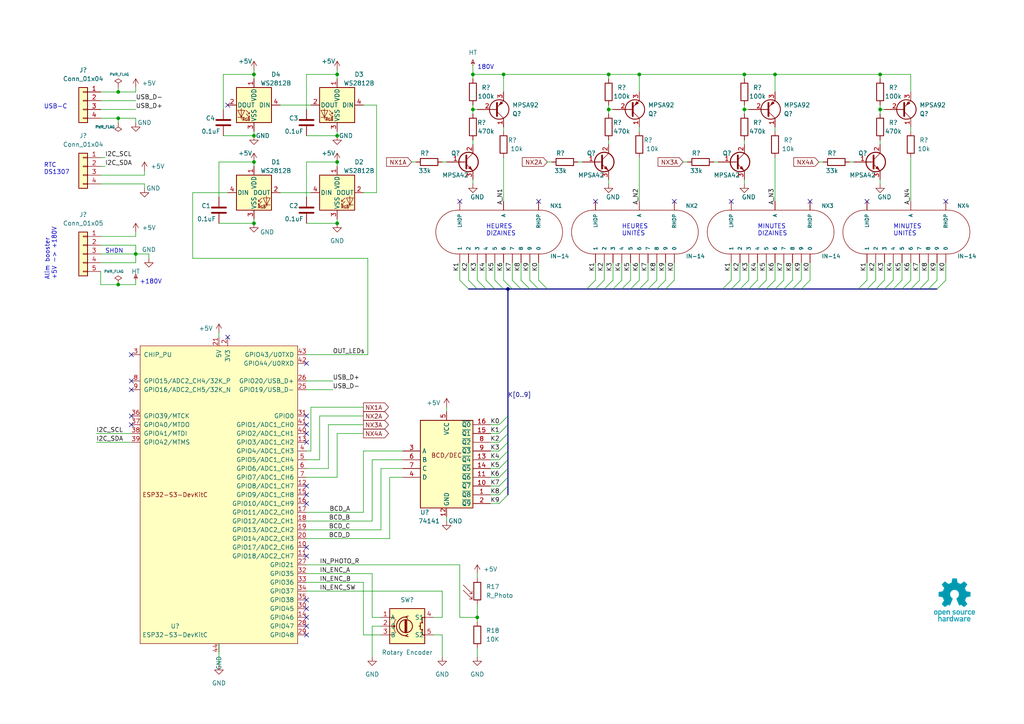
<source format=kicad_sch>
(kicad_sch (version 20230121) (generator eeschema)

  (uuid 85cb51be-adf5-40e2-a19a-4a872503aa84)

  (paper "A4")

  (title_block
    (title "Horloge Nixie")
    (date "2023-07-10")
    (rev "0.3")
    (company "Author : Laurent Claude - www.laurentclaude.fr")
    (comment 1 "License : Open Source Hardware - CC BY-SA 4.0")
  )

  

  (junction (at 34.29 82.55) (diameter 0) (color 0 0 0 0)
    (uuid 07e8ed18-dd99-4055-8bf1-ff1d52371749)
  )
  (junction (at 73.66 46.99) (diameter 0) (color 0 0 0 0)
    (uuid 089c27e4-385e-4ade-9a3b-63a9efb28db4)
  )
  (junction (at 39.37 73.66) (diameter 0) (color 0 0 0 0)
    (uuid 1cec89a6-015a-41e8-bcd2-229a168eeb34)
  )
  (junction (at 146.05 21.59) (diameter 0) (color 0 0 0 0)
    (uuid 5615ab07-9096-4018-9842-1f4f3d859fcc)
  )
  (junction (at 34.29 34.29) (diameter 0) (color 0 0 0 0)
    (uuid 5770e033-157f-474d-a18c-b6b60ed4d561)
  )
  (junction (at 97.79 46.99) (diameter 0) (color 0 0 0 0)
    (uuid 5e936536-4236-47f7-9873-119a8cc58e72)
  )
  (junction (at 97.79 21.59) (diameter 0) (color 0 0 0 0)
    (uuid 6592b354-1560-48e6-b71d-6ab28574f152)
  )
  (junction (at 147.32 83.82) (diameter 0) (color 0 0 0 0)
    (uuid 743d4f8a-61c1-4647-b6f1-b0585437159e)
  )
  (junction (at 255.27 21.59) (diameter 0) (color 0 0 0 0)
    (uuid 750a5ce3-1dab-42dd-beb6-3b0764571004)
  )
  (junction (at 137.16 31.75) (diameter 0) (color 0 0 0 0)
    (uuid 759463ca-0b71-4937-af17-d0ccb9733c77)
  )
  (junction (at 73.66 21.59) (diameter 0) (color 0 0 0 0)
    (uuid 8066e2e8-981e-4642-bb3e-a14547701754)
  )
  (junction (at 215.9 21.59) (diameter 0) (color 0 0 0 0)
    (uuid 9a0cfae8-16f0-4116-a468-69cdd529b886)
  )
  (junction (at 73.66 39.37) (diameter 0) (color 0 0 0 0)
    (uuid a009dcdc-61bf-44c9-a225-29805b49000c)
  )
  (junction (at 255.27 31.75) (diameter 0) (color 0 0 0 0)
    (uuid a5fcb0de-f46f-4431-9ca2-5c0d00ff6881)
  )
  (junction (at 176.53 21.59) (diameter 0) (color 0 0 0 0)
    (uuid aab12c5a-dd02-4b97-902f-b7455cc8b57c)
  )
  (junction (at 97.79 64.77) (diameter 0) (color 0 0 0 0)
    (uuid b2ab96d8-5570-4f0c-b35b-bce653fd8267)
  )
  (junction (at 34.29 26.67) (diameter 0) (color 0 0 0 0)
    (uuid c8a92d1b-5188-42e3-800f-545785f21a34)
  )
  (junction (at 97.79 39.37) (diameter 0) (color 0 0 0 0)
    (uuid cad22653-b0f4-4a5c-b708-736ce3e9a272)
  )
  (junction (at 73.66 64.77) (diameter 0) (color 0 0 0 0)
    (uuid cf763434-2528-44a5-af17-23d0b0738933)
  )
  (junction (at 176.53 31.75) (diameter 0) (color 0 0 0 0)
    (uuid d518429d-e0c1-4ce2-b043-453594b0f65a)
  )
  (junction (at 138.43 179.07) (diameter 0) (color 0 0 0 0)
    (uuid dcb943c9-1271-4511-aa1f-d7a6778b2ab5)
  )
  (junction (at 224.79 21.59) (diameter 0) (color 0 0 0 0)
    (uuid dcfedead-32c9-406e-861f-75e0bc1134e4)
  )
  (junction (at 185.42 21.59) (diameter 0) (color 0 0 0 0)
    (uuid f5943da8-6bff-4aee-bb3d-a26361081eb2)
  )
  (junction (at 215.9 31.75) (diameter 0) (color 0 0 0 0)
    (uuid f6d0607f-15b8-479b-ba98-6f588a60739b)
  )
  (junction (at 137.16 21.59) (diameter 0) (color 0 0 0 0)
    (uuid ff6d24e4-46d3-4158-945e-d13bcc9ce28a)
  )

  (no_connect (at 274.32 58.42) (uuid 0364b22a-793f-4abe-bb5b-f5e35d7e92a2))
  (no_connect (at 38.1 113.03) (uuid 08762dad-d7f0-4526-8508-432866dbb6da))
  (no_connect (at 88.9 173.99) (uuid 12e21145-e0ce-48bf-b351-19cd05a795f5))
  (no_connect (at 88.9 184.15) (uuid 17e1ce7f-0899-486c-88df-fa751ae6aabb))
  (no_connect (at 66.04 97.79) (uuid 240dcbac-2fd0-4f5a-8754-3903c7d20fe8))
  (no_connect (at 88.9 128.27) (uuid 28460e0b-2489-47e7-a0af-0ab0f862057a))
  (no_connect (at 88.9 143.51) (uuid 35e005c2-e2d6-4ec2-acc7-5d54ebd2f7ff))
  (no_connect (at 88.9 179.07) (uuid 386cd696-7254-4312-8824-1323ab0afd95))
  (no_connect (at 38.1 123.19) (uuid 3d0530ca-63dd-4fcb-8771-5722d5f55147))
  (no_connect (at 38.1 110.49) (uuid 47b04f02-72f2-4d1e-a738-57a97644265c))
  (no_connect (at 88.9 176.53) (uuid 4ec9d936-eaef-439d-b29d-f9e60ab8ca45))
  (no_connect (at 251.46 58.42) (uuid 5e3d5473-b331-4472-a5a0-3125af633e4e))
  (no_connect (at 172.72 58.42) (uuid 6fc8bede-2905-4ce2-a77c-e6588e783cde))
  (no_connect (at 88.9 123.19) (uuid 7f9c8577-5bdf-42df-aa89-7f79de62825f))
  (no_connect (at 156.21 58.42) (uuid 91e0d4eb-ab06-481d-a5e5-88cd2d053e6d))
  (no_connect (at 234.95 58.42) (uuid 92f17128-26b3-4fe5-922d-f9e72ac0b523))
  (no_connect (at 66.04 30.48) (uuid 9dfc0186-ddab-4cbb-a16d-50b209f69965))
  (no_connect (at 38.1 102.87) (uuid 9f187a70-fb2c-4fae-a70c-cbcdb4b946a8))
  (no_connect (at 195.58 58.42) (uuid a5472733-4939-4f2e-ad6f-673648f095b8))
  (no_connect (at 88.9 120.65) (uuid b9e3896d-ef1c-475f-b320-e748d0edec82))
  (no_connect (at 88.9 140.97) (uuid bb52b094-64d1-46ac-832f-e7ffb891ab08))
  (no_connect (at 88.9 161.29) (uuid cbc19f54-1c2d-452a-84e6-549b1216b7bf))
  (no_connect (at 38.1 120.65) (uuid ccf74a3d-3575-43bf-9110-f75f1582d0cc))
  (no_connect (at 88.9 105.41) (uuid ce6891d6-a78c-4b72-8ed7-ae254e16c718))
  (no_connect (at 133.35 58.42) (uuid cf366d22-2edd-4004-b2b7-261c4eee3e9b))
  (no_connect (at 212.09 58.42) (uuid d11bfada-85b7-4fc9-863a-7393e7935fc3))
  (no_connect (at 88.9 158.75) (uuid d2762549-3277-4c1e-9af7-4c1c67c413de))
  (no_connect (at 88.9 181.61) (uuid d27d1604-5b6a-448a-a59a-1375c1541c22))
  (no_connect (at 88.9 146.05) (uuid d2f510d1-d69b-438e-8241-4824cfbe2eaf))
  (no_connect (at 88.9 125.73) (uuid e74aade4-f0f6-470f-bcf0-e7bbedfcae91))

  (bus_entry (at 138.43 83.82) (size -2.54 -2.54)
    (stroke (width 0) (type default))
    (uuid 0cee9690-63d8-4bd0-8e1c-d4ab91acc61b)
  )
  (bus_entry (at 232.41 83.82) (size 2.54 -2.54)
    (stroke (width 0) (type default))
    (uuid 0d8e9167-a791-424f-a66b-9f4219616c20)
  )
  (bus_entry (at 147.32 138.43) (size -2.54 2.54)
    (stroke (width 0) (type default))
    (uuid 0fbe44d0-9d46-4a53-8e91-ff0df53e6b06)
  )
  (bus_entry (at 148.59 83.82) (size -2.54 -2.54)
    (stroke (width 0) (type default))
    (uuid 110fee78-e24e-43fb-bb87-a225700edd14)
  )
  (bus_entry (at 158.75 83.82) (size -2.54 -2.54)
    (stroke (width 0) (type default))
    (uuid 13d56eaf-5d55-4beb-a393-1ae49a260ed3)
  )
  (bus_entry (at 177.8 83.82) (size 2.54 -2.54)
    (stroke (width 0) (type default))
    (uuid 19956e8b-235b-4216-babe-f91995b804d6)
  )
  (bus_entry (at 212.09 83.82) (size 2.54 -2.54)
    (stroke (width 0) (type default))
    (uuid 214aa496-d1f0-4397-91b0-d9bfcb6ec210)
  )
  (bus_entry (at 147.32 120.65) (size -2.54 2.54)
    (stroke (width 0) (type default))
    (uuid 21b357e9-0026-44f5-9f75-4876c8e3ce7b)
  )
  (bus_entry (at 146.05 83.82) (size -2.54 -2.54)
    (stroke (width 0) (type default))
    (uuid 22bb564f-eb07-4720-9180-19db2205fb30)
  )
  (bus_entry (at 182.88 83.82) (size 2.54 -2.54)
    (stroke (width 0) (type default))
    (uuid 30f99afb-43cf-45f5-b3a5-48da69806aec)
  )
  (bus_entry (at 147.32 130.81) (size -2.54 2.54)
    (stroke (width 0) (type default))
    (uuid 396a81a6-669f-4547-b4a5-024fea7500df)
  )
  (bus_entry (at 259.08 83.82) (size 2.54 -2.54)
    (stroke (width 0) (type default))
    (uuid 3a100365-8cff-4a52-841f-68e818c219e3)
  )
  (bus_entry (at 175.26 83.82) (size 2.54 -2.54)
    (stroke (width 0) (type default))
    (uuid 3dde9ccc-a34d-4cee-813d-549c339b7732)
  )
  (bus_entry (at 224.79 83.82) (size 2.54 -2.54)
    (stroke (width 0) (type default))
    (uuid 45d0bb26-afcf-4a51-9665-e7e60acf8ab5)
  )
  (bus_entry (at 147.32 140.97) (size -2.54 2.54)
    (stroke (width 0) (type default))
    (uuid 49431eff-e4e3-415e-9ed7-d126e3c79d80)
  )
  (bus_entry (at 209.55 83.82) (size 2.54 -2.54)
    (stroke (width 0) (type default))
    (uuid 4df71619-7142-45df-b446-0f5fc14904da)
  )
  (bus_entry (at 248.92 83.82) (size 2.54 -2.54)
    (stroke (width 0) (type default))
    (uuid 4f7c5769-c2b0-4294-b68e-57b012e5dc7e)
  )
  (bus_entry (at 187.96 83.82) (size 2.54 -2.54)
    (stroke (width 0) (type default))
    (uuid 51c1dcbc-33f6-4591-8b56-c3fe34bde0bd)
  )
  (bus_entry (at 217.17 83.82) (size 2.54 -2.54)
    (stroke (width 0) (type default))
    (uuid 57c15fb9-e79a-4789-9352-7fb76a303e58)
  )
  (bus_entry (at 254 83.82) (size 2.54 -2.54)
    (stroke (width 0) (type default))
    (uuid 5cd203bc-ee38-40d6-bf46-ee30b4f40a08)
  )
  (bus_entry (at 219.71 83.82) (size 2.54 -2.54)
    (stroke (width 0) (type default))
    (uuid 68c030d1-1721-4dbe-8ae3-79255a89fca2)
  )
  (bus_entry (at 227.33 83.82) (size 2.54 -2.54)
    (stroke (width 0) (type default))
    (uuid 69f9ab20-4e77-4806-a2f1-5c6d52a7d62d)
  )
  (bus_entry (at 147.32 123.19) (size -2.54 2.54)
    (stroke (width 0) (type default))
    (uuid 76dc23ed-76d3-4137-865f-aab87e76f3c1)
  )
  (bus_entry (at 140.97 83.82) (size -2.54 -2.54)
    (stroke (width 0) (type default))
    (uuid 7faa56ee-fb9c-4c5d-b13a-03cba046fb44)
  )
  (bus_entry (at 264.16 83.82) (size 2.54 -2.54)
    (stroke (width 0) (type default))
    (uuid 892b27ce-e4f9-4a92-afa3-99899cd4844c)
  )
  (bus_entry (at 135.89 83.82) (size -2.54 -2.54)
    (stroke (width 0) (type default))
    (uuid 893bc4a7-a641-4e36-9a45-4b53f61a099e)
  )
  (bus_entry (at 156.21 83.82) (size -2.54 -2.54)
    (stroke (width 0) (type default))
    (uuid 8badf74b-6cf4-447e-b7d6-d60e89a69886)
  )
  (bus_entry (at 256.54 83.82) (size 2.54 -2.54)
    (stroke (width 0) (type default))
    (uuid 9d8a7191-5d3d-4978-b608-620899e27592)
  )
  (bus_entry (at 147.32 135.89) (size -2.54 2.54)
    (stroke (width 0) (type default))
    (uuid 9d9f4f8b-d830-40ce-9845-90c203f28785)
  )
  (bus_entry (at 266.7 83.82) (size 2.54 -2.54)
    (stroke (width 0) (type default))
    (uuid a231292f-ca44-411a-8966-8c1863b9b52a)
  )
  (bus_entry (at 147.32 143.51) (size -2.54 2.54)
    (stroke (width 0) (type default))
    (uuid a60e354b-abd1-4966-a8ae-024877e5f032)
  )
  (bus_entry (at 271.78 83.82) (size 2.54 -2.54)
    (stroke (width 0) (type default))
    (uuid a847198b-90c7-4147-b4e6-c2084145df42)
  )
  (bus_entry (at 147.32 128.27) (size -2.54 2.54)
    (stroke (width 0) (type default))
    (uuid ab0a2e86-fb36-4cdd-a4e3-94aefc0f947f)
  )
  (bus_entry (at 180.34 83.82) (size 2.54 -2.54)
    (stroke (width 0) (type default))
    (uuid ac4c4406-31a2-4aa9-91c7-a27279ab3d9c)
  )
  (bus_entry (at 147.32 125.73) (size -2.54 2.54)
    (stroke (width 0) (type default))
    (uuid b2afc6e1-5d94-4306-a2bb-e3fc5e894b1b)
  )
  (bus_entry (at 193.04 83.82) (size 2.54 -2.54)
    (stroke (width 0) (type default))
    (uuid b3664417-5b00-409f-b4d8-d8fc2534c251)
  )
  (bus_entry (at 143.51 83.82) (size -2.54 -2.54)
    (stroke (width 0) (type default))
    (uuid bd101000-62ba-4dea-b1a4-e146ac8b859c)
  )
  (bus_entry (at 214.63 83.82) (size 2.54 -2.54)
    (stroke (width 0) (type default))
    (uuid c25ea124-91dc-4261-b6a8-d6a82331b2f2)
  )
  (bus_entry (at 190.5 83.82) (size 2.54 -2.54)
    (stroke (width 0) (type default))
    (uuid c99fa424-7fbf-47c9-a1f0-038f3d954041)
  )
  (bus_entry (at 153.67 83.82) (size -2.54 -2.54)
    (stroke (width 0) (type default))
    (uuid cbd7b5a4-15f2-4079-a667-82c2a91767e7)
  )
  (bus_entry (at 261.62 83.82) (size 2.54 -2.54)
    (stroke (width 0) (type default))
    (uuid cdb37095-99d4-4965-867e-7233add92de7)
  )
  (bus_entry (at 229.87 83.82) (size 2.54 -2.54)
    (stroke (width 0) (type default))
    (uuid cdf47dd6-c72a-46ad-b6dc-95f46010d3c6)
  )
  (bus_entry (at 251.46 83.82) (size 2.54 -2.54)
    (stroke (width 0) (type default))
    (uuid ce4f30c9-e4fb-4b7e-8df2-404f4a195bbc)
  )
  (bus_entry (at 172.72 83.82) (size 2.54 -2.54)
    (stroke (width 0) (type default))
    (uuid ce9535ae-8e2e-4779-88fb-4312c73d94f2)
  )
  (bus_entry (at 269.24 83.82) (size 2.54 -2.54)
    (stroke (width 0) (type default))
    (uuid d601152e-24f6-4dc2-8868-35f63e9d6e6e)
  )
  (bus_entry (at 222.25 83.82) (size 2.54 -2.54)
    (stroke (width 0) (type default))
    (uuid d9898630-0652-4b8e-82a1-fb2b40535d3c)
  )
  (bus_entry (at 170.18 83.82) (size 2.54 -2.54)
    (stroke (width 0) (type default))
    (uuid e63cd199-bdb2-4b9e-a95b-46197985dcc8)
  )
  (bus_entry (at 151.13 83.82) (size -2.54 -2.54)
    (stroke (width 0) (type default))
    (uuid ee53ea4e-0af9-4b07-a2d3-ccae7521cc22)
  )
  (bus_entry (at 147.32 133.35) (size -2.54 2.54)
    (stroke (width 0) (type default))
    (uuid ef9dfe78-50cd-41cf-961a-d1602fbb92e1)
  )
  (bus_entry (at 185.42 83.82) (size 2.54 -2.54)
    (stroke (width 0) (type default))
    (uuid f2190a6b-1ed0-4ba5-9c59-c23f0ca17d6f)
  )

  (wire (pts (xy 29.21 34.29) (xy 34.29 34.29))
    (stroke (width 0) (type default))
    (uuid 0029fe6d-dd7b-45e5-ad95-9f7331d90737)
  )
  (wire (pts (xy 259.08 76.2) (xy 259.08 81.28))
    (stroke (width 0) (type default))
    (uuid 002eb743-d1f4-48b1-b4be-6a47b81780a2)
  )
  (wire (pts (xy 185.42 76.2) (xy 185.42 81.28))
    (stroke (width 0) (type default))
    (uuid 00b8b6f0-8375-4bcc-9784-4f8ab8d4e0d1)
  )
  (wire (pts (xy 182.88 76.2) (xy 182.88 81.28))
    (stroke (width 0) (type default))
    (uuid 00d90ffb-0473-4e88-9e42-ceb2e307fa95)
  )
  (bus (pts (xy 187.96 83.82) (xy 190.5 83.82))
    (stroke (width 0) (type default))
    (uuid 00e4f242-3173-4a40-9fda-926a6184debe)
  )

  (wire (pts (xy 271.78 76.2) (xy 271.78 81.28))
    (stroke (width 0) (type default))
    (uuid 0125bbc6-cad5-4e89-b43d-84e712d32a9f)
  )
  (bus (pts (xy 182.88 83.82) (xy 185.42 83.82))
    (stroke (width 0) (type default))
    (uuid 04553f54-7390-4cdc-b835-e53a96ae3564)
  )

  (wire (pts (xy 29.21 53.34) (xy 41.91 53.34))
    (stroke (width 0) (type default))
    (uuid 045ca92c-e0d8-4a0a-92be-51f16b59d349)
  )
  (wire (pts (xy 255.27 30.48) (xy 255.27 31.75))
    (stroke (width 0) (type default))
    (uuid 0479bf8d-e841-4f16-bbf4-c552f1f71bb6)
  )
  (wire (pts (xy 39.37 73.66) (xy 39.37 76.2))
    (stroke (width 0) (type default))
    (uuid 0504dfa6-d480-4af4-9925-ac8a9417c82c)
  )
  (wire (pts (xy 29.21 29.21) (xy 39.37 29.21))
    (stroke (width 0) (type default))
    (uuid 069bacfa-849f-4d32-9a49-9316f2cec2f7)
  )
  (wire (pts (xy 140.97 76.2) (xy 140.97 81.28))
    (stroke (width 0) (type default))
    (uuid 07b8214a-41f3-479a-ac1e-e0f986ecb780)
  )
  (wire (pts (xy 110.49 135.89) (xy 110.49 153.67))
    (stroke (width 0) (type default))
    (uuid 07bd359a-67fd-471a-877c-fdc4f89491ef)
  )
  (bus (pts (xy 214.63 83.82) (xy 217.17 83.82))
    (stroke (width 0) (type default))
    (uuid 0f7bb420-1bc3-4871-a9ad-4bab5d0c2fdb)
  )

  (wire (pts (xy 125.73 179.07) (xy 128.27 179.07))
    (stroke (width 0) (type default))
    (uuid 0fcb4e0f-b917-4dfb-8717-ae4680c7a9f1)
  )
  (wire (pts (xy 156.21 76.2) (xy 156.21 81.28))
    (stroke (width 0) (type default))
    (uuid 106c4c08-9349-43d3-a9c8-a704e591f39f)
  )
  (bus (pts (xy 185.42 83.82) (xy 187.96 83.82))
    (stroke (width 0) (type default))
    (uuid 108dc9ad-caa2-417a-a9ca-d27c3f4918fb)
  )

  (wire (pts (xy 215.9 30.48) (xy 215.9 31.75))
    (stroke (width 0) (type default))
    (uuid 115dae77-de80-429f-a2bf-6995b3813ac6)
  )
  (wire (pts (xy 66.04 55.88) (xy 55.88 55.88))
    (stroke (width 0) (type default))
    (uuid 11706af1-6186-4b6d-ae7b-a5e7b4ef5514)
  )
  (wire (pts (xy 88.9 148.59) (xy 105.41 148.59))
    (stroke (width 0) (type default))
    (uuid 11ac4062-51ed-4add-97b6-d9a26f7b39b3)
  )
  (wire (pts (xy 142.24 140.97) (xy 144.78 140.97))
    (stroke (width 0) (type default))
    (uuid 11d1cf09-05d4-4e10-8f2b-f91efece8553)
  )
  (wire (pts (xy 29.21 45.72) (xy 30.48 45.72))
    (stroke (width 0) (type default))
    (uuid 12805dbd-0f6f-4337-85b1-fdc1344feb12)
  )
  (wire (pts (xy 229.87 76.2) (xy 229.87 81.28))
    (stroke (width 0) (type default))
    (uuid 1309c506-4464-4af5-8d4c-e71be8524662)
  )
  (wire (pts (xy 255.27 21.59) (xy 255.27 22.86))
    (stroke (width 0) (type default))
    (uuid 1352f237-3962-4938-b994-232370658e2c)
  )
  (wire (pts (xy 224.79 76.2) (xy 224.79 81.28))
    (stroke (width 0) (type default))
    (uuid 138edba6-18a1-4004-a0dc-824b8f5e83bc)
  )
  (wire (pts (xy 142.24 143.51) (xy 144.78 143.51))
    (stroke (width 0) (type default))
    (uuid 151df25b-841d-4cc1-8818-bf11284efc58)
  )
  (wire (pts (xy 215.9 52.07) (xy 215.9 53.34))
    (stroke (width 0) (type default))
    (uuid 189e5f71-9980-4f07-8953-52f09086083e)
  )
  (wire (pts (xy 34.29 25.4) (xy 34.29 26.67))
    (stroke (width 0) (type default))
    (uuid 1ba58374-c729-4655-9223-aafe3305069f)
  )
  (wire (pts (xy 27.94 128.27) (xy 38.1 128.27))
    (stroke (width 0) (type default))
    (uuid 1ced1eee-fad7-44cc-bf0b-cd9f295e630c)
  )
  (wire (pts (xy 43.18 73.66) (xy 39.37 73.66))
    (stroke (width 0) (type default))
    (uuid 1f2af7e6-109f-4ab4-865b-b639c3b869b1)
  )
  (wire (pts (xy 138.43 175.26) (xy 138.43 179.07))
    (stroke (width 0) (type default))
    (uuid 1fff1133-1877-4a9c-bc11-1cb95c4dcef4)
  )
  (wire (pts (xy 107.95 181.61) (xy 110.49 181.61))
    (stroke (width 0) (type default))
    (uuid 202e5c38-8d94-455c-8160-02b383262907)
  )
  (bus (pts (xy 180.34 83.82) (xy 182.88 83.82))
    (stroke (width 0) (type default))
    (uuid 2245ecc1-37dd-486a-af61-2cdb49a53325)
  )

  (wire (pts (xy 219.71 76.2) (xy 219.71 81.28))
    (stroke (width 0) (type default))
    (uuid 22dce552-b735-4988-9747-d77863f16d0e)
  )
  (wire (pts (xy 176.53 30.48) (xy 176.53 31.75))
    (stroke (width 0) (type default))
    (uuid 239f4421-e698-4e94-9b09-db7de99a7174)
  )
  (wire (pts (xy 43.18 74.93) (xy 43.18 73.66))
    (stroke (width 0) (type default))
    (uuid 2429f007-ba44-4527-a3e4-01ae0ca2b217)
  )
  (wire (pts (xy 137.16 52.07) (xy 137.16 53.34))
    (stroke (width 0) (type default))
    (uuid 24bab3a8-6eef-4780-a0a5-8c2e1df1052b)
  )
  (wire (pts (xy 215.9 21.59) (xy 224.79 21.59))
    (stroke (width 0) (type default))
    (uuid 24f5b5ca-dda0-4c3b-884a-ac39d88aadd8)
  )
  (wire (pts (xy 55.88 55.88) (xy 55.88 74.93))
    (stroke (width 0) (type default))
    (uuid 251249d9-c86d-47e5-8122-0ccf738f09a0)
  )
  (wire (pts (xy 142.24 125.73) (xy 144.78 125.73))
    (stroke (width 0) (type default))
    (uuid 260cba71-72d6-47be-9103-94bbcb29a99a)
  )
  (wire (pts (xy 88.9 113.03) (xy 96.52 113.03))
    (stroke (width 0) (type default))
    (uuid 2623910b-8e8d-4f86-a9c7-ab7e0d98a492)
  )
  (wire (pts (xy 264.16 76.2) (xy 264.16 81.28))
    (stroke (width 0) (type default))
    (uuid 26c7ef47-980b-4f81-be80-a74238e60d06)
  )
  (bus (pts (xy 259.08 83.82) (xy 261.62 83.82))
    (stroke (width 0) (type default))
    (uuid 28a7b1e1-7548-4a05-85d9-6790ba20f8c8)
  )

  (wire (pts (xy 224.79 26.67) (xy 224.79 21.59))
    (stroke (width 0) (type default))
    (uuid 28dccf2d-f903-4e9e-8e72-e36704d77020)
  )
  (wire (pts (xy 97.79 63.5) (xy 97.79 64.77))
    (stroke (width 0) (type default))
    (uuid 2a878a92-fed9-487e-9142-b51e589ca15d)
  )
  (wire (pts (xy 261.62 76.2) (xy 261.62 81.28))
    (stroke (width 0) (type default))
    (uuid 2ac507e5-a213-47d2-8bfa-b2e2813fc44a)
  )
  (wire (pts (xy 137.16 21.59) (xy 137.16 22.86))
    (stroke (width 0) (type default))
    (uuid 2af35554-b31b-4ec0-94c6-45b58cc687e6)
  )
  (bus (pts (xy 147.32 125.73) (xy 147.32 128.27))
    (stroke (width 0) (type default))
    (uuid 2b035870-2e2c-4d2a-a4e8-5f9f0fc9c8f2)
  )

  (wire (pts (xy 110.49 135.89) (xy 116.84 135.89))
    (stroke (width 0) (type default))
    (uuid 2be9f6a4-0a76-4297-983a-716a594aec4b)
  )
  (bus (pts (xy 147.32 128.27) (xy 147.32 130.81))
    (stroke (width 0) (type default))
    (uuid 2d73874e-ca66-40d7-8138-0ad3e2e26a3e)
  )

  (wire (pts (xy 88.9 39.37) (xy 97.79 39.37))
    (stroke (width 0) (type default))
    (uuid 3022acb6-7137-40c0-8ff8-53f49ca761ea)
  )
  (wire (pts (xy 105.41 130.81) (xy 105.41 148.59))
    (stroke (width 0) (type default))
    (uuid 30c95c4c-c1a3-41b6-9c00-02c83b57a7a1)
  )
  (wire (pts (xy 255.27 40.64) (xy 255.27 41.91))
    (stroke (width 0) (type default))
    (uuid 3136659e-d5c7-4f92-87d2-7360422861f7)
  )
  (bus (pts (xy 222.25 83.82) (xy 224.79 83.82))
    (stroke (width 0) (type default))
    (uuid 33557682-2064-4086-9fca-34892f32827b)
  )

  (wire (pts (xy 39.37 34.29) (xy 39.37 35.56))
    (stroke (width 0) (type default))
    (uuid 33920d9e-9de3-4996-8082-2731c360fef9)
  )
  (wire (pts (xy 73.66 46.99) (xy 73.66 48.26))
    (stroke (width 0) (type default))
    (uuid 35801a5d-ce70-401e-b547-cb7b8161d06a)
  )
  (wire (pts (xy 137.16 40.64) (xy 137.16 41.91))
    (stroke (width 0) (type default))
    (uuid 35cd83ee-8de9-4b9a-90ca-0c7d7b2cb8eb)
  )
  (wire (pts (xy 215.9 31.75) (xy 217.17 31.75))
    (stroke (width 0) (type default))
    (uuid 35d45d91-17e5-4f72-ad8e-ab1d68961a10)
  )
  (wire (pts (xy 142.24 138.43) (xy 144.78 138.43))
    (stroke (width 0) (type default))
    (uuid 362f7e0b-1178-4426-964d-3aacee82f0e3)
  )
  (bus (pts (xy 219.71 83.82) (xy 222.25 83.82))
    (stroke (width 0) (type default))
    (uuid 385128f4-63ca-44b0-a5f7-eff9cc4c2dcd)
  )

  (wire (pts (xy 224.79 36.83) (xy 224.79 38.1))
    (stroke (width 0) (type default))
    (uuid 3a4e385c-bffe-4752-961d-d40970f27810)
  )
  (wire (pts (xy 185.42 45.72) (xy 185.42 58.42))
    (stroke (width 0) (type default))
    (uuid 3b74ea6d-c4e6-4413-9a07-c4dfe5ab94fe)
  )
  (bus (pts (xy 217.17 83.82) (xy 219.71 83.82))
    (stroke (width 0) (type default))
    (uuid 3e4315e5-f841-457c-aa25-6a6ee7a18feb)
  )

  (wire (pts (xy 95.25 123.19) (xy 105.41 123.19))
    (stroke (width 0) (type default))
    (uuid 3e4558ce-e8e0-4dde-bde3-190e0560f99f)
  )
  (wire (pts (xy 107.95 179.07) (xy 107.95 166.37))
    (stroke (width 0) (type default))
    (uuid 3e8f0de5-6e00-4953-ba63-5c22a3d81428)
  )
  (wire (pts (xy 146.05 45.72) (xy 146.05 58.42))
    (stroke (width 0) (type default))
    (uuid 3eb477a0-7a31-4b3c-b058-9822ca99b6a2)
  )
  (wire (pts (xy 129.54 149.86) (xy 129.54 151.13))
    (stroke (width 0) (type default))
    (uuid 3f52e54e-3a09-4dbc-9fb8-1018cca2861f)
  )
  (wire (pts (xy 64.77 39.37) (xy 73.66 39.37))
    (stroke (width 0) (type default))
    (uuid 4012d713-3e85-4cf1-8db1-c7687711abee)
  )
  (wire (pts (xy 264.16 36.83) (xy 264.16 38.1))
    (stroke (width 0) (type default))
    (uuid 41cca86d-4eb7-4f55-8c91-17e54a56557b)
  )
  (wire (pts (xy 224.79 21.59) (xy 255.27 21.59))
    (stroke (width 0) (type default))
    (uuid 41da2418-908c-4224-b3b2-80e293333e6c)
  )
  (bus (pts (xy 147.32 133.35) (xy 147.32 135.89))
    (stroke (width 0) (type default))
    (uuid 43d61627-9d35-492e-8ea8-676eae4b84ec)
  )

  (wire (pts (xy 227.33 76.2) (xy 227.33 81.28))
    (stroke (width 0) (type default))
    (uuid 4454df96-0aa2-4204-bf68-41b4a636ee7d)
  )
  (wire (pts (xy 146.05 36.83) (xy 146.05 38.1))
    (stroke (width 0) (type default))
    (uuid 44f598a2-a6f4-41d9-8203-9b331badc9ab)
  )
  (wire (pts (xy 63.5 57.15) (xy 63.5 46.99))
    (stroke (width 0) (type default))
    (uuid 4516e995-12a2-4036-bbe7-fc9521010c82)
  )
  (wire (pts (xy 29.21 78.74) (xy 29.21 82.55))
    (stroke (width 0) (type default))
    (uuid 453e85a8-46d3-43fd-bdb4-c7424bc2c318)
  )
  (bus (pts (xy 151.13 83.82) (xy 153.67 83.82))
    (stroke (width 0) (type default))
    (uuid 485d9747-2647-4c2d-97fd-a3a192a09df9)
  )

  (wire (pts (xy 266.7 76.2) (xy 266.7 81.28))
    (stroke (width 0) (type default))
    (uuid 48686150-9216-4dfb-8c04-71f0ce0503c4)
  )
  (wire (pts (xy 176.53 40.64) (xy 176.53 41.91))
    (stroke (width 0) (type default))
    (uuid 49004451-01f2-4883-81c7-2c7158bc8da1)
  )
  (wire (pts (xy 113.03 138.43) (xy 116.84 138.43))
    (stroke (width 0) (type default))
    (uuid 4bb2c680-0b84-4c2e-8e42-acd69b90ec35)
  )
  (wire (pts (xy 107.95 133.35) (xy 107.95 151.13))
    (stroke (width 0) (type default))
    (uuid 4be514aa-30e0-46ef-8158-dde15ea8067d)
  )
  (wire (pts (xy 63.5 64.77) (xy 73.66 64.77))
    (stroke (width 0) (type default))
    (uuid 4cb7b7ab-71cb-4248-ba72-04ec85e1a60c)
  )
  (wire (pts (xy 73.66 63.5) (xy 73.66 64.77))
    (stroke (width 0) (type default))
    (uuid 4ce2c5fb-4a1d-472f-a2d2-60375bee4dd8)
  )
  (wire (pts (xy 129.54 118.11) (xy 129.54 119.38))
    (stroke (width 0) (type default))
    (uuid 4db08b61-96e4-4338-bb8a-30c1c0b5a49b)
  )
  (wire (pts (xy 88.9 151.13) (xy 107.95 151.13))
    (stroke (width 0) (type default))
    (uuid 4f5ee409-4a50-4793-b108-0eb532af4b0c)
  )
  (wire (pts (xy 34.29 34.29) (xy 39.37 34.29))
    (stroke (width 0) (type default))
    (uuid 4f890b34-e7a7-4196-b4ff-f6d7b95f8aa5)
  )
  (bus (pts (xy 143.51 83.82) (xy 146.05 83.82))
    (stroke (width 0) (type default))
    (uuid 4fb8e337-9754-4ff9-b17a-797e65a1ac0b)
  )

  (wire (pts (xy 185.42 21.59) (xy 215.9 21.59))
    (stroke (width 0) (type default))
    (uuid 4fc7f9db-b413-431e-b291-ee3e16cb8370)
  )
  (wire (pts (xy 107.95 133.35) (xy 116.84 133.35))
    (stroke (width 0) (type default))
    (uuid 50ffea9c-e6db-4b4a-a8fd-799bfcf74c04)
  )
  (wire (pts (xy 88.9 133.35) (xy 92.71 133.35))
    (stroke (width 0) (type default))
    (uuid 51e9ce6f-c4ff-4778-9d69-fc50cf8bbd60)
  )
  (bus (pts (xy 212.09 83.82) (xy 214.63 83.82))
    (stroke (width 0) (type default))
    (uuid 526db967-1239-4da3-951b-999546420ab4)
  )
  (bus (pts (xy 138.43 83.82) (xy 140.97 83.82))
    (stroke (width 0) (type default))
    (uuid 54863652-bbb7-4443-b558-4b98d8330ca5)
  )

  (wire (pts (xy 246.38 46.99) (xy 247.65 46.99))
    (stroke (width 0) (type default))
    (uuid 55d5907d-591f-4c5a-835c-ddf7eea26b43)
  )
  (wire (pts (xy 207.01 46.99) (xy 208.28 46.99))
    (stroke (width 0) (type default))
    (uuid 5638b3ca-5412-4800-b6f2-4195e4f7e78a)
  )
  (wire (pts (xy 138.43 179.07) (xy 138.43 180.34))
    (stroke (width 0) (type default))
    (uuid 572a5e7e-a5de-4103-a62d-b87b2e35f675)
  )
  (wire (pts (xy 63.5 46.99) (xy 73.66 46.99))
    (stroke (width 0) (type default))
    (uuid 57c78879-22e3-461c-9f5b-b5e78a81b5ce)
  )
  (bus (pts (xy 209.55 83.82) (xy 212.09 83.82))
    (stroke (width 0) (type default))
    (uuid 587d570b-77f5-417f-b420-dfe622624f8a)
  )

  (wire (pts (xy 73.66 38.1) (xy 73.66 39.37))
    (stroke (width 0) (type default))
    (uuid 5a251dda-06a7-467a-bd96-657f1b09d108)
  )
  (wire (pts (xy 107.95 179.07) (xy 110.49 179.07))
    (stroke (width 0) (type default))
    (uuid 5a458a48-fc11-4ac1-9dc8-3fafb8e61965)
  )
  (wire (pts (xy 29.21 76.2) (xy 39.37 76.2))
    (stroke (width 0) (type default))
    (uuid 5c97c786-26fb-4f4d-8c50-329c62b3d77d)
  )
  (bus (pts (xy 147.32 83.82) (xy 148.59 83.82))
    (stroke (width 0) (type default))
    (uuid 5e1724e0-36e6-4e6d-89a1-2ff3fe5bd4e2)
  )

  (wire (pts (xy 167.64 46.99) (xy 168.91 46.99))
    (stroke (width 0) (type default))
    (uuid 5ec886f2-744e-4124-919b-7e46ffb37e0d)
  )
  (wire (pts (xy 29.21 31.75) (xy 39.37 31.75))
    (stroke (width 0) (type default))
    (uuid 5f7fe16d-79df-45cf-870d-7b949a33d14b)
  )
  (bus (pts (xy 251.46 83.82) (xy 254 83.82))
    (stroke (width 0) (type default))
    (uuid 600fff56-a6ec-4b2f-84c6-f7d5e3477585)
  )

  (wire (pts (xy 222.25 76.2) (xy 222.25 81.28))
    (stroke (width 0) (type default))
    (uuid 63c51683-9ed6-4031-b60d-ffe8b3bf9d52)
  )
  (wire (pts (xy 88.9 110.49) (xy 96.52 110.49))
    (stroke (width 0) (type default))
    (uuid 63e568b1-a227-4d4b-82d3-8fdf50cd0c21)
  )
  (wire (pts (xy 88.9 46.99) (xy 97.79 46.99))
    (stroke (width 0) (type default))
    (uuid 645bd932-5c97-4f57-a540-85801b55b200)
  )
  (wire (pts (xy 142.24 123.19) (xy 144.78 123.19))
    (stroke (width 0) (type default))
    (uuid 65028c11-501d-4c80-8016-01e9261ff85a)
  )
  (wire (pts (xy 137.16 31.75) (xy 137.16 33.02))
    (stroke (width 0) (type default))
    (uuid 6593b87a-c503-4fee-a768-8c98ea29ff63)
  )
  (bus (pts (xy 229.87 83.82) (xy 232.41 83.82))
    (stroke (width 0) (type default))
    (uuid 659ed404-f319-42cf-96af-57f523d3e17e)
  )

  (wire (pts (xy 88.9 130.81) (xy 90.17 130.81))
    (stroke (width 0) (type default))
    (uuid 68559ed5-8c2a-449d-bdda-6d20de7def1e)
  )
  (wire (pts (xy 138.43 187.96) (xy 138.43 190.5))
    (stroke (width 0) (type default))
    (uuid 68a1a935-4a31-44a2-ac7c-1dc06560f44f)
  )
  (bus (pts (xy 269.24 83.82) (xy 271.78 83.82))
    (stroke (width 0) (type default))
    (uuid 68e96043-6d01-458c-a773-78e1d5b1d043)
  )

  (wire (pts (xy 29.21 26.67) (xy 34.29 26.67))
    (stroke (width 0) (type default))
    (uuid 696e7658-e8d7-43e6-8d44-e817ed2f7ff4)
  )
  (wire (pts (xy 92.71 133.35) (xy 92.71 120.65))
    (stroke (width 0) (type default))
    (uuid 69f2386d-fe56-49ac-96a2-b9a4e85c0f90)
  )
  (wire (pts (xy 88.9 135.89) (xy 95.25 135.89))
    (stroke (width 0) (type default))
    (uuid 69fb8a56-9605-4eb5-bc7d-2f0ee8ba3ff0)
  )
  (wire (pts (xy 137.16 30.48) (xy 137.16 31.75))
    (stroke (width 0) (type default))
    (uuid 6b26ff9e-462b-40eb-9195-75b060f6e39d)
  )
  (bus (pts (xy 256.54 83.82) (xy 259.08 83.82))
    (stroke (width 0) (type default))
    (uuid 6b56c9c2-2283-4dfe-90ce-dbe40014f491)
  )

  (wire (pts (xy 90.17 118.11) (xy 105.41 118.11))
    (stroke (width 0) (type default))
    (uuid 6cd219ab-5fc7-4a08-aa35-d1165a31818d)
  )
  (bus (pts (xy 261.62 83.82) (xy 264.16 83.82))
    (stroke (width 0) (type default))
    (uuid 6cdde30d-24e6-4824-a386-d9499f333793)
  )

  (wire (pts (xy 39.37 81.28) (xy 39.37 82.55))
    (stroke (width 0) (type default))
    (uuid 6d29ae52-b68c-4d28-9178-36fc0ca4fcc0)
  )
  (wire (pts (xy 88.9 64.77) (xy 97.79 64.77))
    (stroke (width 0) (type default))
    (uuid 6d71fbda-a658-403a-8f40-0b857f475794)
  )
  (wire (pts (xy 73.66 20.32) (xy 73.66 21.59))
    (stroke (width 0) (type default))
    (uuid 70bb92c0-dd4b-42c8-bc85-297cd75548f8)
  )
  (wire (pts (xy 81.28 30.48) (xy 90.17 30.48))
    (stroke (width 0) (type default))
    (uuid 71332da1-121c-4c39-9bc1-a78c4be2d599)
  )
  (wire (pts (xy 34.29 82.55) (xy 39.37 82.55))
    (stroke (width 0) (type default))
    (uuid 71a58f90-fcdc-4aa1-b555-f115a13711e3)
  )
  (wire (pts (xy 64.77 31.75) (xy 64.77 21.59))
    (stroke (width 0) (type default))
    (uuid 734e6e59-ad87-4eb9-9e59-687a9174fc09)
  )
  (wire (pts (xy 137.16 21.59) (xy 146.05 21.59))
    (stroke (width 0) (type default))
    (uuid 738ee8e0-f657-4edd-9062-c7d0c6b65f68)
  )
  (wire (pts (xy 64.77 21.59) (xy 73.66 21.59))
    (stroke (width 0) (type default))
    (uuid 773a6da7-5d5d-474a-baf6-4665b6c57332)
  )
  (wire (pts (xy 97.79 138.43) (xy 97.79 125.73))
    (stroke (width 0) (type default))
    (uuid 785fd672-ebc1-4dc3-8e34-2ca0cf40f3da)
  )
  (wire (pts (xy 251.46 76.2) (xy 251.46 81.28))
    (stroke (width 0) (type default))
    (uuid 7943084f-b32c-45db-b457-f1f6ba5a3b9e)
  )
  (wire (pts (xy 97.79 21.59) (xy 97.79 22.86))
    (stroke (width 0) (type default))
    (uuid 79681715-aeb8-4146-8c69-838c2f4b7b68)
  )
  (wire (pts (xy 29.21 73.66) (xy 39.37 73.66))
    (stroke (width 0) (type default))
    (uuid 7a45adba-a5f4-4aba-931b-cb64b65d764a)
  )
  (wire (pts (xy 29.21 71.12) (xy 39.37 71.12))
    (stroke (width 0) (type default))
    (uuid 7aa372ac-cdc5-4e06-90f5-cc537c872ba2)
  )
  (wire (pts (xy 215.9 21.59) (xy 215.9 22.86))
    (stroke (width 0) (type default))
    (uuid 7cd6aec1-eddd-4df8-ae6b-18f3639be8bb)
  )
  (wire (pts (xy 88.9 163.83) (xy 133.35 163.83))
    (stroke (width 0) (type default))
    (uuid 7d269bf3-3a2d-460e-aa42-ba98366e386a)
  )
  (wire (pts (xy 195.58 76.2) (xy 195.58 81.28))
    (stroke (width 0) (type default))
    (uuid 7de64b45-9a38-4a2f-a2e0-7e8ccfae6895)
  )
  (wire (pts (xy 217.17 76.2) (xy 217.17 81.28))
    (stroke (width 0) (type default))
    (uuid 7efff4f6-a4bb-4da8-b36d-8feb6b392c86)
  )
  (wire (pts (xy 187.96 76.2) (xy 187.96 81.28))
    (stroke (width 0) (type default))
    (uuid 80445f7f-4d37-430a-8950-e2c8ad7a5136)
  )
  (wire (pts (xy 215.9 31.75) (xy 215.9 33.02))
    (stroke (width 0) (type default))
    (uuid 807b4fbb-64a0-4a95-8d4b-4dbc9dd0d5eb)
  )
  (wire (pts (xy 146.05 76.2) (xy 146.05 81.28))
    (stroke (width 0) (type default))
    (uuid 827f853f-f4a5-4fd1-b397-1843d82e3660)
  )
  (wire (pts (xy 142.24 146.05) (xy 144.78 146.05))
    (stroke (width 0) (type default))
    (uuid 82e26deb-4185-47db-8137-5fa383c1885b)
  )
  (wire (pts (xy 95.25 135.89) (xy 95.25 123.19))
    (stroke (width 0) (type default))
    (uuid 8352eb51-b169-494f-9062-80b8f6625b7e)
  )
  (wire (pts (xy 55.88 74.93) (xy 106.68 74.93))
    (stroke (width 0) (type default))
    (uuid 84e2a8b8-8aad-4b13-99a7-95cc19d74c13)
  )
  (wire (pts (xy 232.41 76.2) (xy 232.41 81.28))
    (stroke (width 0) (type default))
    (uuid 84fb5886-3c13-4330-be4a-056c2a994148)
  )
  (wire (pts (xy 133.35 76.2) (xy 133.35 81.28))
    (stroke (width 0) (type default))
    (uuid 850239cc-581e-4a2b-911e-16c01ad81f4b)
  )
  (wire (pts (xy 137.16 19.05) (xy 137.16 21.59))
    (stroke (width 0) (type default))
    (uuid 895e2733-1403-4954-80c2-5ba9ca3e3deb)
  )
  (wire (pts (xy 212.09 76.2) (xy 212.09 81.28))
    (stroke (width 0) (type default))
    (uuid 89806192-8545-4935-942b-46ea80a71bca)
  )
  (wire (pts (xy 138.43 166.37) (xy 138.43 167.64))
    (stroke (width 0) (type default))
    (uuid 89bd6c71-676f-4743-ac46-a776631fe511)
  )
  (wire (pts (xy 39.37 68.58) (xy 29.21 68.58))
    (stroke (width 0) (type default))
    (uuid 8ccc2da0-4381-4d91-b3bf-40215a17e128)
  )
  (bus (pts (xy 147.32 123.19) (xy 147.32 125.73))
    (stroke (width 0) (type default))
    (uuid 90382946-fd8e-46fe-9bc7-d02fdc0bd315)
  )

  (wire (pts (xy 128.27 184.15) (xy 128.27 190.5))
    (stroke (width 0) (type default))
    (uuid 912ca669-9211-425b-9e81-5ecca3402a39)
  )
  (wire (pts (xy 158.75 46.99) (xy 160.02 46.99))
    (stroke (width 0) (type default))
    (uuid 9250fa9c-c6cd-4b67-8e4c-facf7b03843b)
  )
  (wire (pts (xy 119.38 46.99) (xy 120.65 46.99))
    (stroke (width 0) (type default))
    (uuid 93446682-d5d5-4546-b0c8-62dbf0bb09c3)
  )
  (wire (pts (xy 142.24 128.27) (xy 144.78 128.27))
    (stroke (width 0) (type default))
    (uuid 94c62607-536d-4f50-9e27-439bbd6debb3)
  )
  (wire (pts (xy 135.89 76.2) (xy 135.89 81.28))
    (stroke (width 0) (type default))
    (uuid 95061b34-4d27-4987-908f-2c6eed295901)
  )
  (wire (pts (xy 255.27 52.07) (xy 255.27 53.34))
    (stroke (width 0) (type default))
    (uuid 95184c32-d7e4-44a6-8fb3-8a8520ef298c)
  )
  (bus (pts (xy 146.05 83.82) (xy 147.32 83.82))
    (stroke (width 0) (type default))
    (uuid 9606ea76-8640-4d18-8027-550c8bd218f5)
  )
  (bus (pts (xy 135.89 83.82) (xy 138.43 83.82))
    (stroke (width 0) (type default))
    (uuid 96526be6-a8ea-4042-9fd4-1c1db39f32cf)
  )

  (wire (pts (xy 148.59 76.2) (xy 148.59 81.28))
    (stroke (width 0) (type default))
    (uuid 96b68043-5a30-452d-af3c-2ae0917f4fff)
  )
  (wire (pts (xy 177.8 76.2) (xy 177.8 81.28))
    (stroke (width 0) (type default))
    (uuid 96e1e6fb-21a5-4704-90e5-766ecaac4f7a)
  )
  (bus (pts (xy 266.7 83.82) (xy 269.24 83.82))
    (stroke (width 0) (type default))
    (uuid 97cea890-1bc1-4761-8487-9e055a1f35e4)
  )
  (bus (pts (xy 224.79 83.82) (xy 227.33 83.82))
    (stroke (width 0) (type default))
    (uuid 9c22055a-f60e-4e7b-950c-4adb7341eecd)
  )

  (wire (pts (xy 88.9 166.37) (xy 107.95 166.37))
    (stroke (width 0) (type default))
    (uuid 9d68092b-f1ae-4df2-9732-b42c6d88ebab)
  )
  (bus (pts (xy 147.32 120.65) (xy 147.32 123.19))
    (stroke (width 0) (type default))
    (uuid a1dffcea-dfcc-4bb3-bef5-bcbf5c6bae09)
  )
  (bus (pts (xy 175.26 83.82) (xy 177.8 83.82))
    (stroke (width 0) (type default))
    (uuid a229af82-8187-4e57-a1a6-aada40375bfe)
  )

  (wire (pts (xy 39.37 71.12) (xy 39.37 73.66))
    (stroke (width 0) (type default))
    (uuid a4af93ce-5808-4b28-81e7-5a3166fd9bbc)
  )
  (wire (pts (xy 34.29 34.29) (xy 34.29 35.56))
    (stroke (width 0) (type default))
    (uuid a5fe0f7a-0fb6-41db-a8c7-b05e04df733c)
  )
  (bus (pts (xy 227.33 83.82) (xy 229.87 83.82))
    (stroke (width 0) (type default))
    (uuid a66e5b83-e8c1-4900-bcab-79bcdaea998e)
  )

  (wire (pts (xy 146.05 21.59) (xy 176.53 21.59))
    (stroke (width 0) (type default))
    (uuid a8714bbe-5077-4b19-9388-0425b2254bf2)
  )
  (wire (pts (xy 185.42 26.67) (xy 185.42 21.59))
    (stroke (width 0) (type default))
    (uuid a8b80b17-437e-4c6b-8245-64aa32e25a22)
  )
  (wire (pts (xy 264.16 26.67) (xy 264.16 21.59))
    (stroke (width 0) (type default))
    (uuid a8c469cd-7981-4b59-a12d-48dfac7fc360)
  )
  (bus (pts (xy 147.32 130.81) (xy 147.32 133.35))
    (stroke (width 0) (type default))
    (uuid aa72ebfc-8c4d-49a2-90ff-133d85bcd725)
  )

  (wire (pts (xy 190.5 76.2) (xy 190.5 81.28))
    (stroke (width 0) (type default))
    (uuid aa73a779-d27a-4ae4-8066-1be41c4e3c80)
  )
  (wire (pts (xy 97.79 20.32) (xy 97.79 21.59))
    (stroke (width 0) (type default))
    (uuid ac410d7d-fc00-4d68-9a5a-bf99a07a5f52)
  )
  (wire (pts (xy 255.27 31.75) (xy 256.54 31.75))
    (stroke (width 0) (type default))
    (uuid acad59ef-b999-49d4-a773-2ab27ce81e6c)
  )
  (wire (pts (xy 234.95 76.2) (xy 234.95 81.28))
    (stroke (width 0) (type default))
    (uuid af60b322-b2c0-4dd7-993c-b0b31638d9b4)
  )
  (wire (pts (xy 133.35 179.07) (xy 138.43 179.07))
    (stroke (width 0) (type default))
    (uuid afa33358-ea54-49f4-8452-061f38bfecf8)
  )
  (wire (pts (xy 63.5 96.52) (xy 63.5 97.79))
    (stroke (width 0) (type default))
    (uuid afff9d4e-b7db-441e-9511-795b0c9b0eef)
  )
  (wire (pts (xy 214.63 76.2) (xy 214.63 81.28))
    (stroke (width 0) (type default))
    (uuid b02ecefb-03b2-47f9-a39a-8ab83ff3f47c)
  )
  (wire (pts (xy 198.12 46.99) (xy 199.39 46.99))
    (stroke (width 0) (type default))
    (uuid b0efab0c-ce1b-4941-bd64-b17016b1e1cf)
  )
  (wire (pts (xy 175.26 76.2) (xy 175.26 81.28))
    (stroke (width 0) (type default))
    (uuid b224ad48-7510-4159-a3c1-2a9d1f7fac1a)
  )
  (wire (pts (xy 146.05 26.67) (xy 146.05 21.59))
    (stroke (width 0) (type default))
    (uuid b2ca2e51-2f9b-40a3-8d5b-655680f3a2ca)
  )
  (bus (pts (xy 232.41 83.82) (xy 248.92 83.82))
    (stroke (width 0) (type default))
    (uuid b3026e13-15f5-4158-987c-e3c265081cc0)
  )
  (bus (pts (xy 148.59 83.82) (xy 151.13 83.82))
    (stroke (width 0) (type default))
    (uuid b444bb54-4298-4b9c-8a56-a5a448903b8b)
  )

  (wire (pts (xy 88.9 168.91) (xy 105.41 168.91))
    (stroke (width 0) (type default))
    (uuid b56ae094-da74-4967-a5ad-693fae53b1be)
  )
  (wire (pts (xy 113.03 156.21) (xy 113.03 138.43))
    (stroke (width 0) (type default))
    (uuid b72bcdbb-3788-4e04-9b18-3e1f93e70c5d)
  )
  (bus (pts (xy 254 83.82) (xy 256.54 83.82))
    (stroke (width 0) (type default))
    (uuid b730b157-0127-40e9-adc3-36504b7c268b)
  )

  (wire (pts (xy 128.27 46.99) (xy 129.54 46.99))
    (stroke (width 0) (type default))
    (uuid b733047e-3276-4725-86a2-89cd9bfbaa9a)
  )
  (wire (pts (xy 180.34 76.2) (xy 180.34 81.28))
    (stroke (width 0) (type default))
    (uuid b855b247-2949-4810-bf20-c9452692c5d4)
  )
  (wire (pts (xy 107.95 190.5) (xy 107.95 181.61))
    (stroke (width 0) (type default))
    (uuid b92a1645-bb11-48cf-b1d1-00073cd39a16)
  )
  (wire (pts (xy 176.53 21.59) (xy 185.42 21.59))
    (stroke (width 0) (type default))
    (uuid b9cac4d0-e1e9-4d7c-b6e3-c31035178908)
  )
  (wire (pts (xy 151.13 76.2) (xy 151.13 81.28))
    (stroke (width 0) (type default))
    (uuid bb22d119-ef75-47aa-a6f5-e847a0888227)
  )
  (wire (pts (xy 29.21 82.55) (xy 34.29 82.55))
    (stroke (width 0) (type default))
    (uuid bb893aa6-8a87-4b86-ac8f-05d106d700d9)
  )
  (bus (pts (xy 172.72 83.82) (xy 175.26 83.82))
    (stroke (width 0) (type default))
    (uuid bcb73e28-32c5-4a69-984b-2a971541c4f1)
  )

  (wire (pts (xy 153.67 76.2) (xy 153.67 81.28))
    (stroke (width 0) (type default))
    (uuid be548b99-095c-47e4-a7fd-276315ce0991)
  )
  (wire (pts (xy 92.71 120.65) (xy 105.41 120.65))
    (stroke (width 0) (type default))
    (uuid befa0330-448a-43ae-a5bd-d2c11cbde00a)
  )
  (wire (pts (xy 128.27 171.45) (xy 128.27 179.07))
    (stroke (width 0) (type default))
    (uuid bf6cf42b-6e81-481e-bcee-e0ad94e598b8)
  )
  (wire (pts (xy 142.24 133.35) (xy 144.78 133.35))
    (stroke (width 0) (type default))
    (uuid bf8cd6fa-80fb-440d-9011-01c3a90dc376)
  )
  (wire (pts (xy 237.49 46.99) (xy 238.76 46.99))
    (stroke (width 0) (type default))
    (uuid c0c0bfe1-be82-4f02-b529-2af00e278d6a)
  )
  (wire (pts (xy 142.24 135.89) (xy 144.78 135.89))
    (stroke (width 0) (type default))
    (uuid c1672cf2-803a-4376-9770-f175e0782c32)
  )
  (wire (pts (xy 255.27 31.75) (xy 255.27 33.02))
    (stroke (width 0) (type default))
    (uuid c3b17892-ea5e-42ea-8af0-551542a0ea1f)
  )
  (wire (pts (xy 29.21 48.26) (xy 30.48 48.26))
    (stroke (width 0) (type default))
    (uuid c5b736a1-98b1-45f1-a82c-0a9902ea017c)
  )
  (bus (pts (xy 158.75 83.82) (xy 170.18 83.82))
    (stroke (width 0) (type default))
    (uuid c66b425f-dc15-4056-9f9a-d8736e7fc553)
  )

  (wire (pts (xy 63.5 193.04) (xy 63.5 186.69))
    (stroke (width 0) (type default))
    (uuid c8adb017-39e1-4823-be48-877667d56a88)
  )
  (wire (pts (xy 125.73 184.15) (xy 128.27 184.15))
    (stroke (width 0) (type default))
    (uuid c97605ee-6f75-4692-9f99-8367793bfcd7)
  )
  (wire (pts (xy 109.22 30.48) (xy 109.22 55.88))
    (stroke (width 0) (type default))
    (uuid c9d1d2f4-da30-4cdb-9c6a-f46b67e65343)
  )
  (wire (pts (xy 137.16 31.75) (xy 138.43 31.75))
    (stroke (width 0) (type default))
    (uuid c9f4fab5-bf1b-4710-8580-c08c2c6849d6)
  )
  (wire (pts (xy 176.53 21.59) (xy 176.53 22.86))
    (stroke (width 0) (type default))
    (uuid cb18fa61-56f4-4ba1-81bd-fbd56093f412)
  )
  (bus (pts (xy 190.5 83.82) (xy 193.04 83.82))
    (stroke (width 0) (type default))
    (uuid cb3c6378-933d-4996-821a-8b518a765470)
  )

  (wire (pts (xy 185.42 36.83) (xy 185.42 38.1))
    (stroke (width 0) (type default))
    (uuid cc366a13-6600-47b9-94fa-3a6f9146cef3)
  )
  (wire (pts (xy 133.35 163.83) (xy 133.35 179.07))
    (stroke (width 0) (type default))
    (uuid ccf8eecf-9ed0-47c5-bd40-5fdddba4092a)
  )
  (bus (pts (xy 193.04 83.82) (xy 209.55 83.82))
    (stroke (width 0) (type default))
    (uuid ce42502d-6916-4a70-b516-79296993462a)
  )
  (bus (pts (xy 147.32 138.43) (xy 147.32 140.97))
    (stroke (width 0) (type default))
    (uuid cece12b7-92c3-4b57-9ed4-6073b66999d6)
  )

  (wire (pts (xy 256.54 76.2) (xy 256.54 81.28))
    (stroke (width 0) (type default))
    (uuid cf565336-8cd5-411f-9380-0b36fd26aee4)
  )
  (wire (pts (xy 109.22 55.88) (xy 105.41 55.88))
    (stroke (width 0) (type default))
    (uuid d10d948a-b6d0-437c-b269-ad538d77a779)
  )
  (wire (pts (xy 176.53 31.75) (xy 177.8 31.75))
    (stroke (width 0) (type default))
    (uuid d1c0d218-fe9f-46db-8a7b-32a59daa37a0)
  )
  (wire (pts (xy 106.68 74.93) (xy 106.68 102.87))
    (stroke (width 0) (type default))
    (uuid d299339c-db70-46f6-8ea2-afafd505a918)
  )
  (wire (pts (xy 73.66 21.59) (xy 73.66 22.86))
    (stroke (width 0) (type default))
    (uuid d4562de3-6d46-41a9-96ca-1f884cfe2656)
  )
  (bus (pts (xy 140.97 83.82) (xy 143.51 83.82))
    (stroke (width 0) (type default))
    (uuid d4c12359-7d25-4158-8a57-f14272aa725e)
  )

  (wire (pts (xy 97.79 38.1) (xy 97.79 39.37))
    (stroke (width 0) (type default))
    (uuid d69f885f-1d40-459d-b8fe-33cd3f3b829a)
  )
  (wire (pts (xy 215.9 40.64) (xy 215.9 41.91))
    (stroke (width 0) (type default))
    (uuid d70afce5-d879-4659-b426-866c18f50752)
  )
  (wire (pts (xy 34.29 26.67) (xy 39.37 26.67))
    (stroke (width 0) (type default))
    (uuid d73a8be0-1e96-4c57-9789-90be16a5da4a)
  )
  (wire (pts (xy 105.41 130.81) (xy 116.84 130.81))
    (stroke (width 0) (type default))
    (uuid d791d87c-6b09-4984-884a-e9987113b5bd)
  )
  (wire (pts (xy 41.91 53.34) (xy 41.91 54.61))
    (stroke (width 0) (type default))
    (uuid d80f60cb-3208-407c-8d8c-61aaace2a2d2)
  )
  (wire (pts (xy 176.53 31.75) (xy 176.53 33.02))
    (stroke (width 0) (type default))
    (uuid d8e7093e-45b1-40e4-8e76-0f5bb7681d3c)
  )
  (wire (pts (xy 105.41 184.15) (xy 105.41 168.91))
    (stroke (width 0) (type default))
    (uuid da555905-a1c9-4fcb-984c-3bcdd7747b5d)
  )
  (wire (pts (xy 193.04 76.2) (xy 193.04 81.28))
    (stroke (width 0) (type default))
    (uuid dbc16fe8-fdc9-4c81-99b7-4ff72123f416)
  )
  (wire (pts (xy 41.91 49.53) (xy 41.91 50.8))
    (stroke (width 0) (type default))
    (uuid dcd48a50-98ba-4560-9d72-5e35265e7f94)
  )
  (bus (pts (xy 147.32 135.89) (xy 147.32 138.43))
    (stroke (width 0) (type default))
    (uuid ddc434d9-3e09-431d-9195-f312ffa0408d)
  )

  (wire (pts (xy 39.37 67.31) (xy 39.37 68.58))
    (stroke (width 0) (type default))
    (uuid de9a57cf-f4f3-412e-819b-d20cd5d66d75)
  )
  (bus (pts (xy 147.32 83.82) (xy 147.32 120.65))
    (stroke (width 0) (type default))
    (uuid dfc43db3-ba1d-40eb-9bb9-866a889c0e8b)
  )

  (wire (pts (xy 88.9 138.43) (xy 97.79 138.43))
    (stroke (width 0) (type default))
    (uuid e08ccf6a-a609-42e6-b163-28aae466bc8c)
  )
  (wire (pts (xy 269.24 76.2) (xy 269.24 81.28))
    (stroke (width 0) (type default))
    (uuid e11d58ac-8f0d-4190-9c53-ec9e487ec447)
  )
  (wire (pts (xy 254 76.2) (xy 254 81.28))
    (stroke (width 0) (type default))
    (uuid e534eaf9-8ab6-4f95-905b-ba8005559896)
  )
  (wire (pts (xy 172.72 76.2) (xy 172.72 81.28))
    (stroke (width 0) (type default))
    (uuid e5788b67-34aa-49c8-9a84-d4341c1f066c)
  )
  (wire (pts (xy 224.79 45.72) (xy 224.79 58.42))
    (stroke (width 0) (type default))
    (uuid e5d00d59-3afd-4d23-bf0d-81ad155a8469)
  )
  (wire (pts (xy 29.21 50.8) (xy 41.91 50.8))
    (stroke (width 0) (type default))
    (uuid e66daa2d-c279-40f6-bb65-f3e5c4b59a77)
  )
  (wire (pts (xy 88.9 156.21) (xy 113.03 156.21))
    (stroke (width 0) (type default))
    (uuid e68f49f4-a4fd-4f7d-aadf-94233bd00973)
  )
  (bus (pts (xy 147.32 140.97) (xy 147.32 143.51))
    (stroke (width 0) (type default))
    (uuid e7da02c8-7c0d-412e-9a41-ac31e1016328)
  )

  (wire (pts (xy 143.51 76.2) (xy 143.51 81.28))
    (stroke (width 0) (type default))
    (uuid e9de191e-d616-4f20-96d3-c6c26eaf7597)
  )
  (bus (pts (xy 156.21 83.82) (xy 158.75 83.82))
    (stroke (width 0) (type default))
    (uuid ea11d1d7-8b13-4c1b-bf7c-876ceaaa0262)
  )

  (wire (pts (xy 264.16 45.72) (xy 264.16 58.42))
    (stroke (width 0) (type default))
    (uuid eaf4b2dc-6b7e-4c73-b177-bd988476cc1c)
  )
  (wire (pts (xy 81.28 55.88) (xy 90.17 55.88))
    (stroke (width 0) (type default))
    (uuid eb6936ce-6546-4b19-a281-7799e9121577)
  )
  (wire (pts (xy 176.53 52.07) (xy 176.53 53.34))
    (stroke (width 0) (type default))
    (uuid eb829cc5-10be-4cd7-8e0a-0c9642f32d7d)
  )
  (wire (pts (xy 105.41 184.15) (xy 110.49 184.15))
    (stroke (width 0) (type default))
    (uuid ec1c22b1-9654-434d-9b5d-56e2db448700)
  )
  (wire (pts (xy 88.9 153.67) (xy 110.49 153.67))
    (stroke (width 0) (type default))
    (uuid ec2495bb-9579-4d1a-8f1a-35773c1c246f)
  )
  (wire (pts (xy 90.17 130.81) (xy 90.17 118.11))
    (stroke (width 0) (type default))
    (uuid ec608482-2f85-4036-9080-64d3b258fe54)
  )
  (wire (pts (xy 106.68 102.87) (xy 88.9 102.87))
    (stroke (width 0) (type default))
    (uuid ec89acfe-1000-4a48-8770-eafdf835c68b)
  )
  (wire (pts (xy 97.79 125.73) (xy 105.41 125.73))
    (stroke (width 0) (type default))
    (uuid ed3c3596-5ccc-4248-a0e3-f30e8c0968dd)
  )
  (wire (pts (xy 88.9 171.45) (xy 128.27 171.45))
    (stroke (width 0) (type default))
    (uuid ef7d39ed-5633-4e82-a715-d1bb2a238e86)
  )
  (bus (pts (xy 153.67 83.82) (xy 156.21 83.82))
    (stroke (width 0) (type default))
    (uuid f07bf1ad-a70a-495a-8395-6dd733dd7d61)
  )
  (bus (pts (xy 177.8 83.82) (xy 180.34 83.82))
    (stroke (width 0) (type default))
    (uuid f157c13d-830d-45aa-bb61-bc20072e61ae)
  )
  (bus (pts (xy 264.16 83.82) (xy 266.7 83.82))
    (stroke (width 0) (type default))
    (uuid f1f8ccdd-1a21-4c50-9738-c42887f70023)
  )
  (bus (pts (xy 248.92 83.82) (xy 251.46 83.82))
    (stroke (width 0) (type default))
    (uuid f2ade77a-0e44-4ac9-8e03-cba5148a5d0b)
  )

  (wire (pts (xy 27.94 125.73) (xy 38.1 125.73))
    (stroke (width 0) (type default))
    (uuid f48f4cf6-ee17-4555-90de-7799aeffe9c2)
  )
  (wire (pts (xy 88.9 57.15) (xy 88.9 46.99))
    (stroke (width 0) (type default))
    (uuid f51fa05a-378d-414e-9739-02e87b47fb75)
  )
  (wire (pts (xy 142.24 130.81) (xy 144.78 130.81))
    (stroke (width 0) (type default))
    (uuid f522bd76-7935-4997-ac61-3893e5d13a0e)
  )
  (wire (pts (xy 255.27 21.59) (xy 264.16 21.59))
    (stroke (width 0) (type default))
    (uuid f68c1c22-7c8a-4b4b-a300-a9cc75132cd6)
  )
  (wire (pts (xy 39.37 26.67) (xy 39.37 25.4))
    (stroke (width 0) (type default))
    (uuid f7105544-ddbe-4a84-a008-1c647645167b)
  )
  (wire (pts (xy 274.32 76.2) (xy 274.32 81.28))
    (stroke (width 0) (type default))
    (uuid f9adc9ef-e9b3-452a-8753-f8c741c9ffb9)
  )
  (wire (pts (xy 138.43 76.2) (xy 138.43 81.28))
    (stroke (width 0) (type default))
    (uuid fa14cbf9-1a25-469c-b9a4-fa5a122863bc)
  )
  (bus (pts (xy 170.18 83.82) (xy 172.72 83.82))
    (stroke (width 0) (type default))
    (uuid fc5b9865-2998-4f94-bb00-0a948bd0fc95)
  )

  (wire (pts (xy 97.79 46.99) (xy 97.79 48.26))
    (stroke (width 0) (type default))
    (uuid fdd4d8c6-4498-4c39-a529-8bc3de9258cf)
  )
  (wire (pts (xy 105.41 30.48) (xy 109.22 30.48))
    (stroke (width 0) (type default))
    (uuid fde8d599-4a29-4897-a458-2c869aa567e5)
  )
  (wire (pts (xy 88.9 31.75) (xy 88.9 21.59))
    (stroke (width 0) (type default))
    (uuid fe0ad0a8-f5f7-48d9-958a-d6e72968fda5)
  )
  (wire (pts (xy 88.9 21.59) (xy 97.79 21.59))
    (stroke (width 0) (type default))
    (uuid fe310f08-96a6-4b91-9323-b52226b82d33)
  )

  (image (at 276.86 173.99) (scale 1.48101)
    (uuid c99b5a00-5566-4bd8-8171-d97ea5f72887)
    (data
      iVBORw0KGgoAAAANSUhEUgAAAF8AAABkCAYAAADg8eybAAAABHNCSVQICAgIfAhkiAAAAAlwSFlz
      AAAK8AAACvABQqw0mAAAE1VJREFUeJztnXt0VNW9xz/7zATCQx6i8pAq9vqCIlC1amu9LVWLr5AT
      qNG22lqUnAC9WK221eVqp60XLfb2tlw1OQGJ0nW1jZfkDChoX0HUahEtoi21agVREMFikFcmM+d3
      /9gnM8kkhJnJPhC68l0ra157//Zvf8/Ofvz2b/+24kiB690PzMohZRWOPTtsdUzAOtwK5IEvGk53
      2KEOtwI5wfWOAprITV8BBuPYH4WrVPdxpLT8CeTeUFSQvsfjSCF/YsjpDwuOFPInhZz+sKCX/MOI
      8Ml3vS/getd2I38EGJ9nrvFBvkLLvBbX+0LB+XNEuOS73lRgJbAE11uJ640qQMqpQL888/QL8uUH
      1xuF62l9YWWgf2gIj3yt+KNAn+CbS4BXcb2r85R0ZoEanJVXaq3Xq2g9Qev9aJgPIJx5fkfis1EH
      zMaxP+hCxgDgauCHwPEFaLEViAEP49i7uyhnGHA/UH6AFAngShx7WQE6dAnz5B+c+FZsBWbi2I9n
      5R8POMC1wGADGn0E/BKoxrFfySrrcmAhMPIgMkJ5AGbJz534tlgE3A18GqgEzjeqU3s8C1QDzwHf
      A27II6/xB2CO/MKIP9Jg9AGYHHAX8q9NPOj6LTQlzCT59xiU1ZNhrJ4myf8Z8IxBeT0Rz6DraQSm
      B9yPAy8DA43K7RnYDUzEsf9hSqDZRZZW7BajMnsObjFJPIS3yFpJZqX4r4AncOxLTQsNy7xwPbAz
      JNmHGjvR9TGOcMh37C3AnFBkH3rMCepjHOHu4breKuBzoZYRLp7CsT8flvCw7fnRkOWHjVD1D6/l
      u95EYF1o8g8dJuHYL4chOMyWPzdE2YcSodUjrKnmMOAdoDgU+RrvAK8BpwGjQyxnPzC6y72HAhFW
      nzYT88QngAVAI/Aijr0t/YvrDUfvXE1Gt1STBr5idH3uNigTCGczJQK8BXzMoNR1wNdx7PU5lD8B
      eAizHgybgZNw7JRBmaH0+V/FLPHzgHNyIh4I0p0T5DOFj6HrZRTda/mu1x84A93KJqE9xc4BCnfb
      aI9HcewD7a0eHK5XB1xpSJcUsAZtOFwX/L2CY+8tVGDu5LteEXARmuBWsk8hvBnTduATOPb2giW4
      3rHAX4BjTSmVBR94nczDeBn4HY7dkkvmfAbc64CafLXrBuZ0i3gAx96O681Be0uEAQs92zoNuCr4
      roIcd7vyabUD8tOrW9iKYz9qRJKWs9WIrNyQM0891VdzbQ+XZwQ9lfwXe7g8I+ip5Pe2/MOIA7v3
      9Qx5RtBTyT+ph8szgp5K/ik9XJ4R9FTyy3E9M3YnLafwVXKIyIf8Q3m08mT0atoELgrkHSrkzFM+
      K9wHgTfJ2HAmAuOAvvlolgfm4Xqrcl2qdwptEjFpYMtGM/BXtFmh1ebzdK6Zcydfm1NXBX8arhcF
      TifzMM4ELsxZZtc4G03crd2QMS+QYwq/B14iQ/bfcOxkocLCsOffizm3EQG+g2P/tAA9bgHmY66O
      9+HY3zQkCwiH/LHof0WTWIw+RtScQ/l90cd8ZhjWYRyOvcGkwLD2cFcDFxiW+gpgd+kvqR11PfQe
      g0k8jWP/u2GZoU01wzA9nwF84iBpPoF54iEkU3pY5P8f5n0130Wf6e0KK4N0JrETXR/jCMtXcz/6
      ILFJ1Bx0ZqF/N91KlwT1MY4wV7jGzi4ByTzkLQzSm4LJerRDeOQ79l8w1/V4OHZuu1E6nWeo3J1B
      PUJBmMf/rwWGGpJ2f8jpD4Sh3QracRCENdUcjY5jYOIE+d9w7LEF6LABvfruLpqA8Tj2OwZktYP5
      lq+tiLWYIR6g6hDny8ZgoNaYlbUNwuh2ZmPOIrkH7fpXCB4K8pvAReh6GYVZ8l3vFLQ9xRQexrGb
      Csqp8z1sUJf5Qf2MwRz52kF2CdDfmMzuD5ymBl7Q9VrSrQhWWTDZ8r8DnGdQ3vM4dvdOtuj8z5tR
      B9D1+44pYSbJ/5ZBWWCu1Zps/WCwnibJ/zp6Z8cEdmDOv7IukGcCzeh6GoE58h37CcAmvwcgwP8C
      j2d9vzgn231uejWj9wPa4vGgXMlDUjPapP2EEb0wH3shnwfwNnAhjn0Njn0FOsLUarTbtWtULy3P
      D+Sfj2NfgWNfg97yfDuH/MaJh/BWuJeg7SsH2lx/ELgRx97VSd7RYawmDyjX9QYBv0C7wHeGUIiH
      cM/hdvYA3gcqcOx4aOUWCtcrRZujj2vzbWjEQ/jH/9s+AA9NfPcOPIQJfZKlhkzXGRrxhwau91lc
      z9S5qEMD17sS1/vs4VajF73oRS960Yte9KIXvSgQepHlLu+PSs1GOB+hH/AnVKoaZ7p211i4dDSp
      yCIUm1HWz0FuQuQUkPVE/J9yw/RNaYkiCtebgUUJYg1B/HVI9B5mlWQ8yaq9J1Ak8COziKTuQDgN
      xQqiiYeYUd71Iqw6fjbKvxTUZJCdoDaQxGWOvTmdxl1+DCRnodR5CCmUeo79Rfcx9zJtzlgYn0BK
      5qNYi2Pfkc5XU/85fOs2FKtw7Lvb1dtS/4PItxGOB5ZRlHiEGeXbqa6fiLJmAWMRNmOpp9gyqJbY
      ZO079ED8KJLyXUQ+jVL7QD1Fc9EC5l7WrFiwYhB9E88D2R4C25DIBVSWvI67/HRIbUDviVq0v0bj
      PUidmX5QrvcI+tKBttiFsi6iYuoLQRpBG7p20H45vxdlnUPF1M59ZdyGb4PqzF18D9pI9yeqGsZg
      qWeB7CtC3iCSOJcbyv9JVcPnsVQjwpNU2pn4nzXxqxF5BPg1jn11m3rvDuod7NKp7aSS5xGNXohI
      FdmBPkT+QF+mA5BQfwbGZOmynn79PmNRnLgdTfxm4EZEvoL2CB6OlcwO2jwA+AOiPoeSq9C2mhEQ
      1XcW1jRciib+LZT6MkTOQlQdMAjxs90HLWALqHKEGaD+AfRH/B90Qm4AdWtQublEUmPw5VxQ/4Xg
      UVG6RktVd6OJ3wDqOkTNAjYCJ5Ms+v6BZXeJgcAzIFOAm5FUKRJpQeRnQT2WIUwNOHkN1FYS7+8h
      oX4IjEF4EsX5CFPR3E5g374fRBF1CQiIfJfKskcAqK7/K8pap3/LQrLoBuZc/h4ANd4JCPeAjNOk
      WHYg679x7F8BUNvgkFClwOlUNYxhVtnGNmTejFPaqMv0QLEYVOd3ndTVRdhJBEhSZC3l+rItwCZ0
      GBZ97YGG1ln866mc9pyWvWwryvdQndQnNwi+OIHuv9F1j9+IyEBgLY5dmk55X90KZl+5B6UE17MB
      8FOzqZyuXdtrvChCPXBZFETfR2JJ5oj80clX2dlnL9Cfe+uHtVFiV5p4jTeD1yGBjtpJSamLcRs0
      iQlAHxLrS0SdjG6FAC1s/fNTaUmR1G/xI4B0HjiivDyF69UCt5KUjbjeelDvo/wNwC+pKFvHkicH
      sG/fYCDF3mRm/1e1rAl6hkLuXgHkjfaNBhAJumlpvxE0p3w3c9DjKKmPAXuIWN/HbWhVpk+wh3N6
      lNaI35LMxCzTFd0OnEixDCQT3Kq9G4eymhAfUK1m46OD15JODaa+ansGzCcW89OfEsVJogc5+9bi
      /4QiK4E+dXKW/i9TlwJzWBQfT/P+1pOAH3Fz+b5Mxh07YHgS6E8sVsAGkvI7fsUwzaH1VqdZfIZi
      oYABoDJbj5LePItE0eFQTkJFJwG6JerWfiIAe/u9R99U6wnu43HdIhynJRA0JpAYPBT5O6jxCFOp
      tJfnX8mD4JvTPgDuIBb7Psd+6jgiydEo+R4wnSRX896f5zFyUgoYwqKlJ6ZnYdZxE/DRdY3FfGrq
      BVGgssKRSR7hyYTXgjdfpDPHrsortlAT3wMI/fqN4GtTOjhwWYDui8SahusWIaIoinw5+P1d5l7W
      3D79iMx9syKt7/8ZvLbexvONdAtbsGIQNfGvUlfXvYh/dXURXO9nuPHJxGI+cy5/j8rStajANUTJ
      pOA/aSMAfuRKYjGLWGMU39KHoFVQ16S0TkvH4dZr07G7vD/INTnro9KRTC6hKv7J9Pc1Ddfp6acS
      tL/qQPbtzcRnWxQ/GTd+OUAUkbtQ6kJgLgz/EjXxJjLTzrs6lipLcb0/AiPS6YQgMFH0XvBno6SM
      kZPepjr+LCpxKcJRfFj0dUSmBErlj51FFcBNIN/C9V5EeBUYiQSxmkVWBq93odQihHsYOcmBpj7A
      Cfo3pesza9pb1MT/CowDazWu9zykxpIeu3LAzFIPN/40iguw5CXchpdA9UMYi1I7WVx3Gkl+gPAE
      KBe3wQFrGymZAli4DbdYVJb9Xk/12IWeoo0FWkD9mK3rsp1NNyE8go5f2fqA7k53MU7JDoQvoYON
      Ho+ScuAo4E0k+r2CiQdwyqqCqdxm4GwU16GYArwB3EZl2QM6nb0YpW5H70SdjCZ+L8hsnFI9OCol
      EJkOaiV69Ps0qBZQuZ9qUUpQqatQEmyJqjMDTrYg6ipmlG+nwn4SkblAk/5dLgUsRD1GpKU2MyrG
      GqOM2DUJKzWA3ck17QaszGLjNRz7dNzlJyD+OCT1ErOmvd9BsVhjlOM/nEhKjcLyX2Nm2evtiF+4
      7DySKZ9ZZWsyZbhFWCPPwlcJnJKXuqz4wqWjSUXHU8R6ri/tPLz6ghV9KWo5m6hK4W99MT1OZaOq
      YQwROZHiAWvZtaeYvtFTULKDG0rfoLaxmORHk0gl91E57cDxlKsaxhBhLL7aRKXd8RisWzcYq88E
      UmoAqei61hljbnu42eQfDtQ2DCHRIjjlhTnO9kD01Kgj7VHbWExC7YQ+2w6e+MjBkUH+vyh6yT+M
      KIz8WMxicV3XUVprG4awYMWgTn9z3SJqG4vTa4FFdUd3WAeIKO57fESn+Res6EttYzEi7ccs1y3q
      dD1R21hMbWP7qOZu3WDcus6PLrXqV1enrZX3PzaUBSs6et/dVzeQhfHhncrIAfkOuH9HH4C4HeiP
      YhUiv8Apyxy9dL2voNcHJ6DjD68DVkNkHk7JjiDNr4CrQG4B9WV0+PV/AtVUlN5BjXcHqJvQpxnf
      RalbAlNvM45djOutBc5C1BepLP1tm7JfBwaxdd3ItOmiOn42Sl4A3qGi9ATc+HQU96DNvD7wMiKr
      SfW5O223chse1CYBFQumh+cCH4J6EKf0JmrqTwXLDdYYCm2dvR2nNK8jTPm2/FOBOwNSfYTPg1pK
      dVwHhbi3fhhIDH2ZwHqQl9Bz35tQyU6O6KifomP0NAGDEbWKGq8S1I/QxO8GBgXEt0VgpZLMaru6
      fiJ6Xn8coyZkgm5YXByk9ah5dBCKH6EbxivAC8CpKHUjkZZOXNIlhia+SeuhVuEu749Yv9N1Zxfa
      uDgK5EFq4nlFOsm/21FyJ3sSw/Hl39DBQi2Urw1H35z2AbR8ClGTceyJOGXnQGQskEDUF1jyZLbF
      ciOp1Mmw7VgsdWbQir8RFFTF0MQQtg4+Gn1nbhut/XqdhCkZvSLT2yRo8771AVn1OOVNJBPngLoI
      x56AY59HUeIkYB+KC6htyF7hbkEip7J18DGIfyaVU+NI6j/QId09iIyiovQUWg3aIvM7dIVdIF/y
      9xGx5nNz+T5mlW0MdnEAlZn7O+VNVJauznwueRt9mUGE3fuzr9dYyOzp/8BxWphZGsTHV8dozdQS
      ystTxCYnEb+9f/3MaRuAvwFn4C4NbnGW6ehW+EeEMr2dubw/wmeADxjarHWaU747vYcA6G1L9XcA
      muXELP2WUFnyOrHJyTaLrHOD8qpwSvbqxeO2xehduWG4j+Uczy3fazve5vrSTAC3SOQv+D603Uar
      jleipALdRbXK14NgxMpqFdJJUCQ1EASSyUxcHeHNDqOTSANK3YZELsZdvgZS40D9HMX7iMxj0fJz
      UamhiOoDLKO8XBvGa+IzEH8OqFOBokCY1s9S7UtR8lpH9VoPVqtluO2iDAQyWkahw7ofFGbvTKmK
      n4+SKmA/wgtYoq2doi4k55tCRQ+UUcnMWqLShw4Wdase5Dbd9aS0KdhSy0km38ey5pHyp6OUbhQq
      6KYWNpyFLw+AakaxFmRHoN9koPOZWQeoRLAZ8gxKOkaqTZHzxTZmybf8maBA1JR2XY/rbSH3a1p3
      A8MhchL6RiBIRT9Otk2usnQtrrcZfUB5HPAh7x61mtjkJK63CaWmgewHdrO/WM+IfDVTZ5apVJT9
      po1+b5Ez+bIBmIjIIziBMa9AGF5kWccFUj9JXV0fRFSwqT4yDyHaxcTnVtzlJ7Bo6YkouS34Ldsq
      2oD2fpgEPJF214DHQD4OjEPUivSehLR6Sqiz0+sENz6Zjt4FXUA9q1/UXBYuO49YY5Sa+NW43jLu
      j5+WRz0Nky/yUPD6c3b2+ZCa+G5ErchPhvpF8K4EUptIRTaSCSfQvk/2paHNp8zOmajH0u8tMmmU
      tHpQ/CeJpp3UxD8C+UNe+g1trgJ5AZiA7z/HyKZdwVS4hIgsyEdUjuQnW4BNiLQPoZWUZrQHgfbZ
      qbR/jZKvAevRrXQbSu5E3221KZADyPYgX8fLXipL6wO7/Z/Q8+jVwZixKfjLYFjL00FZb5GKZkKA
      JYoa0QvCN4m0OenolHnapYV16LXKDhQ/QXgS2ISvEgEtO4LPHfv08vIUtFwMaj56duUDL4L6MUMT
      JQfmsCP+H/xmwHt7Qa9SAAAAAElFTkSuQmCC
    )
  )

  (text "SHDN" (at 30.48 73.66 0)
    (effects (font (size 1.27 1.27)) (justify left bottom))
    (uuid 1086bdb6-c89d-4d43-9888-65809e7b1587)
  )
  (text "RTC\nDS1307" (at 12.7 50.8 0)
    (effects (font (size 1.27 1.27)) (justify left bottom))
    (uuid 18990832-7b1b-4383-be1f-0b41c03397d4)
  )
  (text "HEURES \nUNITÉS\n" (at 180.34 68.58 0)
    (effects (font (size 1.27 1.27)) (justify left bottom))
    (uuid 2337427b-6359-4b25-9484-9427da2211b6)
  )
  (text "180V" (at 138.43 20.32 0)
    (effects (font (size 1.27 1.27)) (justify left bottom))
    (uuid 584afcb6-e451-458e-96ed-8a34a7a90b59)
  )
  (text "MINUTES\nDIZAINES" (at 219.71 68.58 0)
    (effects (font (size 1.27 1.27)) (justify left bottom))
    (uuid 65603824-670c-4d5f-9b63-e55d36d4e14d)
  )
  (text "MINUTES\nUNITÉS\n" (at 259.08 68.58 0)
    (effects (font (size 1.27 1.27)) (justify left bottom))
    (uuid 69433959-203f-439f-98a0-4b729628cac2)
  )
  (text "Alim booster\n+5V -> +180V" (at 16.51 81.28 90)
    (effects (font (size 1.27 1.27)) (justify left bottom))
    (uuid 81812983-8f3b-4040-86e0-27e5b686f221)
  )
  (text "HEURES \nDIZAINES" (at 140.97 68.58 0)
    (effects (font (size 1.27 1.27)) (justify left bottom))
    (uuid a3367c04-e1ee-4783-ba7b-b862384263ec)
  )
  (text "+180V" (at 46.99 82.55 0)
    (effects (font (size 1.27 1.27)) (justify right bottom))
    (uuid aa755c56-e8a6-4132-8f31-c6a151498340)
  )
  (text "USB-C\n" (at 12.7 31.75 0)
    (effects (font (size 1.27 1.27)) (justify left bottom))
    (uuid f15abc14-cf87-44bb-b254-c775e25684f3)
  )

  (label "K8" (at 229.87 78.74 90) (fields_autoplaced)
    (effects (font (size 1.27 1.27)) (justify left bottom))
    (uuid 0dd39695-0f20-48b0-8ff8-42f74404ad78)
  )
  (label "K3" (at 142.24 130.81 0) (fields_autoplaced)
    (effects (font (size 1.27 1.27)) (justify left bottom))
    (uuid 0e6c8c8c-6060-42c0-af13-52035de6bcf0)
  )
  (label "K1" (at 142.24 125.73 0) (fields_autoplaced)
    (effects (font (size 1.27 1.27)) (justify left bottom))
    (uuid 0fd1e074-4da9-4aa6-a457-9a9299194862)
  )
  (label "USB_D+" (at 39.37 31.75 0) (fields_autoplaced)
    (effects (font (size 1.27 1.27)) (justify left bottom))
    (uuid 1147fe37-e581-4aad-b841-17e332f89154)
  )
  (label "A_N4" (at 264.16 54.61 270) (fields_autoplaced)
    (effects (font (size 1.27 1.27)) (justify right bottom))
    (uuid 11647ed0-ec94-4a2a-a4a7-3cde18f944c6)
  )
  (label "IN_ENC_A" (at 92.71 166.37 0) (fields_autoplaced)
    (effects (font (size 1.27 1.27)) (justify left bottom))
    (uuid 1777aac3-9ff5-47dc-bbe7-3063a78b3830)
  )
  (label "K8" (at 151.13 78.74 90) (fields_autoplaced)
    (effects (font (size 1.27 1.27)) (justify left bottom))
    (uuid 1b1d3ff6-e8a9-43af-a85c-fe7d8875cc09)
  )
  (label "A_N1" (at 146.05 54.61 270) (fields_autoplaced)
    (effects (font (size 1.27 1.27)) (justify right bottom))
    (uuid 1c4c2869-38c8-493a-aca4-24c81f4e48b0)
  )
  (label "I2C_SDA" (at 30.48 48.26 0) (fields_autoplaced)
    (effects (font (size 1.27 1.27)) (justify left bottom))
    (uuid 21aa5174-cdcd-4719-a58b-32d588a771ba)
  )
  (label "K5" (at 261.62 78.74 90) (fields_autoplaced)
    (effects (font (size 1.27 1.27)) (justify left bottom))
    (uuid 24aca46e-c19c-4ed6-ae0d-061ccd685116)
  )
  (label "K3" (at 217.17 78.74 90) (fields_autoplaced)
    (effects (font (size 1.27 1.27)) (justify left bottom))
    (uuid 2680dc5c-a47a-437a-8975-adf222355228)
  )
  (label "K3" (at 256.54 78.74 90) (fields_autoplaced)
    (effects (font (size 1.27 1.27)) (justify left bottom))
    (uuid 29a9c917-b19f-4683-86da-f505713658d8)
  )
  (label "BCD_A" (at 101.6 148.59 180) (fields_autoplaced)
    (effects (font (size 1.27 1.27)) (justify right bottom))
    (uuid 2b41610c-0104-4b2f-a652-025a66a2d6f7)
  )
  (label "K4" (at 259.08 78.74 90) (fields_autoplaced)
    (effects (font (size 1.27 1.27)) (justify left bottom))
    (uuid 2d74db79-27fa-4a3c-9e10-c023688022f6)
  )
  (label "K4" (at 219.71 78.74 90) (fields_autoplaced)
    (effects (font (size 1.27 1.27)) (justify left bottom))
    (uuid 2ed3650d-cba8-406b-ba17-29b5c1a47768)
  )
  (label "OUT_LEDs" (at 96.52 102.87 0) (fields_autoplaced)
    (effects (font (size 1.27 1.27)) (justify left bottom))
    (uuid 4096f10e-5d12-4fcd-9692-96b6351fdf31)
  )
  (label "K7" (at 266.7 78.74 90) (fields_autoplaced)
    (effects (font (size 1.27 1.27)) (justify left bottom))
    (uuid 40caabc7-3db1-45b4-a689-4ca062f523db)
  )
  (label "K7" (at 227.33 78.74 90) (fields_autoplaced)
    (effects (font (size 1.27 1.27)) (justify left bottom))
    (uuid 44f85992-3600-439b-96cf-1eaafdcbd793)
  )
  (label "K7" (at 187.96 78.74 90) (fields_autoplaced)
    (effects (font (size 1.27 1.27)) (justify left bottom))
    (uuid 470da044-d00d-44d0-8a98-489a60df8a2c)
  )
  (label "K1" (at 133.35 78.74 90) (fields_autoplaced)
    (effects (font (size 1.27 1.27)) (justify left bottom))
    (uuid 48a1184c-e16d-45e6-aae8-0114b47cde77)
  )
  (label "K2" (at 254 78.74 90) (fields_autoplaced)
    (effects (font (size 1.27 1.27)) (justify left bottom))
    (uuid 49879292-ed3e-43b0-bfa1-46acc3c64906)
  )
  (label "I2C_SDA" (at 27.94 128.27 0) (fields_autoplaced)
    (effects (font (size 1.27 1.27)) (justify left bottom))
    (uuid 534aca9c-c7a9-4aca-82b1-908920e565fc)
  )
  (label "K7" (at 148.59 78.74 90) (fields_autoplaced)
    (effects (font (size 1.27 1.27)) (justify left bottom))
    (uuid 55be97f8-074e-4aba-a61d-e9e8e4c6e00a)
  )
  (label "K[0..9]" (at 147.32 115.57 0) (fields_autoplaced)
    (effects (font (size 1.27 1.27)) (justify left bottom))
    (uuid 58d82ba8-218f-4d4f-b3f5-cd1c960d41da)
  )
  (label "I2C_SCL" (at 30.48 45.72 0) (fields_autoplaced)
    (effects (font (size 1.27 1.27)) (justify left bottom))
    (uuid 590d2b98-64e9-44d1-ae3e-a183f7052b62)
  )
  (label "K6" (at 142.24 138.43 0) (fields_autoplaced)
    (effects (font (size 1.27 1.27)) (justify left bottom))
    (uuid 5bbac2c0-375c-43c1-888c-c1959a51a6e3)
  )
  (label "BCD_D" (at 101.6 156.21 180) (fields_autoplaced)
    (effects (font (size 1.27 1.27)) (justify right bottom))
    (uuid 5d196457-9568-4270-a702-89cfcd403418)
  )
  (label "BCD_C" (at 101.6 153.67 180) (fields_autoplaced)
    (effects (font (size 1.27 1.27)) (justify right bottom))
    (uuid 5d35e33c-b3b2-447b-9fcf-52248b3cdde7)
  )
  (label "K0" (at 195.58 78.74 90) (fields_autoplaced)
    (effects (font (size 1.27 1.27)) (justify left bottom))
    (uuid 5df0580b-08d1-4e65-b07c-502980e15675)
  )
  (label "IN_ENC_SW" (at 92.71 171.45 0) (fields_autoplaced)
    (effects (font (size 1.27 1.27)) (justify left bottom))
    (uuid 6650e0d8-66db-42f6-8c2d-22d5a80e32b8)
  )
  (label "K5" (at 222.25 78.74 90) (fields_autoplaced)
    (effects (font (size 1.27 1.27)) (justify left bottom))
    (uuid 6aac94fe-3aa7-47db-af73-91629c5007f8)
  )
  (label "K9" (at 193.04 78.74 90) (fields_autoplaced)
    (effects (font (size 1.27 1.27)) (justify left bottom))
    (uuid 6ae5fcc4-888e-4de9-9538-31068d70b4eb)
  )
  (label "A_N2" (at 185.42 54.61 270) (fields_autoplaced)
    (effects (font (size 1.27 1.27)) (justify right bottom))
    (uuid 6c23003e-a408-4f9f-b2f6-6a79511c66b1)
  )
  (label "K2" (at 135.89 78.74 90) (fields_autoplaced)
    (effects (font (size 1.27 1.27)) (justify left bottom))
    (uuid 6e952080-d3a9-4b84-b25f-8f3d7c619b54)
  )
  (label "K6" (at 224.79 78.74 90) (fields_autoplaced)
    (effects (font (size 1.27 1.27)) (justify left bottom))
    (uuid 71eaab61-4664-4242-825d-221f593c90e9)
  )
  (label "K0" (at 142.24 123.19 0) (fields_autoplaced)
    (effects (font (size 1.27 1.27)) (justify left bottom))
    (uuid 737a72ef-992e-42dd-b660-9457d6a67d29)
  )
  (label "K1" (at 212.09 78.74 90) (fields_autoplaced)
    (effects (font (size 1.27 1.27)) (justify left bottom))
    (uuid 73b11682-b266-4463-9676-1193cd0e310d)
  )
  (label "K1" (at 172.72 78.74 90) (fields_autoplaced)
    (effects (font (size 1.27 1.27)) (justify left bottom))
    (uuid 78dc0186-a150-4bef-b7a7-0979f5978ac2)
  )
  (label "K4" (at 180.34 78.74 90) (fields_autoplaced)
    (effects (font (size 1.27 1.27)) (justify left bottom))
    (uuid 78dcb463-4b24-4eb1-9c90-e01d254489ca)
  )
  (label "USB_D-" (at 96.52 113.03 0) (fields_autoplaced)
    (effects (font (size 1.27 1.27)) (justify left bottom))
    (uuid 7cf6e17c-6e10-4638-ba09-4ca5f330ff1b)
  )
  (label "K3" (at 177.8 78.74 90) (fields_autoplaced)
    (effects (font (size 1.27 1.27)) (justify left bottom))
    (uuid 809096ad-5d8a-4e37-9d36-263304a8542b)
  )
  (label "K3" (at 138.43 78.74 90) (fields_autoplaced)
    (effects (font (size 1.27 1.27)) (justify left bottom))
    (uuid 81325e78-c271-43bf-8479-fe3b80b1e383)
  )
  (label "IN_ENC_B" (at 92.71 168.91 0) (fields_autoplaced)
    (effects (font (size 1.27 1.27)) (justify left bottom))
    (uuid 819dfa0c-bd42-4352-a3ee-9d2db40db6f6)
  )
  (label "K7" (at 142.24 140.97 0) (fields_autoplaced)
    (effects (font (size 1.27 1.27)) (justify left bottom))
    (uuid 842a611d-2b4b-4ea3-9086-5821e91f18a9)
  )
  (label "K9" (at 142.24 146.05 0) (fields_autoplaced)
    (effects (font (size 1.27 1.27)) (justify left bottom))
    (uuid 89e86db2-e953-49ba-94da-0572d4e99e2f)
  )
  (label "K5" (at 143.51 78.74 90) (fields_autoplaced)
    (effects (font (size 1.27 1.27)) (justify left bottom))
    (uuid 8f0502fc-4f15-43b9-977f-c4d123d57214)
  )
  (label "K5" (at 182.88 78.74 90) (fields_autoplaced)
    (effects (font (size 1.27 1.27)) (justify left bottom))
    (uuid 90b0d93f-ad3e-4480-b5f2-4f0e68c79baa)
  )
  (label "K2" (at 175.26 78.74 90) (fields_autoplaced)
    (effects (font (size 1.27 1.27)) (justify left bottom))
    (uuid 92a3bbee-8ccb-4a88-8c42-aba62222f124)
  )
  (label "K2" (at 142.24 128.27 0) (fields_autoplaced)
    (effects (font (size 1.27 1.27)) (justify left bottom))
    (uuid 9600740a-d909-4090-94e7-f335ea44bcdf)
  )
  (label "K9" (at 153.67 78.74 90) (fields_autoplaced)
    (effects (font (size 1.27 1.27)) (justify left bottom))
    (uuid 9935da8d-dd5a-42fe-bd89-96fda7af308f)
  )
  (label "A_N3" (at 224.79 54.61 270) (fields_autoplaced)
    (effects (font (size 1.27 1.27)) (justify right bottom))
    (uuid 9d53eab4-8842-46df-863a-ce51011ccb08)
  )
  (label "IN_PHOTO_R" (at 92.71 163.83 0) (fields_autoplaced)
    (effects (font (size 1.27 1.27)) (justify left bottom))
    (uuid a510b93e-04f8-4333-b181-ab2690b20964)
  )
  (label "K5" (at 142.24 135.89 0) (fields_autoplaced)
    (effects (font (size 1.27 1.27)) (justify left bottom))
    (uuid a85591ba-e08d-4f26-ad4b-1d67eb1b5899)
  )
  (label "K1" (at 251.46 78.74 90) (fields_autoplaced)
    (effects (font (size 1.27 1.27)) (justify left bottom))
    (uuid ad5ca32c-b163-4e2d-800c-aadc8e70d629)
  )
  (label "K0" (at 156.21 78.74 90) (fields_autoplaced)
    (effects (font (size 1.27 1.27)) (justify left bottom))
    (uuid ad8c7e4c-7184-4562-b3c5-7182302d670b)
  )
  (label "K9" (at 271.78 78.74 90) (fields_autoplaced)
    (effects (font (size 1.27 1.27)) (justify left bottom))
    (uuid b45b1264-f275-4a4a-8475-cac2a50735ad)
  )
  (label "K9" (at 232.41 78.74 90) (fields_autoplaced)
    (effects (font (size 1.27 1.27)) (justify left bottom))
    (uuid bb7c8fa5-18b6-4ca1-b957-02e3dfd8f80a)
  )
  (label "BCD_B" (at 101.6 151.13 180) (fields_autoplaced)
    (effects (font (size 1.27 1.27)) (justify right bottom))
    (uuid c3c58419-70c7-41c7-b5d1-63c6003aa1b8)
  )
  (label "K6" (at 185.42 78.74 90) (fields_autoplaced)
    (effects (font (size 1.27 1.27)) (justify left bottom))
    (uuid ca6a24cc-1e0b-42af-be4c-3b7ed6bb3d3a)
  )
  (label "K8" (at 269.24 78.74 90) (fields_autoplaced)
    (effects (font (size 1.27 1.27)) (justify left bottom))
    (uuid cd9bdaf8-c2b5-4d8e-8d66-25093fc21e6e)
  )
  (label "K0" (at 234.95 78.74 90) (fields_autoplaced)
    (effects (font (size 1.27 1.27)) (justify left bottom))
    (uuid d50fa7ac-9167-4bac-8e79-e8d3d2896aff)
  )
  (label "K8" (at 190.5 78.74 90) (fields_autoplaced)
    (effects (font (size 1.27 1.27)) (justify left bottom))
    (uuid dc1edb5f-583c-4985-9212-9c9dff82b170)
  )
  (label "K4" (at 140.97 78.74 90) (fields_autoplaced)
    (effects (font (size 1.27 1.27)) (justify left bottom))
    (uuid e4cb0bfd-db75-4a5e-a084-18266913efae)
  )
  (label "K8" (at 142.24 143.51 0) (fields_autoplaced)
    (effects (font (size 1.27 1.27)) (justify left bottom))
    (uuid e535e484-dd25-4ee5-a1d5-68b27565134a)
  )
  (label "K6" (at 146.05 78.74 90) (fields_autoplaced)
    (effects (font (size 1.27 1.27)) (justify left bottom))
    (uuid e7efb710-0950-426d-beb7-6d4943a1832e)
  )
  (label "I2C_SCL" (at 27.94 125.73 0) (fields_autoplaced)
    (effects (font (size 1.27 1.27)) (justify left bottom))
    (uuid ee83f401-a128-4d90-a1f3-0a4329524d4c)
  )
  (label "K0" (at 274.32 78.74 90) (fields_autoplaced)
    (effects (font (size 1.27 1.27)) (justify left bottom))
    (uuid f00bbfe6-5c95-423a-9753-b40535eea1d4)
  )
  (label "USB_D+" (at 96.52 110.49 0) (fields_autoplaced)
    (effects (font (size 1.27 1.27)) (justify left bottom))
    (uuid f4c93b61-2dbd-4f61-b540-39ac03b925bb)
  )
  (label "K4" (at 142.24 133.35 0) (fields_autoplaced)
    (effects (font (size 1.27 1.27)) (justify left bottom))
    (uuid f4f9b3cc-85c0-4551-88ff-d639f4a0094f)
  )
  (label "K6" (at 264.16 78.74 90) (fields_autoplaced)
    (effects (font (size 1.27 1.27)) (justify left bottom))
    (uuid fd7f89aa-ceed-49a1-b13f-2ae5f6952f2f)
  )
  (label "K2" (at 214.63 78.74 90) (fields_autoplaced)
    (effects (font (size 1.27 1.27)) (justify left bottom))
    (uuid fe5a1a35-db76-4f73-baa4-8563709c0333)
  )
  (label "USB_D-" (at 39.37 29.21 0) (fields_autoplaced)
    (effects (font (size 1.27 1.27)) (justify left bottom))
    (uuid ff897553-ac21-4d72-b305-8236456b6e27)
  )

  (global_label "NX2A" (shape output) (at 105.41 120.65 0) (fields_autoplaced)
    (effects (font (size 1.27 1.27)) (justify left))
    (uuid 40f398d9-c6e4-435f-8787-9a691b80433d)
    (property "Intersheetrefs" "${INTERSHEET_REFS}" (at 113.2333 120.65 0)
      (effects (font (size 1.27 1.27)) (justify left) hide)
    )
    (property "Références Inter-Feuilles" "${INTERSHEET_REFS}" (at 105.41 122.8408 0)
      (effects (font (size 1.27 1.27)) (justify left) hide)
    )
  )
  (global_label "NX2A" (shape input) (at 158.75 46.99 180) (fields_autoplaced)
    (effects (font (size 1.27 1.27)) (justify right))
    (uuid 4874061e-99ab-4446-99de-9e6eb7c9b453)
    (property "Intersheetrefs" "${INTERSHEET_REFS}" (at 150.9267 46.99 0)
      (effects (font (size 1.27 1.27)) (justify right) hide)
    )
    (property "Références Inter-Feuilles" "${INTERSHEET_REFS}" (at 158.75 49.1808 0)
      (effects (font (size 1.27 1.27)) (justify right) hide)
    )
  )
  (global_label "NX4A" (shape input) (at 237.49 46.99 180) (fields_autoplaced)
    (effects (font (size 1.27 1.27)) (justify right))
    (uuid 738a1e84-71f6-4f04-90a8-7cafbf6d1916)
    (property "Intersheetrefs" "${INTERSHEET_REFS}" (at 229.6667 46.99 0)
      (effects (font (size 1.27 1.27)) (justify right) hide)
    )
    (property "Références Inter-Feuilles" "${INTERSHEET_REFS}" (at 237.49 49.1808 0)
      (effects (font (size 1.27 1.27)) (justify right) hide)
    )
  )
  (global_label "NX3A" (shape output) (at 105.41 123.19 0) (fields_autoplaced)
    (effects (font (size 1.27 1.27)) (justify left))
    (uuid 782c399e-d7ff-4e37-b12d-564e6a349569)
    (property "Intersheetrefs" "${INTERSHEET_REFS}" (at 113.2333 123.19 0)
      (effects (font (size 1.27 1.27)) (justify left) hide)
    )
    (property "Références Inter-Feuilles" "${INTERSHEET_REFS}" (at 105.41 125.3808 0)
      (effects (font (size 1.27 1.27)) (justify left) hide)
    )
  )
  (global_label "NX3A" (shape input) (at 198.12 46.99 180) (fields_autoplaced)
    (effects (font (size 1.27 1.27)) (justify right))
    (uuid 8c29639e-e63a-4c40-ae03-3147c41ba7a2)
    (property "Intersheetrefs" "${INTERSHEET_REFS}" (at 190.2967 46.99 0)
      (effects (font (size 1.27 1.27)) (justify right) hide)
    )
    (property "Références Inter-Feuilles" "${INTERSHEET_REFS}" (at 198.12 49.1808 0)
      (effects (font (size 1.27 1.27)) (justify right) hide)
    )
  )
  (global_label "NX4A" (shape output) (at 105.41 125.73 0) (fields_autoplaced)
    (effects (font (size 1.27 1.27)) (justify left))
    (uuid a95ce12e-d825-4745-b451-0ca127c41512)
    (property "Intersheetrefs" "${INTERSHEET_REFS}" (at 113.2333 125.73 0)
      (effects (font (size 1.27 1.27)) (justify left) hide)
    )
    (property "Références Inter-Feuilles" "${INTERSHEET_REFS}" (at 105.41 127.9208 0)
      (effects (font (size 1.27 1.27)) (justify left) hide)
    )
  )
  (global_label "NX1A" (shape input) (at 119.38 46.99 180) (fields_autoplaced)
    (effects (font (size 1.27 1.27)) (justify right))
    (uuid db4a7ac8-bf05-4699-a1b6-6bb93f4f7e03)
    (property "Intersheetrefs" "${INTERSHEET_REFS}" (at 111.5567 46.99 0)
      (effects (font (size 1.27 1.27)) (justify right) hide)
    )
    (property "Références Inter-Feuilles" "${INTERSHEET_REFS}" (at 119.38 49.1808 0)
      (effects (font (size 1.27 1.27)) (justify right) hide)
    )
  )
  (global_label "NX1A" (shape output) (at 105.41 118.11 0) (fields_autoplaced)
    (effects (font (size 1.27 1.27)) (justify left))
    (uuid ee1d83dd-8a46-45e1-998a-d3f4330a888b)
    (property "Intersheetrefs" "${INTERSHEET_REFS}" (at 113.2333 118.11 0)
      (effects (font (size 1.27 1.27)) (justify left) hide)
    )
    (property "Références Inter-Feuilles" "${INTERSHEET_REFS}" (at 105.41 120.3008 0)
      (effects (font (size 1.27 1.27)) (justify left) hide)
    )
  )

  (symbol (lib_id "power:GND") (at 176.53 53.34 0) (unit 1)
    (in_bom yes) (on_board yes) (dnp no)
    (uuid 02085740-cf2c-4b96-be7c-b40517645555)
    (property "Reference" "#PWR?" (at 176.53 59.69 0)
      (effects (font (size 1.27 1.27)) hide)
    )
    (property "Value" "GND" (at 177.8 57.15 0)
      (effects (font (size 1.27 1.27)))
    )
    (property "Footprint" "" (at 176.53 53.34 0)
      (effects (font (size 1.27 1.27)) hide)
    )
    (property "Datasheet" "" (at 176.53 53.34 0)
      (effects (font (size 1.27 1.27)) hide)
    )
    (pin "1" (uuid a7be30a8-2b7b-43cf-a298-55315008725d))
    (instances
      (project "Horloge_Nixie"
        (path "/dc21f98f-a6cf-4566-9c9b-d4c9ba5c5767"
          (reference "#PWR?") (unit 1)
        )
        (path "/dc21f98f-a6cf-4566-9c9b-d4c9ba5c5767/85850350-b5ad-4932-92cb-a375dee25730"
          (reference "#PWR012") (unit 1)
        )
      )
    )
  )

  (symbol (lib_id "Device:R") (at 146.05 41.91 180) (unit 1)
    (in_bom yes) (on_board yes) (dnp no)
    (uuid 02787926-227e-439b-a8b3-3510c1c1b9aa)
    (property "Reference" "R?" (at 148.59 40.64 0)
      (effects (font (size 1.27 1.27)))
    )
    (property "Value" "10k" (at 149.86 43.18 0)
      (effects (font (size 1.27 1.27)))
    )
    (property "Footprint" "Resistor_THT:R_Axial_DIN0207_L6.3mm_D2.5mm_P10.16mm_Horizontal" (at 147.828 41.91 90)
      (effects (font (size 1.27 1.27)) hide)
    )
    (property "Datasheet" "~" (at 146.05 41.91 0)
      (effects (font (size 1.27 1.27)) hide)
    )
    (pin "1" (uuid aeae07ac-16a2-4136-bb5d-f6de800bc8aa))
    (pin "2" (uuid e3068516-5b3f-4ecc-877c-80882cd39505))
    (instances
      (project "Horloge_Nixie"
        (path "/dc21f98f-a6cf-4566-9c9b-d4c9ba5c5767"
          (reference "R?") (unit 1)
        )
        (path "/dc21f98f-a6cf-4566-9c9b-d4c9ba5c5767/85850350-b5ad-4932-92cb-a375dee25730"
          (reference "R4") (unit 1)
        )
      )
    )
  )

  (symbol (lib_id "Transistor_BJT:BC557") (at 143.51 31.75 0) (mirror x) (unit 1)
    (in_bom yes) (on_board yes) (dnp no)
    (uuid 03787509-3523-4bfb-93d3-cfd32cc89e4b)
    (property "Reference" "Q?" (at 148.59 33.02 0)
      (effects (font (size 1.27 1.27)) (justify left))
    )
    (property "Value" "MPSA92" (at 148.59 30.48 0)
      (effects (font (size 1.27 1.27)) (justify left))
    )
    (property "Footprint" "Package_TO_SOT_THT:TO-92_Inline" (at 148.59 29.845 0)
      (effects (font (size 1.27 1.27) italic) (justify left) hide)
    )
    (property "Datasheet" "https://www.onsemi.com/pub/Collateral/BC556BTA-D.pdf" (at 143.51 31.75 0)
      (effects (font (size 1.27 1.27)) (justify left) hide)
    )
    (pin "1" (uuid 0374a53d-7f9d-4387-a498-44cc526a9e20))
    (pin "2" (uuid be3edefd-6600-4680-a22c-0460b58be5ee))
    (pin "3" (uuid 7fd1bead-5a66-486b-8ebc-a3d3d6a23884))
    (instances
      (project "Horloge_Nixie"
        (path "/dc21f98f-a6cf-4566-9c9b-d4c9ba5c5767"
          (reference "Q?") (unit 1)
        )
        (path "/dc21f98f-a6cf-4566-9c9b-d4c9ba5c5767/85850350-b5ad-4932-92cb-a375dee25730"
          (reference "Q2") (unit 1)
        )
      )
    )
  )

  (symbol (lib_id "power:+5V") (at 129.54 118.11 0) (unit 1)
    (in_bom yes) (on_board yes) (dnp no)
    (uuid 041dcba6-8dda-4b0f-a360-b5ac82f50a18)
    (property "Reference" "#PWR?" (at 129.54 121.92 0)
      (effects (font (size 1.27 1.27)) hide)
    )
    (property "Value" "+5V" (at 125.73 116.84 0)
      (effects (font (size 1.27 1.27)))
    )
    (property "Footprint" "" (at 129.54 118.11 0)
      (effects (font (size 1.27 1.27)) hide)
    )
    (property "Datasheet" "" (at 129.54 118.11 0)
      (effects (font (size 1.27 1.27)) hide)
    )
    (pin "1" (uuid 60336919-760a-4ddb-83cc-ca952cb3988b))
    (instances
      (project "Horloge_Nixie"
        (path "/dc21f98f-a6cf-4566-9c9b-d4c9ba5c5767"
          (reference "#PWR?") (unit 1)
        )
        (path "/dc21f98f-a6cf-4566-9c9b-d4c9ba5c5767/85850350-b5ad-4932-92cb-a375dee25730"
          (reference "#PWR022") (unit 1)
        )
      )
    )
  )

  (symbol (lib_id "Transistor_BJT:BC557") (at 182.88 31.75 0) (mirror x) (unit 1)
    (in_bom yes) (on_board yes) (dnp no)
    (uuid 0c193db8-2f74-442a-af78-e641792bf8f2)
    (property "Reference" "Q?" (at 187.96 33.02 0)
      (effects (font (size 1.27 1.27)) (justify left))
    )
    (property "Value" "MPSA92" (at 187.96 30.48 0)
      (effects (font (size 1.27 1.27)) (justify left))
    )
    (property "Footprint" "Package_TO_SOT_THT:TO-92_Inline" (at 187.96 29.845 0)
      (effects (font (size 1.27 1.27) italic) (justify left) hide)
    )
    (property "Datasheet" "https://www.onsemi.com/pub/Collateral/BC556BTA-D.pdf" (at 182.88 31.75 0)
      (effects (font (size 1.27 1.27)) (justify left) hide)
    )
    (pin "1" (uuid 05819a61-1123-4b7a-8916-022d0feacffb))
    (pin "2" (uuid 6e241f78-0cd2-4d31-8dc7-84d31b444bdb))
    (pin "3" (uuid 7580b437-8835-4002-abf7-5365a045d5dd))
    (instances
      (project "Horloge_Nixie"
        (path "/dc21f98f-a6cf-4566-9c9b-d4c9ba5c5767"
          (reference "Q?") (unit 1)
        )
        (path "/dc21f98f-a6cf-4566-9c9b-d4c9ba5c5767/85850350-b5ad-4932-92cb-a375dee25730"
          (reference "Q4") (unit 1)
        )
      )
    )
  )

  (symbol (lib_id "Transistor_BJT:MJE13007G") (at 252.73 46.99 0) (unit 1)
    (in_bom yes) (on_board yes) (dnp no)
    (uuid 0ca726e4-7b2d-4fba-9c3f-fa1046cb65f2)
    (property "Reference" "Q?" (at 248.92 44.45 0)
      (effects (font (size 1.27 1.27)) (justify left))
    )
    (property "Value" "MPSA42" (at 246.38 50.8 0)
      (effects (font (size 1.27 1.27)) (justify left))
    )
    (property "Footprint" "Package_TO_SOT_THT:TO-92_Inline" (at 259.08 48.895 0)
      (effects (font (size 1.27 1.27) italic) (justify left) hide)
    )
    (property "Datasheet" "http://www.onsemi.com/pub_link/Collateral/MJE13007-D.PDF" (at 252.73 46.99 0)
      (effects (font (size 1.27 1.27)) (justify left) hide)
    )
    (pin "1" (uuid 480e6b63-e30e-43bc-aa8a-dfef5a6eef68))
    (pin "2" (uuid aca3a45a-ce26-4750-a1b0-f7967c91b38d))
    (pin "3" (uuid 24c82d79-7d9c-4700-bf7e-2b7380bf8957))
    (instances
      (project "Horloge_Nixie"
        (path "/dc21f98f-a6cf-4566-9c9b-d4c9ba5c5767"
          (reference "Q?") (unit 1)
        )
        (path "/dc21f98f-a6cf-4566-9c9b-d4c9ba5c5767/85850350-b5ad-4932-92cb-a375dee25730"
          (reference "Q7") (unit 1)
        )
      )
    )
  )

  (symbol (lib_id "nixies-us:IN-14") (at 261.62 68.58 90) (unit 1)
    (in_bom yes) (on_board yes) (dnp no)
    (uuid 0d165883-6a0d-4726-8dfc-8b4476c221d1)
    (property "Reference" "NX4" (at 279.4 59.69 90)
      (effects (font (size 1.143 1.143)))
    )
    (property "Value" "IN-14" (at 283.21 73.66 90)
      (effects (font (size 1.143 1.143)) (justify left bottom))
    )
    (property "Footprint" "Kicad-VFD-Nixies-master:IN-14-mod" (at 257.81 67.818 0)
      (effects (font (size 0.508 0.508)) hide)
    )
    (property "Datasheet" "" (at 261.62 68.58 0)
      (effects (font (size 1.27 1.27)) hide)
    )
    (pin "1" (uuid 929b16a4-8e20-406f-80c3-0d52b7e9675c))
    (pin "10" (uuid 5d484fe0-4808-4db9-947d-a49823eae04a))
    (pin "11" (uuid 042dfdc1-f424-4eb2-8581-2b7fadf64652))
    (pin "12" (uuid cbd15aaa-b988-45c3-81b5-992ed2ac1617))
    (pin "13" (uuid cb397238-52f2-4489-be31-b1560171c1fb))
    (pin "2" (uuid 54f1a9bb-c490-4569-bb2d-7e1187c0386a))
    (pin "3" (uuid 7177caf3-4beb-48ed-9afb-99dd6ec2edb2))
    (pin "4" (uuid 96036baf-92a8-4ef5-b41b-ade5316af380))
    (pin "5" (uuid 2248c35e-4d26-4be5-b3ef-1b54eca6d6a8))
    (pin "6" (uuid 11a7cef7-bf24-4f09-b253-9d43ce65503e))
    (pin "7" (uuid 542c7586-6c7d-4e8c-b9e1-2923546cfc08))
    (pin "8" (uuid 99415cc8-c346-498a-b5c1-4981d15691d1))
    (pin "9" (uuid 3cb6e03a-d40d-464c-816b-9dc64b2ba25d))
    (instances
      (project "Horloge_Nixie"
        (path "/dc21f98f-a6cf-4566-9c9b-d4c9ba5c5767/85850350-b5ad-4932-92cb-a375dee25730"
          (reference "NX4") (unit 1)
        )
      )
    )
  )

  (symbol (lib_id "Device:R_Photo") (at 138.43 171.45 0) (unit 1)
    (in_bom yes) (on_board yes) (dnp no)
    (uuid 0d92da0c-98ef-4468-a6f4-731ddbae0fc9)
    (property "Reference" "R17" (at 140.97 170.18 0)
      (effects (font (size 1.27 1.27)) (justify left))
    )
    (property "Value" "R_Photo" (at 140.97 172.72 0)
      (effects (font (size 1.27 1.27)) (justify left))
    )
    (property "Footprint" "Resistor_THT:R_Axial_DIN0207_L6.3mm_D2.5mm_P5.08mm_Vertical" (at 139.7 177.8 90)
      (effects (font (size 1.27 1.27)) (justify left) hide)
    )
    (property "Datasheet" "~" (at 138.43 172.72 0)
      (effects (font (size 1.27 1.27)) hide)
    )
    (pin "1" (uuid ada629aa-0cdb-49a2-bcba-64efbae7b83c))
    (pin "2" (uuid 14234c71-4920-422e-90c6-76595e19a34f))
    (instances
      (project "Horloge_Nixie"
        (path "/dc21f98f-a6cf-4566-9c9b-d4c9ba5c5767/85850350-b5ad-4932-92cb-a375dee25730"
          (reference "R17") (unit 1)
        )
      )
    )
  )

  (symbol (lib_id "Transistor_BJT:MJE13007G") (at 173.99 46.99 0) (unit 1)
    (in_bom yes) (on_board yes) (dnp no)
    (uuid 0f18661e-c1ab-4cfa-9ad7-0c6b5dc8e354)
    (property "Reference" "Q?" (at 170.18 44.45 0)
      (effects (font (size 1.27 1.27)) (justify left))
    )
    (property "Value" "MPSA42" (at 167.64 50.8 0)
      (effects (font (size 1.27 1.27)) (justify left))
    )
    (property "Footprint" "Package_TO_SOT_THT:TO-92_Inline" (at 180.34 48.895 0)
      (effects (font (size 1.27 1.27) italic) (justify left) hide)
    )
    (property "Datasheet" "http://www.onsemi.com/pub_link/Collateral/MJE13007-D.PDF" (at 173.99 46.99 0)
      (effects (font (size 1.27 1.27)) (justify left) hide)
    )
    (pin "1" (uuid de7521a4-1de9-4ce9-84eb-86318e257b96))
    (pin "2" (uuid 4f3d0d2e-e3fe-4111-9cc2-ed270b9216ae))
    (pin "3" (uuid a46ed006-cec7-44e3-beea-af02af68b239))
    (instances
      (project "Horloge_Nixie"
        (path "/dc21f98f-a6cf-4566-9c9b-d4c9ba5c5767"
          (reference "Q?") (unit 1)
        )
        (path "/dc21f98f-a6cf-4566-9c9b-d4c9ba5c5767/85850350-b5ad-4932-92cb-a375dee25730"
          (reference "Q3") (unit 1)
        )
      )
    )
  )

  (symbol (lib_id "Device:R") (at 176.53 26.67 180) (unit 1)
    (in_bom yes) (on_board yes) (dnp no)
    (uuid 0fc1bacf-e0da-4573-8c73-937df022e25c)
    (property "Reference" "R?" (at 180.34 25.4 0)
      (effects (font (size 1.27 1.27)))
    )
    (property "Value" "100k" (at 180.34 27.94 0)
      (effects (font (size 1.27 1.27)))
    )
    (property "Footprint" "Resistor_THT:R_Axial_DIN0207_L6.3mm_D2.5mm_P10.16mm_Horizontal" (at 178.308 26.67 90)
      (effects (font (size 1.27 1.27)) hide)
    )
    (property "Datasheet" "~" (at 176.53 26.67 0)
      (effects (font (size 1.27 1.27)) hide)
    )
    (pin "1" (uuid eaa2a3bd-d2f7-4698-9f09-8122c1ecdbe5))
    (pin "2" (uuid b97cc491-de07-4555-9d03-f4b35f0e95e2))
    (instances
      (project "Horloge_Nixie"
        (path "/dc21f98f-a6cf-4566-9c9b-d4c9ba5c5767"
          (reference "R?") (unit 1)
        )
        (path "/dc21f98f-a6cf-4566-9c9b-d4c9ba5c5767/85850350-b5ad-4932-92cb-a375dee25730"
          (reference "R6") (unit 1)
        )
      )
    )
  )

  (symbol (lib_id "Transistor_BJT:BC557") (at 261.62 31.75 0) (mirror x) (unit 1)
    (in_bom yes) (on_board yes) (dnp no)
    (uuid 123d2b82-2043-4b75-83d5-5f1b4ddd38ce)
    (property "Reference" "Q?" (at 266.7 33.02 0)
      (effects (font (size 1.27 1.27)) (justify left))
    )
    (property "Value" "MPSA92" (at 266.7 30.48 0)
      (effects (font (size 1.27 1.27)) (justify left))
    )
    (property "Footprint" "Package_TO_SOT_THT:TO-92_Inline" (at 266.7 29.845 0)
      (effects (font (size 1.27 1.27) italic) (justify left) hide)
    )
    (property "Datasheet" "https://www.onsemi.com/pub/Collateral/BC556BTA-D.pdf" (at 261.62 31.75 0)
      (effects (font (size 1.27 1.27)) (justify left) hide)
    )
    (pin "1" (uuid 0b07ce13-a7b7-498b-887d-5d834eebc1e0))
    (pin "2" (uuid bef4cbc2-f955-41af-b3ef-50b849284f75))
    (pin "3" (uuid 866437b8-3997-4f24-9628-56f535bab0bc))
    (instances
      (project "Horloge_Nixie"
        (path "/dc21f98f-a6cf-4566-9c9b-d4c9ba5c5767"
          (reference "Q?") (unit 1)
        )
        (path "/dc21f98f-a6cf-4566-9c9b-d4c9ba5c5767/85850350-b5ad-4932-92cb-a375dee25730"
          (reference "Q8") (unit 1)
        )
      )
    )
  )

  (symbol (lib_id "Device:R") (at 215.9 26.67 180) (unit 1)
    (in_bom yes) (on_board yes) (dnp no)
    (uuid 1359a25a-6345-46da-83c7-a255fa7a8a82)
    (property "Reference" "R?" (at 219.71 25.4 0)
      (effects (font (size 1.27 1.27)))
    )
    (property "Value" "100k" (at 219.71 27.94 0)
      (effects (font (size 1.27 1.27)))
    )
    (property "Footprint" "Resistor_THT:R_Axial_DIN0207_L6.3mm_D2.5mm_P10.16mm_Horizontal" (at 217.678 26.67 90)
      (effects (font (size 1.27 1.27)) hide)
    )
    (property "Datasheet" "~" (at 215.9 26.67 0)
      (effects (font (size 1.27 1.27)) hide)
    )
    (pin "1" (uuid b5978968-84eb-4844-a7a1-3ba5580d4586))
    (pin "2" (uuid 6d7c7b09-3498-4f7e-98cb-97a2b602c459))
    (instances
      (project "Horloge_Nixie"
        (path "/dc21f98f-a6cf-4566-9c9b-d4c9ba5c5767"
          (reference "R?") (unit 1)
        )
        (path "/dc21f98f-a6cf-4566-9c9b-d4c9ba5c5767/85850350-b5ad-4932-92cb-a375dee25730"
          (reference "R10") (unit 1)
        )
      )
    )
  )

  (symbol (lib_id "Device:R") (at 124.46 46.99 90) (unit 1)
    (in_bom yes) (on_board yes) (dnp no)
    (uuid 1669c59f-5ab0-4823-843a-fa1ab299c80a)
    (property "Reference" "R?" (at 123.19 44.45 90)
      (effects (font (size 1.27 1.27)))
    )
    (property "Value" "33k" (at 123.19 49.53 90)
      (effects (font (size 1.27 1.27)))
    )
    (property "Footprint" "Resistor_THT:R_Axial_DIN0207_L6.3mm_D2.5mm_P10.16mm_Horizontal" (at 124.46 48.768 90)
      (effects (font (size 1.27 1.27)) hide)
    )
    (property "Datasheet" "~" (at 124.46 46.99 0)
      (effects (font (size 1.27 1.27)) hide)
    )
    (pin "1" (uuid c88d5f84-5c5d-41a4-bbee-cc3bc5b6cf58))
    (pin "2" (uuid 02f01fae-1edb-4bc9-8632-7e55b018a9f6))
    (instances
      (project "Horloge_Nixie"
        (path "/dc21f98f-a6cf-4566-9c9b-d4c9ba5c5767"
          (reference "R?") (unit 1)
        )
        (path "/dc21f98f-a6cf-4566-9c9b-d4c9ba5c5767/85850350-b5ad-4932-92cb-a375dee25730"
          (reference "R1") (unit 1)
        )
      )
    )
  )

  (symbol (lib_id "Device:R") (at 224.79 41.91 180) (unit 1)
    (in_bom yes) (on_board yes) (dnp no)
    (uuid 199e4760-ddb9-4a86-87ab-c5ff873dfc88)
    (property "Reference" "R?" (at 228.6 40.64 0)
      (effects (font (size 1.27 1.27)))
    )
    (property "Value" "10k" (at 228.6 43.18 0)
      (effects (font (size 1.27 1.27)))
    )
    (property "Footprint" "Resistor_THT:R_Axial_DIN0207_L6.3mm_D2.5mm_P10.16mm_Horizontal" (at 226.568 41.91 90)
      (effects (font (size 1.27 1.27)) hide)
    )
    (property "Datasheet" "~" (at 224.79 41.91 0)
      (effects (font (size 1.27 1.27)) hide)
    )
    (pin "1" (uuid 3c57bab6-d795-4291-954a-17f150976ba3))
    (pin "2" (uuid 2b099a15-d72f-4896-a5e8-4b9a4e30bf01))
    (instances
      (project "Horloge_Nixie"
        (path "/dc21f98f-a6cf-4566-9c9b-d4c9ba5c5767"
          (reference "R?") (unit 1)
        )
        (path "/dc21f98f-a6cf-4566-9c9b-d4c9ba5c5767/85850350-b5ad-4932-92cb-a375dee25730"
          (reference "R12") (unit 1)
        )
      )
    )
  )

  (symbol (lib_id "LED:WS2812B") (at 97.79 55.88 0) (unit 1)
    (in_bom yes) (on_board yes) (dnp no)
    (uuid 1f0ae004-3394-4213-98c8-a30115430518)
    (property "Reference" "D2" (at 104.14 46.99 0)
      (effects (font (size 1.27 1.27)))
    )
    (property "Value" "WS2812B" (at 104.14 49.53 0)
      (effects (font (size 1.27 1.27)))
    )
    (property "Footprint" "LED_SMD:LED_WS2812B_PLCC4_5.0x5.0mm_P3.2mm" (at 99.06 63.5 0)
      (effects (font (size 1.27 1.27)) (justify left top) hide)
    )
    (property "Datasheet" "https://cdn-shop.adafruit.com/datasheets/WS2812B.pdf" (at 100.33 65.405 0)
      (effects (font (size 1.27 1.27)) (justify left top) hide)
    )
    (pin "1" (uuid 9b836044-f898-4603-bea9-5b5c4ea932ec))
    (pin "2" (uuid 64f552e9-f3d1-4390-a420-b3c81549b3c1))
    (pin "3" (uuid 8ac473d5-777b-4f89-a0a1-b447f26e07a0))
    (pin "4" (uuid 1a6afc8d-7af6-4e3f-9f80-68c844d4d351))
    (instances
      (project "Horloge_Nixie"
        (path "/dc21f98f-a6cf-4566-9c9b-d4c9ba5c5767/85850350-b5ad-4932-92cb-a375dee25730"
          (reference "D2") (unit 1)
        )
      )
    )
  )

  (symbol (lib_id "power:GND") (at 138.43 190.5 0) (unit 1)
    (in_bom yes) (on_board yes) (dnp no) (fields_autoplaced)
    (uuid 1f6b528a-65d3-46dc-b3da-de1dd3064800)
    (property "Reference" "#PWR?" (at 138.43 196.85 0)
      (effects (font (size 1.27 1.27)) hide)
    )
    (property "Value" "GND" (at 138.43 195.58 0)
      (effects (font (size 1.27 1.27)))
    )
    (property "Footprint" "" (at 138.43 190.5 0)
      (effects (font (size 1.27 1.27)) hide)
    )
    (property "Datasheet" "" (at 138.43 190.5 0)
      (effects (font (size 1.27 1.27)) hide)
    )
    (pin "1" (uuid ba0f5a7e-60fe-4a2b-b058-bfb7f0992790))
    (instances
      (project "Horloge_Nixie"
        (path "/dc21f98f-a6cf-4566-9c9b-d4c9ba5c5767"
          (reference "#PWR?") (unit 1)
        )
        (path "/dc21f98f-a6cf-4566-9c9b-d4c9ba5c5767/85850350-b5ad-4932-92cb-a375dee25730"
          (reference "#PWR027") (unit 1)
        )
      )
    )
  )

  (symbol (lib_id "Device:R") (at 215.9 36.83 180) (unit 1)
    (in_bom yes) (on_board yes) (dnp no)
    (uuid 21430ac9-3e5b-4a1e-a9a5-64a87dd4510c)
    (property "Reference" "R?" (at 219.71 35.56 0)
      (effects (font (size 1.27 1.27)))
    )
    (property "Value" "470k" (at 219.71 38.1 0)
      (effects (font (size 1.27 1.27)))
    )
    (property "Footprint" "Resistor_THT:R_Axial_DIN0207_L6.3mm_D2.5mm_P10.16mm_Horizontal" (at 217.678 36.83 90)
      (effects (font (size 1.27 1.27)) hide)
    )
    (property "Datasheet" "~" (at 215.9 36.83 0)
      (effects (font (size 1.27 1.27)) hide)
    )
    (pin "1" (uuid dad11b8b-1fd4-452b-a809-ad54e733b243))
    (pin "2" (uuid 3b8d8e38-3dd3-4c5a-b48f-6e1ea8015fc0))
    (instances
      (project "Horloge_Nixie"
        (path "/dc21f98f-a6cf-4566-9c9b-d4c9ba5c5767"
          (reference "R?") (unit 1)
        )
        (path "/dc21f98f-a6cf-4566-9c9b-d4c9ba5c5767/85850350-b5ad-4932-92cb-a375dee25730"
          (reference "R11") (unit 1)
        )
      )
    )
  )

  (symbol (lib_id "nixies-us:IN-14") (at 143.51 68.58 90) (unit 1)
    (in_bom yes) (on_board yes) (dnp no)
    (uuid 22bf84d0-a69c-4340-81f9-2870ea883ab9)
    (property "Reference" "NX1" (at 161.29 59.69 90)
      (effects (font (size 1.143 1.143)))
    )
    (property "Value" "IN-14" (at 165.1 73.66 90)
      (effects (font (size 1.143 1.143)) (justify left bottom))
    )
    (property "Footprint" "Kicad-VFD-Nixies-master:IN-14-mod" (at 139.7 67.818 0)
      (effects (font (size 0.508 0.508)) hide)
    )
    (property "Datasheet" "" (at 143.51 68.58 0)
      (effects (font (size 1.27 1.27)) hide)
    )
    (pin "1" (uuid 0d8142a7-12fd-4d78-a262-b70b3285a97d))
    (pin "10" (uuid 41deaf84-e662-4a2d-ab35-4a197e032586))
    (pin "11" (uuid 6d68dac5-9f3c-40b5-b8cb-d0c82e21c63f))
    (pin "12" (uuid 5dd49c42-ee98-4a73-bfca-8227b3c7f388))
    (pin "13" (uuid 0f5bd9d5-bfe3-4775-aab9-09a66929f169))
    (pin "2" (uuid 30a93a97-f59d-4df6-a2e6-3b8f667fa777))
    (pin "3" (uuid 5bc31fcd-756c-4f95-8669-9c253e5b7d55))
    (pin "4" (uuid 563916cf-989b-401e-be56-d8800cbf00ba))
    (pin "5" (uuid 7c47070a-f83d-4b53-b4eb-042b32706ae5))
    (pin "6" (uuid 397fac57-dc21-4473-932f-773b4282f2d9))
    (pin "7" (uuid c3bed6d6-6558-4b11-92be-7b4d33a16082))
    (pin "8" (uuid 5c08f2f6-3a48-4f00-996f-58b3c8c2549f))
    (pin "9" (uuid 2f890eff-b596-444e-b70d-d980f8690bab))
    (instances
      (project "Horloge_Nixie"
        (path "/dc21f98f-a6cf-4566-9c9b-d4c9ba5c5767/85850350-b5ad-4932-92cb-a375dee25730"
          (reference "NX1") (unit 1)
        )
      )
    )
  )

  (symbol (lib_id "nixies-us:IN-14") (at 182.88 68.58 90) (unit 1)
    (in_bom yes) (on_board yes) (dnp no)
    (uuid 28aa2ebd-87a1-4a48-bd60-064185fd05dc)
    (property "Reference" "NX2" (at 200.66 59.69 90)
      (effects (font (size 1.143 1.143)))
    )
    (property "Value" "IN-14" (at 204.47 73.66 90)
      (effects (font (size 1.143 1.143)) (justify left bottom))
    )
    (property "Footprint" "Kicad-VFD-Nixies-master:IN-14-mod" (at 179.07 67.818 0)
      (effects (font (size 0.508 0.508)) hide)
    )
    (property "Datasheet" "" (at 182.88 68.58 0)
      (effects (font (size 1.27 1.27)) hide)
    )
    (pin "1" (uuid 82c03f49-c915-4e54-91b5-6bec2f7d64c5))
    (pin "10" (uuid 93f0eb4a-d49d-4867-bded-ce3eb3f90fe8))
    (pin "11" (uuid c8f3e3c9-9026-4286-9e10-ed4ddad7bc27))
    (pin "12" (uuid b3fc6fbe-feac-4c43-b7b1-dd7d6bcef0fd))
    (pin "13" (uuid e31ef34e-b997-47d6-8c88-7ca6d2c2f490))
    (pin "2" (uuid 8f8ab96b-424d-4c12-8819-076395823d2b))
    (pin "3" (uuid 486a06b6-7fba-4f65-9d0a-1e8ac8f2d5ce))
    (pin "4" (uuid 81cda033-1da4-48bf-9866-def4f5fed7f6))
    (pin "5" (uuid 7c6b01e7-f338-4bc4-bbb2-5c9829571eeb))
    (pin "6" (uuid a6e7bc4e-83b5-4cd5-8b99-8af387132fac))
    (pin "7" (uuid b0e4ff7e-5c60-4fa4-bd93-ca4d92a44b4f))
    (pin "8" (uuid 077f9b23-7e02-42ac-a91f-208379e1b5af))
    (pin "9" (uuid 867ed5dc-ec75-4a19-bc3e-977a489d0a8d))
    (instances
      (project "Horloge_Nixie"
        (path "/dc21f98f-a6cf-4566-9c9b-d4c9ba5c5767/85850350-b5ad-4932-92cb-a375dee25730"
          (reference "NX2") (unit 1)
        )
      )
    )
  )

  (symbol (lib_id "PCM_Espressif:ESP32-S3-DevKitC") (at 63.5 143.51 0) (unit 1)
    (in_bom yes) (on_board yes) (dnp no)
    (uuid 2dc24073-c3ed-4178-abef-7de8f85194b1)
    (property "Reference" "U?" (at 50.8 181.61 0)
      (effects (font (size 1.27 1.27)))
    )
    (property "Value" "ESP32-S3-DevKitC" (at 50.8 184.15 0)
      (effects (font (size 1.27 1.27)))
    )
    (property "Footprint" "PCM_Espressif:ESP32-S3-DevKitC_Laurent" (at 63.5 196.85 0)
      (effects (font (size 1.27 1.27)) hide)
    )
    (property "Datasheet" "" (at 3.81 146.05 0)
      (effects (font (size 1.27 1.27)) hide)
    )
    (pin "14" (uuid c815b8ea-ecc5-434d-915d-0df4ea60dc1b))
    (pin "19" (uuid 92fd225a-86ab-4cf6-b0f5-1250bdfb9c19))
    (pin "39" (uuid 912cc496-9700-4bea-ae62-5f4ef7522fc9))
    (pin "40" (uuid 8532a8d7-c2b9-4490-b59f-93eeceac0f17))
    (pin "41" (uuid 35e0adc0-005b-4669-9bd6-06aca6fb13e1))
    (pin "42" (uuid 65f87ab6-053c-4a42-acb0-d921def842ed))
    (pin "43" (uuid c5cc4060-0b3c-4168-bec9-4d7f8ee9b083))
    (pin "44" (uuid 99e7b951-d698-46e6-bab7-d475e1c241d1))
    (pin "2" (uuid 63774566-e4ad-4110-9047-fec7a3a6395e))
    (pin "1" (uuid e929b913-0225-4dd0-80e3-c58b1078ee8b))
    (pin "10" (uuid 053b6156-4fb2-4a71-982c-af8b050d9ffe))
    (pin "11" (uuid ea0e7ab0-92e8-464f-996e-04e64cd5815e))
    (pin "12" (uuid 451505eb-da57-462e-97d1-6091c0472e78))
    (pin "13" (uuid 992b6507-e222-46f2-a499-984ad975d9a4))
    (pin "15" (uuid 11623e09-a1bb-4fdb-a49e-9bf7508ae744))
    (pin "16" (uuid cb0cd82b-653b-47cc-ab99-c597dad70363))
    (pin "17" (uuid e3fe570b-8772-4a73-b961-416767f20758))
    (pin "18" (uuid 635cde88-1775-452a-a370-0b7858a3d6e5))
    (pin "20" (uuid 761a0650-6b53-4328-bd79-c798c10058b8))
    (pin "21" (uuid abfa4592-b02f-4676-9e9f-2b59ddd69156))
    (pin "22" (uuid 79170ad9-84e0-4798-a2be-2116de857536))
    (pin "23" (uuid d323b3a3-d267-4ae3-a693-5505586c851e))
    (pin "24" (uuid 11689f98-7f09-4499-87d4-3a8f250dd36a))
    (pin "25" (uuid 79f6e028-027d-4840-8c93-735d4b8115f5))
    (pin "26" (uuid 81150605-4fd7-43fa-aef5-54017df72c54))
    (pin "27" (uuid b2aa9c7c-4df2-4b83-8ed5-0caa150dbe49))
    (pin "28" (uuid f62c7041-229b-4edb-90dc-7f1beebe3b4c))
    (pin "29" (uuid 44207d36-5268-4429-951a-d3d8ffe28baf))
    (pin "3" (uuid 22518f19-39cb-4028-b7cf-7d62bfe1bf74))
    (pin "30" (uuid c5772291-8360-4d09-b557-250685eee4e9))
    (pin "31" (uuid f9f29690-d203-4a4f-8af6-577a238854dd))
    (pin "32" (uuid 52d5e332-0bc3-4356-a651-aa8a89838226))
    (pin "33" (uuid 5448e071-2d3a-4937-9db8-c01b8766ea66))
    (pin "34" (uuid 6ac096dc-9a66-4576-b665-fa7f2236ad64))
    (pin "35" (uuid 66985c6c-b126-481c-8879-0217b7a01b4e))
    (pin "36" (uuid 808ce428-d485-4b78-b410-34a9dbda025f))
    (pin "37" (uuid 8dce271b-f3e1-44fa-b5aa-c7ebeba74b48))
    (pin "38" (uuid 8ec6d1c1-eb71-4252-82f6-0dcb573a3fb4))
    (pin "4" (uuid 55f32697-c6a3-4a8a-913b-fa3f42adf120))
    (pin "5" (uuid ac49dcbc-e7a3-4e52-b6dc-fb16382e8c0c))
    (pin "6" (uuid 6a53a976-b945-4e21-8c48-dcf0eed3f7a2))
    (pin "7" (uuid 39e5b3bb-631b-4445-86b6-b4ad89c7dbd9))
    (pin "8" (uuid f4d8bd02-1237-4350-b019-bcfbebafbf6c))
    (pin "9" (uuid 20778998-2280-486a-98bf-df4c400f9f09))
    (instances
      (project "Horloge_Nixie"
        (path "/dc21f98f-a6cf-4566-9c9b-d4c9ba5c5767"
          (reference "U?") (unit 1)
        )
        (path "/dc21f98f-a6cf-4566-9c9b-d4c9ba5c5767/85850350-b5ad-4932-92cb-a375dee25730"
          (reference "U1") (unit 1)
        )
      )
    )
  )

  (symbol (lib_id "power:+5V") (at 39.37 67.31 0) (unit 1)
    (in_bom yes) (on_board yes) (dnp no)
    (uuid 3818a137-2227-4f40-811c-674178c53745)
    (property "Reference" "#PWR?" (at 39.37 71.12 0)
      (effects (font (size 1.27 1.27)) hide)
    )
    (property "Value" "+5V" (at 43.18 66.04 0)
      (effects (font (size 1.27 1.27)))
    )
    (property "Footprint" "" (at 39.37 67.31 0)
      (effects (font (size 1.27 1.27)) hide)
    )
    (property "Datasheet" "" (at 39.37 67.31 0)
      (effects (font (size 1.27 1.27)) hide)
    )
    (pin "1" (uuid 6f34baa7-59c5-44c0-b7cc-92896fc8d746))
    (instances
      (project "Horloge_Nixie"
        (path "/dc21f98f-a6cf-4566-9c9b-d4c9ba5c5767"
          (reference "#PWR?") (unit 1)
        )
        (path "/dc21f98f-a6cf-4566-9c9b-d4c9ba5c5767/85850350-b5ad-4932-92cb-a375dee25730"
          (reference "#PWR016") (unit 1)
        )
      )
    )
  )

  (symbol (lib_id "power:GND") (at 215.9 53.34 0) (unit 1)
    (in_bom yes) (on_board yes) (dnp no)
    (uuid 4358756f-7583-4337-ad49-83287e2fee5a)
    (property "Reference" "#PWR?" (at 215.9 59.69 0)
      (effects (font (size 1.27 1.27)) hide)
    )
    (property "Value" "GND" (at 217.17 57.15 0)
      (effects (font (size 1.27 1.27)))
    )
    (property "Footprint" "" (at 215.9 53.34 0)
      (effects (font (size 1.27 1.27)) hide)
    )
    (property "Datasheet" "" (at 215.9 53.34 0)
      (effects (font (size 1.27 1.27)) hide)
    )
    (pin "1" (uuid 0c4c8016-8570-487e-9093-84d5e5f279b6))
    (instances
      (project "Horloge_Nixie"
        (path "/dc21f98f-a6cf-4566-9c9b-d4c9ba5c5767"
          (reference "#PWR?") (unit 1)
        )
        (path "/dc21f98f-a6cf-4566-9c9b-d4c9ba5c5767/85850350-b5ad-4932-92cb-a375dee25730"
          (reference "#PWR013") (unit 1)
        )
      )
    )
  )

  (symbol (lib_id "power:GND") (at 97.79 64.77 0) (unit 1)
    (in_bom yes) (on_board yes) (dnp no) (fields_autoplaced)
    (uuid 44609d7a-dbbb-43a7-996b-52be18826be3)
    (property "Reference" "#PWR?" (at 97.79 71.12 0)
      (effects (font (size 1.27 1.27)) hide)
    )
    (property "Value" "GND" (at 97.79 69.85 0)
      (effects (font (size 1.27 1.27)))
    )
    (property "Footprint" "" (at 97.79 64.77 0)
      (effects (font (size 1.27 1.27)) hide)
    )
    (property "Datasheet" "" (at 97.79 64.77 0)
      (effects (font (size 1.27 1.27)) hide)
    )
    (pin "1" (uuid 52ae296f-b5b6-4e97-8c66-3deaa2560e51))
    (instances
      (project "Horloge_Nixie"
        (path "/dc21f98f-a6cf-4566-9c9b-d4c9ba5c5767"
          (reference "#PWR?") (unit 1)
        )
        (path "/dc21f98f-a6cf-4566-9c9b-d4c9ba5c5767/85850350-b5ad-4932-92cb-a375dee25730"
          (reference "#PWR018") (unit 1)
        )
      )
    )
  )

  (symbol (lib_id "Transistor_BJT:BC557") (at 222.25 31.75 0) (mirror x) (unit 1)
    (in_bom yes) (on_board yes) (dnp no)
    (uuid 487425bd-d3d6-47c4-a1c2-69de23b17acc)
    (property "Reference" "Q?" (at 227.33 33.02 0)
      (effects (font (size 1.27 1.27)) (justify left))
    )
    (property "Value" "MPSA92" (at 227.33 30.48 0)
      (effects (font (size 1.27 1.27)) (justify left))
    )
    (property "Footprint" "Package_TO_SOT_THT:TO-92_Inline" (at 227.33 29.845 0)
      (effects (font (size 1.27 1.27) italic) (justify left) hide)
    )
    (property "Datasheet" "https://www.onsemi.com/pub/Collateral/BC556BTA-D.pdf" (at 222.25 31.75 0)
      (effects (font (size 1.27 1.27)) (justify left) hide)
    )
    (pin "1" (uuid b36e6734-8333-4a5f-8fc1-8066b3ec8557))
    (pin "2" (uuid 9f8c8727-2f15-45b7-a948-cfdc249252e9))
    (pin "3" (uuid af36b47f-f7de-4513-a1b5-dde2ea5d9edd))
    (instances
      (project "Horloge_Nixie"
        (path "/dc21f98f-a6cf-4566-9c9b-d4c9ba5c5767"
          (reference "Q?") (unit 1)
        )
        (path "/dc21f98f-a6cf-4566-9c9b-d4c9ba5c5767/85850350-b5ad-4932-92cb-a375dee25730"
          (reference "Q6") (unit 1)
        )
      )
    )
  )

  (symbol (lib_id "Connector_Generic:Conn_01x05") (at 24.13 73.66 0) (mirror y) (unit 1)
    (in_bom yes) (on_board yes) (dnp no) (fields_autoplaced)
    (uuid 4b33c1bb-b6ce-41da-b1a7-444dddb36773)
    (property "Reference" "J?" (at 24.13 62.23 0)
      (effects (font (size 1.27 1.27)))
    )
    (property "Value" "Conn_01x05" (at 24.13 64.77 0)
      (effects (font (size 1.27 1.27)))
    )
    (property "Footprint" "Connector_PinHeader_2.54mm:PinHeader_1x05_P2.54mm_Vertical" (at 24.13 73.66 0)
      (effects (font (size 1.27 1.27)) hide)
    )
    (property "Datasheet" "~" (at 24.13 73.66 0)
      (effects (font (size 1.27 1.27)) hide)
    )
    (pin "1" (uuid 03d32b35-7cd5-4375-b1ed-2f0a5da69b00))
    (pin "2" (uuid b57011a7-aff1-4f5f-aec9-b04100927c2d))
    (pin "3" (uuid 65f54ce2-e3fd-4b3d-913d-d86996a86c82))
    (pin "4" (uuid 48c82707-c3a1-46d0-93bc-81c78ca82347))
    (pin "5" (uuid 45cf26b7-00cb-4597-96ca-4462ddc37866))
    (instances
      (project "Horloge_Nixie"
        (path "/dc21f98f-a6cf-4566-9c9b-d4c9ba5c5767"
          (reference "J?") (unit 1)
        )
        (path "/dc21f98f-a6cf-4566-9c9b-d4c9ba5c5767/85850350-b5ad-4932-92cb-a375dee25730"
          (reference "J3") (unit 1)
        )
      )
    )
  )

  (symbol (lib_id "power:GND") (at 128.27 190.5 0) (unit 1)
    (in_bom yes) (on_board yes) (dnp no) (fields_autoplaced)
    (uuid 4b9527f6-8388-4d7b-a268-0e4eae231620)
    (property "Reference" "#PWR?" (at 128.27 196.85 0)
      (effects (font (size 1.27 1.27)) hide)
    )
    (property "Value" "GND" (at 128.27 195.58 0)
      (effects (font (size 1.27 1.27)))
    )
    (property "Footprint" "" (at 128.27 190.5 0)
      (effects (font (size 1.27 1.27)) hide)
    )
    (property "Datasheet" "" (at 128.27 190.5 0)
      (effects (font (size 1.27 1.27)) hide)
    )
    (pin "1" (uuid f57aadea-fe1e-4dd6-adbb-17f669fb930b))
    (instances
      (project "Horloge_Nixie"
        (path "/dc21f98f-a6cf-4566-9c9b-d4c9ba5c5767"
          (reference "#PWR?") (unit 1)
        )
        (path "/dc21f98f-a6cf-4566-9c9b-d4c9ba5c5767/85850350-b5ad-4932-92cb-a375dee25730"
          (reference "#PWR026") (unit 1)
        )
      )
    )
  )

  (symbol (lib_id "power:GND") (at 129.54 151.13 0) (unit 1)
    (in_bom yes) (on_board yes) (dnp no)
    (uuid 4b975ee6-18d0-445b-b8fe-811668f35ca6)
    (property "Reference" "#PWR?" (at 129.54 157.48 0)
      (effects (font (size 1.27 1.27)) hide)
    )
    (property "Value" "GND" (at 132.08 151.13 0)
      (effects (font (size 1.27 1.27)))
    )
    (property "Footprint" "" (at 129.54 151.13 0)
      (effects (font (size 1.27 1.27)) hide)
    )
    (property "Datasheet" "" (at 129.54 151.13 0)
      (effects (font (size 1.27 1.27)) hide)
    )
    (pin "1" (uuid 924f4f70-b64d-4c72-95c3-73275c9486fb))
    (instances
      (project "Horloge_Nixie"
        (path "/dc21f98f-a6cf-4566-9c9b-d4c9ba5c5767"
          (reference "#PWR?") (unit 1)
        )
        (path "/dc21f98f-a6cf-4566-9c9b-d4c9ba5c5767/85850350-b5ad-4932-92cb-a375dee25730"
          (reference "#PWR023") (unit 1)
        )
      )
    )
  )

  (symbol (lib_id "Device:R") (at 203.2 46.99 90) (unit 1)
    (in_bom yes) (on_board yes) (dnp no)
    (uuid 5b595f8e-9ce0-4344-b7f5-7126c012a731)
    (property "Reference" "R?" (at 201.93 44.45 90)
      (effects (font (size 1.27 1.27)))
    )
    (property "Value" "33k" (at 201.93 49.53 90)
      (effects (font (size 1.27 1.27)))
    )
    (property "Footprint" "Resistor_THT:R_Axial_DIN0207_L6.3mm_D2.5mm_P10.16mm_Horizontal" (at 203.2 48.768 90)
      (effects (font (size 1.27 1.27)) hide)
    )
    (property "Datasheet" "~" (at 203.2 46.99 0)
      (effects (font (size 1.27 1.27)) hide)
    )
    (pin "1" (uuid 4d7919b2-735a-40e3-b6fc-9ea2047a26b7))
    (pin "2" (uuid 18bfcd22-9604-4e5c-9f3f-22bf6c3c74f0))
    (instances
      (project "Horloge_Nixie"
        (path "/dc21f98f-a6cf-4566-9c9b-d4c9ba5c5767"
          (reference "R?") (unit 1)
        )
        (path "/dc21f98f-a6cf-4566-9c9b-d4c9ba5c5767/85850350-b5ad-4932-92cb-a375dee25730"
          (reference "R9") (unit 1)
        )
      )
    )
  )

  (symbol (lib_id "power:GND") (at 43.18 74.93 0) (unit 1)
    (in_bom yes) (on_board yes) (dnp no)
    (uuid 5f2b1880-39a3-4fce-b426-3b16bc9c39e9)
    (property "Reference" "#PWR?" (at 43.18 81.28 0)
      (effects (font (size 1.27 1.27)) hide)
    )
    (property "Value" "GND" (at 43.18 72.39 0)
      (effects (font (size 1.27 1.27)))
    )
    (property "Footprint" "" (at 43.18 74.93 0)
      (effects (font (size 1.27 1.27)) hide)
    )
    (property "Datasheet" "" (at 43.18 74.93 0)
      (effects (font (size 1.27 1.27)) hide)
    )
    (pin "1" (uuid 26d9173e-e2f8-4243-aa2a-7f526355a40b))
    (instances
      (project "Horloge_Nixie"
        (path "/dc21f98f-a6cf-4566-9c9b-d4c9ba5c5767"
          (reference "#PWR?") (unit 1)
        )
        (path "/dc21f98f-a6cf-4566-9c9b-d4c9ba5c5767/85850350-b5ad-4932-92cb-a375dee25730"
          (reference "#PWR019") (unit 1)
        )
      )
    )
  )

  (symbol (lib_id "Transistor_BJT:MJE13007G") (at 134.62 46.99 0) (unit 1)
    (in_bom yes) (on_board yes) (dnp no)
    (uuid 63bc0011-29e7-4bc3-8003-22d7bd5fe3f4)
    (property "Reference" "Q?" (at 130.81 44.45 0)
      (effects (font (size 1.27 1.27)) (justify left))
    )
    (property "Value" "MPSA42" (at 128.27 50.8 0)
      (effects (font (size 1.27 1.27)) (justify left))
    )
    (property "Footprint" "Package_TO_SOT_THT:TO-92_Inline" (at 140.97 48.895 0)
      (effects (font (size 1.27 1.27) italic) (justify left) hide)
    )
    (property "Datasheet" "http://www.onsemi.com/pub_link/Collateral/MJE13007-D.PDF" (at 134.62 46.99 0)
      (effects (font (size 1.27 1.27)) (justify left) hide)
    )
    (pin "1" (uuid 4030fdb4-8c16-458a-9735-73d00c23d22e))
    (pin "2" (uuid ab449ba7-43df-45f8-9186-06fc70dc5653))
    (pin "3" (uuid d86ce948-aaac-4ecb-94ee-8d6559aa7a70))
    (instances
      (project "Horloge_Nixie"
        (path "/dc21f98f-a6cf-4566-9c9b-d4c9ba5c5767"
          (reference "Q?") (unit 1)
        )
        (path "/dc21f98f-a6cf-4566-9c9b-d4c9ba5c5767/85850350-b5ad-4932-92cb-a375dee25730"
          (reference "Q1") (unit 1)
        )
      )
    )
  )

  (symbol (lib_id "Device:R") (at 242.57 46.99 90) (unit 1)
    (in_bom yes) (on_board yes) (dnp no)
    (uuid 65ed49d1-b91d-4bcb-8c37-7c05504ef579)
    (property "Reference" "R?" (at 241.3 44.45 90)
      (effects (font (size 1.27 1.27)))
    )
    (property "Value" "33k" (at 241.3 49.53 90)
      (effects (font (size 1.27 1.27)))
    )
    (property "Footprint" "Resistor_THT:R_Axial_DIN0207_L6.3mm_D2.5mm_P10.16mm_Horizontal" (at 242.57 48.768 90)
      (effects (font (size 1.27 1.27)) hide)
    )
    (property "Datasheet" "~" (at 242.57 46.99 0)
      (effects (font (size 1.27 1.27)) hide)
    )
    (pin "1" (uuid 680c9530-0905-4e2b-b2ec-e3915904005d))
    (pin "2" (uuid 8d8ce6a2-7ae7-4f10-b182-d5cb7cb47cee))
    (instances
      (project "Horloge_Nixie"
        (path "/dc21f98f-a6cf-4566-9c9b-d4c9ba5c5767"
          (reference "R?") (unit 1)
        )
        (path "/dc21f98f-a6cf-4566-9c9b-d4c9ba5c5767/85850350-b5ad-4932-92cb-a375dee25730"
          (reference "R13") (unit 1)
        )
      )
    )
  )

  (symbol (lib_id "Transistor_BJT:MJE13007G") (at 213.36 46.99 0) (unit 1)
    (in_bom yes) (on_board yes) (dnp no)
    (uuid 68506607-bff5-41c0-96fd-a704d99595a8)
    (property "Reference" "Q?" (at 209.55 44.45 0)
      (effects (font (size 1.27 1.27)) (justify left))
    )
    (property "Value" "MPSA42" (at 207.01 50.8 0)
      (effects (font (size 1.27 1.27)) (justify left))
    )
    (property "Footprint" "Package_TO_SOT_THT:TO-92_Inline" (at 219.71 48.895 0)
      (effects (font (size 1.27 1.27) italic) (justify left) hide)
    )
    (property "Datasheet" "http://www.onsemi.com/pub_link/Collateral/MJE13007-D.PDF" (at 213.36 46.99 0)
      (effects (font (size 1.27 1.27)) (justify left) hide)
    )
    (pin "1" (uuid 0123db79-f183-41da-a5f3-22cb6f4d5703))
    (pin "2" (uuid 4f8200de-9b65-49c7-afce-9df25a5683a8))
    (pin "3" (uuid 8d65d8c5-eb96-497b-99a4-3743bd75c03c))
    (instances
      (project "Horloge_Nixie"
        (path "/dc21f98f-a6cf-4566-9c9b-d4c9ba5c5767"
          (reference "Q?") (unit 1)
        )
        (path "/dc21f98f-a6cf-4566-9c9b-d4c9ba5c5767/85850350-b5ad-4932-92cb-a375dee25730"
          (reference "Q5") (unit 1)
        )
      )
    )
  )

  (symbol (lib_id "power:PWR_FLAG") (at 34.29 25.4 0) (unit 1)
    (in_bom yes) (on_board yes) (dnp no)
    (uuid 6950b441-afe1-4b1e-b57f-adb3df9944bf)
    (property "Reference" "#FLG01" (at 34.29 23.495 0)
      (effects (font (size 1.27 1.27)) hide)
    )
    (property "Value" "PWR_FLAG" (at 31.75 21.59 0)
      (effects (font (size 0.75 0.75)) (justify left))
    )
    (property "Footprint" "" (at 34.29 25.4 0)
      (effects (font (size 1.27 1.27)) hide)
    )
    (property "Datasheet" "~" (at 34.29 25.4 0)
      (effects (font (size 1.27 1.27)) hide)
    )
    (pin "1" (uuid d420c1a4-8d44-401c-862b-9847b70af4ca))
    (instances
      (project "Horloge_Nixie"
        (path "/dc21f98f-a6cf-4566-9c9b-d4c9ba5c5767/85850350-b5ad-4932-92cb-a375dee25730"
          (reference "#FLG01") (unit 1)
        )
      )
    )
  )

  (symbol (lib_id "74xx_IEEE:74141") (at 121.92 144.78 0) (unit 1)
    (in_bom yes) (on_board yes) (dnp no)
    (uuid 6ac4e9c3-16ef-4bd5-ab18-adfbda188a45)
    (property "Reference" "U?" (at 123.19 148.59 0)
      (effects (font (size 1.27 1.27)))
    )
    (property "Value" "74141" (at 124.46 151.13 0)
      (effects (font (size 1.27 1.27)))
    )
    (property "Footprint" "Package_DIP:DIP-16_W7.62mm_LongPads" (at 129.54 137.16 0)
      (effects (font (size 1.27 1.27)) hide)
    )
    (property "Datasheet" "" (at 127 140.97 0)
      (effects (font (size 1.27 1.27)) hide)
    )
    (pin "12" (uuid c755b5f5-3703-412a-bb80-827114a015b2))
    (pin "5" (uuid b87a57d6-b041-40f4-a5e8-1d7ebe36d30f))
    (pin "1" (uuid 91bd6ff8-e858-4e21-9f4b-6db55d00a40f))
    (pin "10" (uuid 66893017-7e50-4fe5-9969-a5ac30c10710))
    (pin "11" (uuid 10157b80-c3f6-4c89-a5c5-c1e09001bf41))
    (pin "13" (uuid 83ce1772-d2c8-45cc-9207-d11f19067ee5))
    (pin "14" (uuid 04e89c0a-e60a-47e4-b10e-e4baf0b8d478))
    (pin "15" (uuid 1ee3e369-bf56-4c6a-8ee2-0d89c997e438))
    (pin "16" (uuid dc872d86-1157-4bcd-b6b4-8c0aa347566e))
    (pin "2" (uuid 91edc399-a185-46fb-ac96-d889f8fa2e15))
    (pin "3" (uuid 65dfb00d-b24c-4782-9fa4-593105944b20))
    (pin "4" (uuid 7f2efb04-5433-4601-aea6-7dc98ae8fed2))
    (pin "6" (uuid 6b3b04d3-a8d0-49a5-b5bc-deb3c2de6c82))
    (pin "7" (uuid 091efb70-55a1-40b9-b000-e969833bb922))
    (pin "8" (uuid 6f9ccfe8-69ea-41c0-bb2c-ff246ea8a422))
    (pin "9" (uuid 11b0fc5c-5e02-42ca-83ae-40523744ee6e))
    (instances
      (project "Horloge_Nixie"
        (path "/dc21f98f-a6cf-4566-9c9b-d4c9ba5c5767"
          (reference "U?") (unit 1)
        )
        (path "/dc21f98f-a6cf-4566-9c9b-d4c9ba5c5767/85850350-b5ad-4932-92cb-a375dee25730"
          (reference "U2") (unit 1)
        )
      )
    )
  )

  (symbol (lib_id "power:HT") (at 137.16 19.05 0) (unit 1)
    (in_bom yes) (on_board yes) (dnp no)
    (uuid 70e32290-bf14-436b-a63e-a1fec4100158)
    (property "Reference" "#PWR?" (at 137.16 16.002 0)
      (effects (font (size 1.27 1.27)) hide)
    )
    (property "Value" "HT" (at 137.16 15.24 0)
      (effects (font (size 1.27 1.27)))
    )
    (property "Footprint" "" (at 137.16 19.05 0)
      (effects (font (size 1.27 1.27)) hide)
    )
    (property "Datasheet" "" (at 137.16 19.05 0)
      (effects (font (size 1.27 1.27)) hide)
    )
    (pin "1" (uuid 5f0e0554-5ecc-4a4c-9280-b57b1a9a83be))
    (instances
      (project "Horloge_Nixie"
        (path "/dc21f98f-a6cf-4566-9c9b-d4c9ba5c5767"
          (reference "#PWR?") (unit 1)
        )
        (path "/dc21f98f-a6cf-4566-9c9b-d4c9ba5c5767/85850350-b5ad-4932-92cb-a375dee25730"
          (reference "#PWR01") (unit 1)
        )
      )
    )
  )

  (symbol (lib_id "power:GND") (at 73.66 64.77 0) (unit 1)
    (in_bom yes) (on_board yes) (dnp no)
    (uuid 725bd56d-e319-4af7-9ffb-87280e6e7771)
    (property "Reference" "#PWR?" (at 73.66 71.12 0)
      (effects (font (size 1.27 1.27)) hide)
    )
    (property "Value" "GND" (at 77.47 67.31 0)
      (effects (font (size 1.27 1.27)))
    )
    (property "Footprint" "" (at 73.66 64.77 0)
      (effects (font (size 1.27 1.27)) hide)
    )
    (property "Datasheet" "" (at 73.66 64.77 0)
      (effects (font (size 1.27 1.27)) hide)
    )
    (pin "1" (uuid b7045ddf-0c69-4171-a4aa-df8960f89d61))
    (instances
      (project "Horloge_Nixie"
        (path "/dc21f98f-a6cf-4566-9c9b-d4c9ba5c5767"
          (reference "#PWR?") (unit 1)
        )
        (path "/dc21f98f-a6cf-4566-9c9b-d4c9ba5c5767/85850350-b5ad-4932-92cb-a375dee25730"
          (reference "#PWR017") (unit 1)
        )
      )
    )
  )

  (symbol (lib_id "Connector_Generic:Conn_01x04") (at 24.13 48.26 0) (mirror y) (unit 1)
    (in_bom yes) (on_board yes) (dnp no) (fields_autoplaced)
    (uuid 72e95360-3d9d-4402-abf9-895236b95029)
    (property "Reference" "J?" (at 24.13 39.37 0)
      (effects (font (size 1.27 1.27)))
    )
    (property "Value" "Conn_01x04" (at 24.13 41.91 0)
      (effects (font (size 1.27 1.27)))
    )
    (property "Footprint" "Connector_PinHeader_2.54mm:PinHeader_1x04_P2.54mm_Vertical" (at 24.13 48.26 0)
      (effects (font (size 1.27 1.27)) hide)
    )
    (property "Datasheet" "~" (at 24.13 48.26 0)
      (effects (font (size 1.27 1.27)) hide)
    )
    (pin "1" (uuid 79d0c32d-6c68-4362-a7db-28079de7e4cd))
    (pin "2" (uuid 25005e4a-8d82-4f4f-af13-1e169490ca0f))
    (pin "3" (uuid 7d58afc0-4b52-4bbe-bafc-2507ec295ff6))
    (pin "4" (uuid dd95d85f-32b3-421e-9400-b782b9695099))
    (instances
      (project "Horloge_Nixie"
        (path "/dc21f98f-a6cf-4566-9c9b-d4c9ba5c5767"
          (reference "J?") (unit 1)
        )
        (path "/dc21f98f-a6cf-4566-9c9b-d4c9ba5c5767/85850350-b5ad-4932-92cb-a375dee25730"
          (reference "J2") (unit 1)
        )
      )
    )
  )

  (symbol (lib_id "Device:C") (at 64.77 35.56 0) (unit 1)
    (in_bom yes) (on_board yes) (dnp no)
    (uuid 74a814b0-47b8-47f3-a174-6d18665a2960)
    (property "Reference" "C4" (at 59.69 34.29 0)
      (effects (font (size 1.27 1.27)) (justify left))
    )
    (property "Value" "0.1uF" (at 58.42 38.1 0)
      (effects (font (size 1.27 1.27)) (justify left))
    )
    (property "Footprint" "Capacitor_SMD:C_0805_2012Metric_Pad1.18x1.45mm_HandSolder" (at 65.7352 39.37 0)
      (effects (font (size 1.27 1.27)) hide)
    )
    (property "Datasheet" "~" (at 64.77 35.56 0)
      (effects (font (size 1.27 1.27)) hide)
    )
    (pin "1" (uuid d4250943-a9e0-4a48-87d0-539d4e13a625))
    (pin "2" (uuid 0fae861c-87f2-437b-9847-0f73114173b1))
    (instances
      (project "Horloge_Nixie"
        (path "/dc21f98f-a6cf-4566-9c9b-d4c9ba5c5767/85850350-b5ad-4932-92cb-a375dee25730"
          (reference "C4") (unit 1)
        )
      )
    )
  )

  (symbol (lib_id "Device:C") (at 63.5 60.96 0) (unit 1)
    (in_bom yes) (on_board yes) (dnp no)
    (uuid 798ce0df-a846-4b4b-a1f0-644b2ade44d8)
    (property "Reference" "C1" (at 58.42 59.69 0)
      (effects (font (size 1.27 1.27)) (justify left))
    )
    (property "Value" "0.1uF" (at 57.15 63.5 0)
      (effects (font (size 1.27 1.27)) (justify left))
    )
    (property "Footprint" "Capacitor_SMD:C_0805_2012Metric_Pad1.18x1.45mm_HandSolder" (at 64.4652 64.77 0)
      (effects (font (size 1.27 1.27)) hide)
    )
    (property "Datasheet" "~" (at 63.5 60.96 0)
      (effects (font (size 1.27 1.27)) hide)
    )
    (pin "1" (uuid e5e45951-5017-4074-ad3c-7ed00d8ec81d))
    (pin "2" (uuid 7bb69888-2fe6-4240-bfdf-79cbc253bee9))
    (instances
      (project "Horloge_Nixie"
        (path "/dc21f98f-a6cf-4566-9c9b-d4c9ba5c5767/85850350-b5ad-4932-92cb-a375dee25730"
          (reference "C1") (unit 1)
        )
      )
    )
  )

  (symbol (lib_id "power:+5V") (at 73.66 46.99 0) (unit 1)
    (in_bom yes) (on_board yes) (dnp no)
    (uuid 818d0261-7a91-4da5-b68f-5d5a41153c2d)
    (property "Reference" "#PWR?" (at 73.66 50.8 0)
      (effects (font (size 1.27 1.27)) hide)
    )
    (property "Value" "+5V" (at 71.12 44.45 0)
      (effects (font (size 1.27 1.27)))
    )
    (property "Footprint" "" (at 73.66 46.99 0)
      (effects (font (size 1.27 1.27)) hide)
    )
    (property "Datasheet" "" (at 73.66 46.99 0)
      (effects (font (size 1.27 1.27)) hide)
    )
    (pin "1" (uuid 5fcc3852-5212-4a9f-aa63-072f1f8b9140))
    (instances
      (project "Horloge_Nixie"
        (path "/dc21f98f-a6cf-4566-9c9b-d4c9ba5c5767"
          (reference "#PWR?") (unit 1)
        )
        (path "/dc21f98f-a6cf-4566-9c9b-d4c9ba5c5767/85850350-b5ad-4932-92cb-a375dee25730"
          (reference "#PWR08") (unit 1)
        )
      )
    )
  )

  (symbol (lib_id "power:PWR_FLAG") (at 34.29 82.55 0) (unit 1)
    (in_bom yes) (on_board yes) (dnp no)
    (uuid 8199bcd5-0434-45b8-82cc-aeaf96aa8e5b)
    (property "Reference" "#FLG03" (at 34.29 80.645 0)
      (effects (font (size 1.27 1.27)) hide)
    )
    (property "Value" "PWR_FLAG" (at 33.02 78.74 0)
      (effects (font (size 0.75 0.75)))
    )
    (property "Footprint" "" (at 34.29 82.55 0)
      (effects (font (size 1.27 1.27)) hide)
    )
    (property "Datasheet" "~" (at 34.29 82.55 0)
      (effects (font (size 1.27 1.27)) hide)
    )
    (pin "1" (uuid 37275370-cb27-433b-a193-6b14724445d5))
    (instances
      (project "Horloge_Nixie"
        (path "/dc21f98f-a6cf-4566-9c9b-d4c9ba5c5767/85850350-b5ad-4932-92cb-a375dee25730"
          (reference "#FLG03") (unit 1)
        )
      )
    )
  )

  (symbol (lib_id "power:GND") (at 41.91 54.61 0) (unit 1)
    (in_bom yes) (on_board yes) (dnp no)
    (uuid 85558e42-516b-4c20-9cbc-faed16bdfa72)
    (property "Reference" "#PWR?" (at 41.91 60.96 0)
      (effects (font (size 1.27 1.27)) hide)
    )
    (property "Value" "GND" (at 44.45 54.61 0)
      (effects (font (size 1.27 1.27)))
    )
    (property "Footprint" "" (at 41.91 54.61 0)
      (effects (font (size 1.27 1.27)) hide)
    )
    (property "Datasheet" "" (at 41.91 54.61 0)
      (effects (font (size 1.27 1.27)) hide)
    )
    (pin "1" (uuid 7cbd3057-f993-4908-9e17-6987bbabf822))
    (instances
      (project "Horloge_Nixie"
        (path "/dc21f98f-a6cf-4566-9c9b-d4c9ba5c5767"
          (reference "#PWR?") (unit 1)
        )
        (path "/dc21f98f-a6cf-4566-9c9b-d4c9ba5c5767/85850350-b5ad-4932-92cb-a375dee25730"
          (reference "#PWR015") (unit 1)
        )
      )
    )
  )

  (symbol (lib_id "power:GND") (at 97.79 39.37 0) (unit 1)
    (in_bom yes) (on_board yes) (dnp no)
    (uuid 855ecbf9-9c57-47e4-95ee-23a85c3aca8a)
    (property "Reference" "#PWR?" (at 97.79 45.72 0)
      (effects (font (size 1.27 1.27)) hide)
    )
    (property "Value" "GND" (at 100.33 39.37 0)
      (effects (font (size 1.27 1.27)))
    )
    (property "Footprint" "" (at 97.79 39.37 0)
      (effects (font (size 1.27 1.27)) hide)
    )
    (property "Datasheet" "" (at 97.79 39.37 0)
      (effects (font (size 1.27 1.27)) hide)
    )
    (pin "1" (uuid b2c45934-31c9-49b3-9c09-5bb14fa52b66))
    (instances
      (project "Horloge_Nixie"
        (path "/dc21f98f-a6cf-4566-9c9b-d4c9ba5c5767"
          (reference "#PWR?") (unit 1)
        )
        (path "/dc21f98f-a6cf-4566-9c9b-d4c9ba5c5767/85850350-b5ad-4932-92cb-a375dee25730"
          (reference "#PWR07") (unit 1)
        )
      )
    )
  )

  (symbol (lib_id "power:GND") (at 137.16 53.34 0) (unit 1)
    (in_bom yes) (on_board yes) (dnp no)
    (uuid 86642da6-ff57-4343-86c1-b65867989c6f)
    (property "Reference" "#PWR?" (at 137.16 59.69 0)
      (effects (font (size 1.27 1.27)) hide)
    )
    (property "Value" "GND" (at 138.43 57.15 0)
      (effects (font (size 1.27 1.27)))
    )
    (property "Footprint" "" (at 137.16 53.34 0)
      (effects (font (size 1.27 1.27)) hide)
    )
    (property "Datasheet" "" (at 137.16 53.34 0)
      (effects (font (size 1.27 1.27)) hide)
    )
    (pin "1" (uuid 63c2613a-cce7-4d86-b2de-5a666285bf7e))
    (instances
      (project "Horloge_Nixie"
        (path "/dc21f98f-a6cf-4566-9c9b-d4c9ba5c5767"
          (reference "#PWR?") (unit 1)
        )
        (path "/dc21f98f-a6cf-4566-9c9b-d4c9ba5c5767/85850350-b5ad-4932-92cb-a375dee25730"
          (reference "#PWR011") (unit 1)
        )
      )
    )
  )

  (symbol (lib_id "Device:C") (at 88.9 60.96 0) (unit 1)
    (in_bom yes) (on_board yes) (dnp no)
    (uuid 86e998ae-f816-45bf-a877-a5766caf6510)
    (property "Reference" "C2" (at 83.82 59.69 0)
      (effects (font (size 1.27 1.27)) (justify left))
    )
    (property "Value" "0.1uF" (at 82.55 63.5 0)
      (effects (font (size 1.27 1.27)) (justify left))
    )
    (property "Footprint" "Capacitor_SMD:C_0805_2012Metric_Pad1.18x1.45mm_HandSolder" (at 89.8652 64.77 0)
      (effects (font (size 1.27 1.27)) hide)
    )
    (property "Datasheet" "~" (at 88.9 60.96 0)
      (effects (font (size 1.27 1.27)) hide)
    )
    (pin "1" (uuid d9aa7e8b-5a72-40b4-990a-47d5cff10073))
    (pin "2" (uuid e8bd07b2-69bd-4ca5-94df-5cab639d547d))
    (instances
      (project "Horloge_Nixie"
        (path "/dc21f98f-a6cf-4566-9c9b-d4c9ba5c5767/85850350-b5ad-4932-92cb-a375dee25730"
          (reference "C2") (unit 1)
        )
      )
    )
  )

  (symbol (lib_id "Device:R") (at 137.16 26.67 180) (unit 1)
    (in_bom yes) (on_board yes) (dnp no)
    (uuid 8b7b34c9-cb78-4fe8-bacd-da5c7b644dcd)
    (property "Reference" "R?" (at 140.97 25.4 0)
      (effects (font (size 1.27 1.27)))
    )
    (property "Value" "100k" (at 140.97 27.94 0)
      (effects (font (size 1.27 1.27)))
    )
    (property "Footprint" "Resistor_THT:R_Axial_DIN0207_L6.3mm_D2.5mm_P10.16mm_Horizontal" (at 138.938 26.67 90)
      (effects (font (size 1.27 1.27)) hide)
    )
    (property "Datasheet" "~" (at 137.16 26.67 0)
      (effects (font (size 1.27 1.27)) hide)
    )
    (pin "1" (uuid 9abcd89c-8b65-423e-bc5f-170295fc27cc))
    (pin "2" (uuid 4d3620c7-19b9-41af-9494-d81381662436))
    (instances
      (project "Horloge_Nixie"
        (path "/dc21f98f-a6cf-4566-9c9b-d4c9ba5c5767"
          (reference "R?") (unit 1)
        )
        (path "/dc21f98f-a6cf-4566-9c9b-d4c9ba5c5767/85850350-b5ad-4932-92cb-a375dee25730"
          (reference "R2") (unit 1)
        )
      )
    )
  )

  (symbol (lib_id "Device:R") (at 137.16 36.83 180) (unit 1)
    (in_bom yes) (on_board yes) (dnp no)
    (uuid 8be7a2ea-b82d-40b8-a825-92428c1d04dd)
    (property "Reference" "R?" (at 139.7 35.56 0)
      (effects (font (size 1.27 1.27)))
    )
    (property "Value" "470k" (at 140.97 38.1 0)
      (effects (font (size 1.27 1.27)))
    )
    (property "Footprint" "Resistor_THT:R_Axial_DIN0207_L6.3mm_D2.5mm_P10.16mm_Horizontal" (at 138.938 36.83 90)
      (effects (font (size 1.27 1.27)) hide)
    )
    (property "Datasheet" "~" (at 137.16 36.83 0)
      (effects (font (size 1.27 1.27)) hide)
    )
    (pin "1" (uuid 1d45f8a6-4753-4fae-9e25-bb4ffcecdcfa))
    (pin "2" (uuid 83cec7ef-71bf-4f1f-831b-95ca0fba5c60))
    (instances
      (project "Horloge_Nixie"
        (path "/dc21f98f-a6cf-4566-9c9b-d4c9ba5c5767"
          (reference "R?") (unit 1)
        )
        (path "/dc21f98f-a6cf-4566-9c9b-d4c9ba5c5767/85850350-b5ad-4932-92cb-a375dee25730"
          (reference "R3") (unit 1)
        )
      )
    )
  )

  (symbol (lib_id "Device:R") (at 264.16 41.91 180) (unit 1)
    (in_bom yes) (on_board yes) (dnp no)
    (uuid 8efa8390-0fb2-43f9-a2ff-1010f64758ea)
    (property "Reference" "R?" (at 267.97 40.64 0)
      (effects (font (size 1.27 1.27)))
    )
    (property "Value" "10k" (at 267.97 43.18 0)
      (effects (font (size 1.27 1.27)))
    )
    (property "Footprint" "Resistor_THT:R_Axial_DIN0207_L6.3mm_D2.5mm_P10.16mm_Horizontal" (at 265.938 41.91 90)
      (effects (font (size 1.27 1.27)) hide)
    )
    (property "Datasheet" "~" (at 264.16 41.91 0)
      (effects (font (size 1.27 1.27)) hide)
    )
    (pin "1" (uuid 6757fcbf-c498-4848-a91f-bbb265bbbde7))
    (pin "2" (uuid b045f665-5dc2-4ca1-b51f-b5c3e628809a))
    (instances
      (project "Horloge_Nixie"
        (path "/dc21f98f-a6cf-4566-9c9b-d4c9ba5c5767"
          (reference "R?") (unit 1)
        )
        (path "/dc21f98f-a6cf-4566-9c9b-d4c9ba5c5767/85850350-b5ad-4932-92cb-a375dee25730"
          (reference "R16") (unit 1)
        )
      )
    )
  )

  (symbol (lib_id "Device:R") (at 185.42 41.91 180) (unit 1)
    (in_bom yes) (on_board yes) (dnp no)
    (uuid 9207a63a-9d04-457a-af85-e605b977a44d)
    (property "Reference" "R?" (at 187.96 40.64 0)
      (effects (font (size 1.27 1.27)))
    )
    (property "Value" "10k" (at 189.23 43.18 0)
      (effects (font (size 1.27 1.27)))
    )
    (property "Footprint" "Resistor_THT:R_Axial_DIN0207_L6.3mm_D2.5mm_P10.16mm_Horizontal" (at 187.198 41.91 90)
      (effects (font (size 1.27 1.27)) hide)
    )
    (property "Datasheet" "~" (at 185.42 41.91 0)
      (effects (font (size 1.27 1.27)) hide)
    )
    (pin "1" (uuid 686e0fca-2bcf-4c34-910b-d0146f6af471))
    (pin "2" (uuid d15942fb-b71a-4d7b-97da-7e13d37d4229))
    (instances
      (project "Horloge_Nixie"
        (path "/dc21f98f-a6cf-4566-9c9b-d4c9ba5c5767"
          (reference "R?") (unit 1)
        )
        (path "/dc21f98f-a6cf-4566-9c9b-d4c9ba5c5767/85850350-b5ad-4932-92cb-a375dee25730"
          (reference "R8") (unit 1)
        )
      )
    )
  )

  (symbol (lib_id "LED:WS2812B") (at 97.79 30.48 0) (mirror y) (unit 1)
    (in_bom yes) (on_board yes) (dnp no)
    (uuid 920cc3eb-a9aa-4c86-83b6-03eae4e08e3b)
    (property "Reference" "D3" (at 104.14 21.59 0)
      (effects (font (size 1.27 1.27)))
    )
    (property "Value" "WS2812B" (at 104.14 24.13 0)
      (effects (font (size 1.27 1.27)))
    )
    (property "Footprint" "LED_SMD:LED_WS2812B_PLCC4_5.0x5.0mm_P3.2mm" (at 96.52 38.1 0)
      (effects (font (size 1.27 1.27)) (justify left top) hide)
    )
    (property "Datasheet" "https://cdn-shop.adafruit.com/datasheets/WS2812B.pdf" (at 95.25 40.005 0)
      (effects (font (size 1.27 1.27)) (justify left top) hide)
    )
    (pin "1" (uuid 843be1d8-72eb-4723-92c0-10a8f9db9f4e))
    (pin "2" (uuid 787febe7-4ca2-410c-9e02-f2db748cf878))
    (pin "3" (uuid 93641112-9f8b-4443-a65f-a0d3058d1954))
    (pin "4" (uuid 8c0fd8e5-fd54-4bba-8359-a4b511d0d9cc))
    (instances
      (project "Horloge_Nixie"
        (path "/dc21f98f-a6cf-4566-9c9b-d4c9ba5c5767/85850350-b5ad-4932-92cb-a375dee25730"
          (reference "D3") (unit 1)
        )
      )
    )
  )

  (symbol (lib_id "Device:R") (at 138.43 184.15 0) (unit 1)
    (in_bom yes) (on_board yes) (dnp no) (fields_autoplaced)
    (uuid 959a1c7b-f39c-4c34-be81-e0dd61fc20ba)
    (property "Reference" "R18" (at 140.97 182.88 0)
      (effects (font (size 1.27 1.27)) (justify left))
    )
    (property "Value" "10K" (at 140.97 185.42 0)
      (effects (font (size 1.27 1.27)) (justify left))
    )
    (property "Footprint" "Resistor_THT:R_Axial_DIN0207_L6.3mm_D2.5mm_P10.16mm_Horizontal" (at 136.652 184.15 90)
      (effects (font (size 1.27 1.27)) hide)
    )
    (property "Datasheet" "~" (at 138.43 184.15 0)
      (effects (font (size 1.27 1.27)) hide)
    )
    (pin "1" (uuid 649b9a16-0571-49db-b42d-e77736b09f85))
    (pin "2" (uuid 8e191104-29ea-47c5-9890-a3b168adbe51))
    (instances
      (project "Horloge_Nixie"
        (path "/dc21f98f-a6cf-4566-9c9b-d4c9ba5c5767/85850350-b5ad-4932-92cb-a375dee25730"
          (reference "R18") (unit 1)
        )
      )
    )
  )

  (symbol (lib_id "power:GND") (at 63.5 193.04 0) (unit 1)
    (in_bom yes) (on_board yes) (dnp no) (fields_autoplaced)
    (uuid 9ba98227-268a-482b-926c-b477cf9d74af)
    (property "Reference" "#PWR?" (at 63.5 199.39 0)
      (effects (font (size 1.27 1.27)) hide)
    )
    (property "Value" "GND" (at 63.5 198.12 0)
      (effects (font (size 1.27 1.27)))
    )
    (property "Footprint" "" (at 63.5 193.04 0)
      (effects (font (size 1.27 1.27)) hide)
    )
    (property "Datasheet" "" (at 63.5 193.04 0)
      (effects (font (size 1.27 1.27)) hide)
    )
    (pin "1" (uuid 4c52d1ac-b439-4fa3-a30f-3054ea65cab0))
    (instances
      (project "Horloge_Nixie"
        (path "/dc21f98f-a6cf-4566-9c9b-d4c9ba5c5767"
          (reference "#PWR?") (unit 1)
        )
        (path "/dc21f98f-a6cf-4566-9c9b-d4c9ba5c5767/85850350-b5ad-4932-92cb-a375dee25730"
          (reference "#PWR028") (unit 1)
        )
      )
    )
  )

  (symbol (lib_id "power:+5V") (at 73.66 20.32 0) (unit 1)
    (in_bom yes) (on_board yes) (dnp no)
    (uuid aad71150-5194-411f-987e-cca084fcd7b8)
    (property "Reference" "#PWR?" (at 73.66 24.13 0)
      (effects (font (size 1.27 1.27)) hide)
    )
    (property "Value" "+5V" (at 71.12 17.78 0)
      (effects (font (size 1.27 1.27)))
    )
    (property "Footprint" "" (at 73.66 20.32 0)
      (effects (font (size 1.27 1.27)) hide)
    )
    (property "Datasheet" "" (at 73.66 20.32 0)
      (effects (font (size 1.27 1.27)) hide)
    )
    (pin "1" (uuid cc126290-8641-4d97-96e6-6872ff2307e4))
    (instances
      (project "Horloge_Nixie"
        (path "/dc21f98f-a6cf-4566-9c9b-d4c9ba5c5767"
          (reference "#PWR?") (unit 1)
        )
        (path "/dc21f98f-a6cf-4566-9c9b-d4c9ba5c5767/85850350-b5ad-4932-92cb-a375dee25730"
          (reference "#PWR02") (unit 1)
        )
      )
    )
  )

  (symbol (lib_id "nixies-us:IN-14") (at 222.25 68.58 90) (unit 1)
    (in_bom yes) (on_board yes) (dnp no)
    (uuid ac753dfe-a143-4d3f-8a9c-00d94b77009b)
    (property "Reference" "NX3" (at 240.03 59.69 90)
      (effects (font (size 1.143 1.143)))
    )
    (property "Value" "IN-14" (at 243.84 73.66 90)
      (effects (font (size 1.143 1.143)) (justify left bottom))
    )
    (property "Footprint" "Kicad-VFD-Nixies-master:IN-14-mod" (at 218.44 67.818 0)
      (effects (font (size 0.508 0.508)) hide)
    )
    (property "Datasheet" "" (at 222.25 68.58 0)
      (effects (font (size 1.27 1.27)) hide)
    )
    (pin "1" (uuid 955d4f76-7fdd-41dd-8ea9-ec4c451ffeea))
    (pin "10" (uuid d8c19dbf-97e3-4f52-a7ba-6186975bba17))
    (pin "11" (uuid 72515060-17c2-450e-8b70-932b307a54b3))
    (pin "12" (uuid 33ff5db9-4f21-4370-83ad-b9ce7121cfc7))
    (pin "13" (uuid 128e74af-a2d2-43f8-b517-92e0de0340b6))
    (pin "2" (uuid 64742bff-3636-4b10-ba48-e6f32d79e128))
    (pin "3" (uuid bc4dbdc3-02f1-4dc6-8ee8-5914c56a80b0))
    (pin "4" (uuid 0eb5e0f2-951c-4812-87e9-79ee5ab167c6))
    (pin "5" (uuid f516b7b5-3776-4e19-87dc-323c4813495a))
    (pin "6" (uuid ac30736d-472e-4698-a19b-4a5e0219ce32))
    (pin "7" (uuid 2c02fcbc-53b0-4f7e-a6a7-52ae92dab260))
    (pin "8" (uuid 891cd989-708e-4431-a037-4b7a8b28a50a))
    (pin "9" (uuid 18d879de-0500-40b4-974a-9ac5351b85d0))
    (instances
      (project "Horloge_Nixie"
        (path "/dc21f98f-a6cf-4566-9c9b-d4c9ba5c5767/85850350-b5ad-4932-92cb-a375dee25730"
          (reference "NX3") (unit 1)
        )
      )
    )
  )

  (symbol (lib_id "power:GND") (at 107.95 190.5 0) (unit 1)
    (in_bom yes) (on_board yes) (dnp no) (fields_autoplaced)
    (uuid b1b528e2-ed04-4277-a62b-2fe47d48e121)
    (property "Reference" "#PWR?" (at 107.95 196.85 0)
      (effects (font (size 1.27 1.27)) hide)
    )
    (property "Value" "GND" (at 107.95 195.58 0)
      (effects (font (size 1.27 1.27)))
    )
    (property "Footprint" "" (at 107.95 190.5 0)
      (effects (font (size 1.27 1.27)) hide)
    )
    (property "Datasheet" "" (at 107.95 190.5 0)
      (effects (font (size 1.27 1.27)) hide)
    )
    (pin "1" (uuid df3d0145-98a3-413e-9c4b-c89d58400866))
    (instances
      (project "Horloge_Nixie"
        (path "/dc21f98f-a6cf-4566-9c9b-d4c9ba5c5767"
          (reference "#PWR?") (unit 1)
        )
        (path "/dc21f98f-a6cf-4566-9c9b-d4c9ba5c5767/85850350-b5ad-4932-92cb-a375dee25730"
          (reference "#PWR025") (unit 1)
        )
      )
    )
  )

  (symbol (lib_id "Connector_Generic:Conn_01x04") (at 24.13 29.21 0) (mirror y) (unit 1)
    (in_bom yes) (on_board yes) (dnp no) (fields_autoplaced)
    (uuid c3280cc1-b9fe-4ecd-84d2-4de8d66c519e)
    (property "Reference" "J?" (at 24.13 20.32 0)
      (effects (font (size 1.27 1.27)))
    )
    (property "Value" "Conn_01x04" (at 24.13 22.86 0)
      (effects (font (size 1.27 1.27)))
    )
    (property "Footprint" "Connector_PinHeader_2.54mm:PinHeader_1x04_P2.54mm_Vertical" (at 24.13 29.21 0)
      (effects (font (size 1.27 1.27)) hide)
    )
    (property "Datasheet" "~" (at 24.13 29.21 0)
      (effects (font (size 1.27 1.27)) hide)
    )
    (pin "1" (uuid 04bffbe0-046d-4b1a-8e50-4866a8784504))
    (pin "2" (uuid 3e1d46fe-c2e7-4ff3-becf-e3c1ed448ef9))
    (pin "3" (uuid 7b5a5629-79c6-4973-94b8-76e225bbab7d))
    (pin "4" (uuid e73131a0-8ade-4b0e-9346-1fb03d12980b))
    (instances
      (project "Horloge_Nixie"
        (path "/dc21f98f-a6cf-4566-9c9b-d4c9ba5c5767"
          (reference "J?") (unit 1)
        )
        (path "/dc21f98f-a6cf-4566-9c9b-d4c9ba5c5767/85850350-b5ad-4932-92cb-a375dee25730"
          (reference "J1") (unit 1)
        )
      )
    )
  )

  (symbol (lib_id "power:+5V") (at 63.5 96.52 0) (unit 1)
    (in_bom yes) (on_board yes) (dnp no)
    (uuid c4c39dd7-1988-4d0b-b707-a2bb43bc4c5e)
    (property "Reference" "#PWR?" (at 63.5 100.33 0)
      (effects (font (size 1.27 1.27)) hide)
    )
    (property "Value" "+5V" (at 59.69 95.25 0)
      (effects (font (size 1.27 1.27)))
    )
    (property "Footprint" "" (at 63.5 96.52 0)
      (effects (font (size 1.27 1.27)) hide)
    )
    (property "Datasheet" "" (at 63.5 96.52 0)
      (effects (font (size 1.27 1.27)) hide)
    )
    (pin "1" (uuid e671691c-4602-47f7-9c51-316c5bc5787d))
    (instances
      (project "Horloge_Nixie"
        (path "/dc21f98f-a6cf-4566-9c9b-d4c9ba5c5767"
          (reference "#PWR?") (unit 1)
        )
        (path "/dc21f98f-a6cf-4566-9c9b-d4c9ba5c5767/85850350-b5ad-4932-92cb-a375dee25730"
          (reference "#PWR021") (unit 1)
        )
      )
    )
  )

  (symbol (lib_id "power:HT") (at 39.37 81.28 0) (unit 1)
    (in_bom yes) (on_board yes) (dnp no)
    (uuid ca70d771-8b82-4385-ad28-10c5efea9e4d)
    (property "Reference" "#PWR?" (at 39.37 78.232 0)
      (effects (font (size 1.27 1.27)) hide)
    )
    (property "Value" "HT" (at 39.37 78.74 0)
      (effects (font (size 1.27 1.27)))
    )
    (property "Footprint" "" (at 39.37 81.28 0)
      (effects (font (size 1.27 1.27)) hide)
    )
    (property "Datasheet" "" (at 39.37 81.28 0)
      (effects (font (size 1.27 1.27)) hide)
    )
    (pin "1" (uuid ba11c4ce-84ef-4380-9a74-ca5b4aa4cd6b))
    (instances
      (project "Horloge_Nixie"
        (path "/dc21f98f-a6cf-4566-9c9b-d4c9ba5c5767"
          (reference "#PWR?") (unit 1)
        )
        (path "/dc21f98f-a6cf-4566-9c9b-d4c9ba5c5767/85850350-b5ad-4932-92cb-a375dee25730"
          (reference "#PWR020") (unit 1)
        )
      )
    )
  )

  (symbol (lib_id "Device:R") (at 163.83 46.99 90) (unit 1)
    (in_bom yes) (on_board yes) (dnp no)
    (uuid cc0c83d7-9b8e-4c15-829a-dc5dd86497d0)
    (property "Reference" "R?" (at 162.56 44.45 90)
      (effects (font (size 1.27 1.27)))
    )
    (property "Value" "33k" (at 162.56 49.53 90)
      (effects (font (size 1.27 1.27)))
    )
    (property "Footprint" "Resistor_THT:R_Axial_DIN0207_L6.3mm_D2.5mm_P10.16mm_Horizontal" (at 163.83 48.768 90)
      (effects (font (size 1.27 1.27)) hide)
    )
    (property "Datasheet" "~" (at 163.83 46.99 0)
      (effects (font (size 1.27 1.27)) hide)
    )
    (pin "1" (uuid 351faa7b-e247-4d30-bff0-45541ff1e5ba))
    (pin "2" (uuid a435fbac-9af5-4898-a0f6-1f879a02ee51))
    (instances
      (project "Horloge_Nixie"
        (path "/dc21f98f-a6cf-4566-9c9b-d4c9ba5c5767"
          (reference "R?") (unit 1)
        )
        (path "/dc21f98f-a6cf-4566-9c9b-d4c9ba5c5767/85850350-b5ad-4932-92cb-a375dee25730"
          (reference "R5") (unit 1)
        )
      )
    )
  )

  (symbol (lib_id "Device:RotaryEncoder_Switch") (at 118.11 181.61 0) (unit 1)
    (in_bom yes) (on_board yes) (dnp no)
    (uuid ce68a31a-568b-4e57-b0bb-55bda0e65ee5)
    (property "Reference" "SW?" (at 118.11 173.99 0)
      (effects (font (size 1.27 1.27)))
    )
    (property "Value" "Rotary Encoder" (at 118.11 189.23 0)
      (effects (font (size 1.27 1.27)))
    )
    (property "Footprint" "Connector_PinHeader_2.54mm:PinHeader_1x05_P2.54mm_Vertical" (at 114.3 177.546 0)
      (effects (font (size 1.27 1.27)) hide)
    )
    (property "Datasheet" "~" (at 118.11 175.006 0)
      (effects (font (size 1.27 1.27)) hide)
    )
    (pin "1" (uuid 1d39a2a7-4c36-403c-8e4f-31ea860dee8f))
    (pin "2" (uuid 72458e06-c014-4995-8c7f-64b19313b26a))
    (pin "3" (uuid 5082e2f5-68f5-4f39-addc-b24756aac435))
    (pin "4" (uuid a717329d-7286-40d3-b36e-a990429577f1))
    (pin "5" (uuid b9b2da88-1f4d-45cd-a27a-c63587454f74))
    (instances
      (project "Horloge_Nixie"
        (path "/dc21f98f-a6cf-4566-9c9b-d4c9ba5c5767"
          (reference "SW?") (unit 1)
        )
        (path "/dc21f98f-a6cf-4566-9c9b-d4c9ba5c5767/85850350-b5ad-4932-92cb-a375dee25730"
          (reference "SW1") (unit 1)
        )
      )
    )
  )

  (symbol (lib_id "power:+5V") (at 138.43 166.37 0) (unit 1)
    (in_bom yes) (on_board yes) (dnp no)
    (uuid d01aaca5-b1bc-4a6e-851f-93df17dbe16f)
    (property "Reference" "#PWR?" (at 138.43 170.18 0)
      (effects (font (size 1.27 1.27)) hide)
    )
    (property "Value" "+5V" (at 142.24 165.1 0)
      (effects (font (size 1.27 1.27)))
    )
    (property "Footprint" "" (at 138.43 166.37 0)
      (effects (font (size 1.27 1.27)) hide)
    )
    (property "Datasheet" "" (at 138.43 166.37 0)
      (effects (font (size 1.27 1.27)) hide)
    )
    (pin "1" (uuid d9d51e2a-3c91-42c8-a42b-25a8ab38b5aa))
    (instances
      (project "Horloge_Nixie"
        (path "/dc21f98f-a6cf-4566-9c9b-d4c9ba5c5767"
          (reference "#PWR?") (unit 1)
        )
        (path "/dc21f98f-a6cf-4566-9c9b-d4c9ba5c5767/85850350-b5ad-4932-92cb-a375dee25730"
          (reference "#PWR024") (unit 1)
        )
      )
    )
  )

  (symbol (lib_id "Device:R") (at 176.53 36.83 180) (unit 1)
    (in_bom yes) (on_board yes) (dnp no)
    (uuid d5f17e5b-2b4b-4896-9943-499373ca0d64)
    (property "Reference" "R?" (at 179.07 35.56 0)
      (effects (font (size 1.27 1.27)))
    )
    (property "Value" "470k" (at 180.34 38.1 0)
      (effects (font (size 1.27 1.27)))
    )
    (property "Footprint" "Resistor_THT:R_Axial_DIN0207_L6.3mm_D2.5mm_P10.16mm_Horizontal" (at 178.308 36.83 90)
      (effects (font (size 1.27 1.27)) hide)
    )
    (property "Datasheet" "~" (at 176.53 36.83 0)
      (effects (font (size 1.27 1.27)) hide)
    )
    (pin "1" (uuid dadcec8e-36cd-4cfe-a651-a3b12a858409))
    (pin "2" (uuid b1be1dfb-4d85-49d6-8257-fe9f67ded3ce))
    (instances
      (project "Horloge_Nixie"
        (path "/dc21f98f-a6cf-4566-9c9b-d4c9ba5c5767"
          (reference "R?") (unit 1)
        )
        (path "/dc21f98f-a6cf-4566-9c9b-d4c9ba5c5767/85850350-b5ad-4932-92cb-a375dee25730"
          (reference "R7") (unit 1)
        )
      )
    )
  )

  (symbol (lib_id "power:+5V") (at 41.91 49.53 0) (unit 1)
    (in_bom yes) (on_board yes) (dnp no)
    (uuid da69ffc8-0d7d-461f-80bd-bccb9c4a9070)
    (property "Reference" "#PWR?" (at 41.91 53.34 0)
      (effects (font (size 1.27 1.27)) hide)
    )
    (property "Value" "+5V" (at 45.72 48.26 0)
      (effects (font (size 1.27 1.27)))
    )
    (property "Footprint" "" (at 41.91 49.53 0)
      (effects (font (size 1.27 1.27)) hide)
    )
    (property "Datasheet" "" (at 41.91 49.53 0)
      (effects (font (size 1.27 1.27)) hide)
    )
    (pin "1" (uuid 5c9a98dc-c792-4039-a83e-e666d212c153))
    (instances
      (project "Horloge_Nixie"
        (path "/dc21f98f-a6cf-4566-9c9b-d4c9ba5c5767"
          (reference "#PWR?") (unit 1)
        )
        (path "/dc21f98f-a6cf-4566-9c9b-d4c9ba5c5767/85850350-b5ad-4932-92cb-a375dee25730"
          (reference "#PWR010") (unit 1)
        )
      )
    )
  )

  (symbol (lib_id "Device:C") (at 88.9 35.56 0) (unit 1)
    (in_bom yes) (on_board yes) (dnp no)
    (uuid e01ea40c-ec47-4225-9e8e-8942f38402fc)
    (property "Reference" "C3" (at 83.82 34.29 0)
      (effects (font (size 1.27 1.27)) (justify left))
    )
    (property "Value" "0.1uF" (at 82.55 38.1 0)
      (effects (font (size 1.27 1.27)) (justify left))
    )
    (property "Footprint" "Capacitor_SMD:C_0805_2012Metric_Pad1.18x1.45mm_HandSolder" (at 89.8652 39.37 0)
      (effects (font (size 1.27 1.27)) hide)
    )
    (property "Datasheet" "~" (at 88.9 35.56 0)
      (effects (font (size 1.27 1.27)) hide)
    )
    (pin "1" (uuid 6853787b-e8a1-434b-ab5d-56815d035c16))
    (pin "2" (uuid 53bc8631-697d-4daa-bc30-dc139db411fe))
    (instances
      (project "Horloge_Nixie"
        (path "/dc21f98f-a6cf-4566-9c9b-d4c9ba5c5767/85850350-b5ad-4932-92cb-a375dee25730"
          (reference "C3") (unit 1)
        )
      )
    )
  )

  (symbol (lib_id "power:GND") (at 39.37 35.56 0) (unit 1)
    (in_bom yes) (on_board yes) (dnp no)
    (uuid e0d70055-1cd3-44d7-b28d-1bdff66a42fd)
    (property "Reference" "#PWR?" (at 39.37 41.91 0)
      (effects (font (size 1.27 1.27)) hide)
    )
    (property "Value" "GND" (at 41.91 35.56 0)
      (effects (font (size 1.27 1.27)))
    )
    (property "Footprint" "" (at 39.37 35.56 0)
      (effects (font (size 1.27 1.27)) hide)
    )
    (property "Datasheet" "" (at 39.37 35.56 0)
      (effects (font (size 1.27 1.27)) hide)
    )
    (pin "1" (uuid c2b482c6-1395-4aef-ae03-848bd10b6fd1))
    (instances
      (project "Horloge_Nixie"
        (path "/dc21f98f-a6cf-4566-9c9b-d4c9ba5c5767"
          (reference "#PWR?") (unit 1)
        )
        (path "/dc21f98f-a6cf-4566-9c9b-d4c9ba5c5767/85850350-b5ad-4932-92cb-a375dee25730"
          (reference "#PWR05") (unit 1)
        )
      )
    )
  )

  (symbol (lib_id "LED:WS2812B") (at 73.66 30.48 0) (mirror y) (unit 1)
    (in_bom yes) (on_board yes) (dnp no)
    (uuid e3a7e6bc-4f0c-42b6-8482-cc63a2145bc9)
    (property "Reference" "D4" (at 80.01 21.59 0)
      (effects (font (size 1.27 1.27)))
    )
    (property "Value" "WS2812B" (at 80.01 24.13 0)
      (effects (font (size 1.27 1.27)))
    )
    (property "Footprint" "LED_SMD:LED_WS2812B_PLCC4_5.0x5.0mm_P3.2mm" (at 72.39 38.1 0)
      (effects (font (size 1.27 1.27)) (justify left top) hide)
    )
    (property "Datasheet" "https://cdn-shop.adafruit.com/datasheets/WS2812B.pdf" (at 71.12 40.005 0)
      (effects (font (size 1.27 1.27)) (justify left top) hide)
    )
    (pin "1" (uuid 1d852e1b-2061-4c2e-80bb-4a2d281bbc14))
    (pin "2" (uuid 8859fe3a-32db-4512-8ff1-eb81c905466c))
    (pin "3" (uuid 8548e553-d6f2-4ec9-a917-8e41b78b6a2d))
    (pin "4" (uuid e4825d36-bc6e-43ac-b3f3-16fb8dba5a21))
    (instances
      (project "Horloge_Nixie"
        (path "/dc21f98f-a6cf-4566-9c9b-d4c9ba5c5767/85850350-b5ad-4932-92cb-a375dee25730"
          (reference "D4") (unit 1)
        )
      )
    )
  )

  (symbol (lib_id "power:+5V") (at 97.79 20.32 0) (unit 1)
    (in_bom yes) (on_board yes) (dnp no)
    (uuid e5cc2163-3eaa-436f-a57c-1881577d5ae4)
    (property "Reference" "#PWR?" (at 97.79 24.13 0)
      (effects (font (size 1.27 1.27)) hide)
    )
    (property "Value" "+5V" (at 95.25 17.78 0)
      (effects (font (size 1.27 1.27)))
    )
    (property "Footprint" "" (at 97.79 20.32 0)
      (effects (font (size 1.27 1.27)) hide)
    )
    (property "Datasheet" "" (at 97.79 20.32 0)
      (effects (font (size 1.27 1.27)) hide)
    )
    (pin "1" (uuid 050858fa-afdc-4361-99bb-a583629fadf1))
    (instances
      (project "Horloge_Nixie"
        (path "/dc21f98f-a6cf-4566-9c9b-d4c9ba5c5767"
          (reference "#PWR?") (unit 1)
        )
        (path "/dc21f98f-a6cf-4566-9c9b-d4c9ba5c5767/85850350-b5ad-4932-92cb-a375dee25730"
          (reference "#PWR03") (unit 1)
        )
      )
    )
  )

  (symbol (lib_id "LED:WS2812B") (at 73.66 55.88 0) (unit 1)
    (in_bom yes) (on_board yes) (dnp no)
    (uuid ec147e4e-86f8-4c34-84ff-408c219efc16)
    (property "Reference" "D1" (at 80.01 46.99 0)
      (effects (font (size 1.27 1.27)))
    )
    (property "Value" "WS2812B" (at 80.01 49.53 0)
      (effects (font (size 1.27 1.27)))
    )
    (property "Footprint" "LED_SMD:LED_WS2812B_PLCC4_5.0x5.0mm_P3.2mm" (at 74.93 63.5 0)
      (effects (font (size 1.27 1.27)) (justify left top) hide)
    )
    (property "Datasheet" "https://cdn-shop.adafruit.com/datasheets/WS2812B.pdf" (at 76.2 65.405 0)
      (effects (font (size 1.27 1.27)) (justify left top) hide)
    )
    (pin "1" (uuid 1f1ceec7-2081-4ccd-8b1e-623b02030130))
    (pin "2" (uuid 2e3ec26c-ad26-40cc-be2b-594418b4f09c))
    (pin "3" (uuid cbf79c94-2ee9-4344-b9da-3bfb490685e7))
    (pin "4" (uuid 855915bc-2534-47f7-b604-eeec9e6b0b03))
    (instances
      (project "Horloge_Nixie"
        (path "/dc21f98f-a6cf-4566-9c9b-d4c9ba5c5767/85850350-b5ad-4932-92cb-a375dee25730"
          (reference "D1") (unit 1)
        )
      )
    )
  )

  (symbol (lib_id "power:PWR_FLAG") (at 34.29 35.56 180) (unit 1)
    (in_bom yes) (on_board yes) (dnp no)
    (uuid eca1bfb1-665c-447e-bfbe-99f93269c8d9)
    (property "Reference" "#FLG02" (at 34.29 37.465 0)
      (effects (font (size 1.27 1.27)) hide)
    )
    (property "Value" "PWR_FLAG" (at 30.48 36.83 0)
      (effects (font (size 0.75 0.75)))
    )
    (property "Footprint" "" (at 34.29 35.56 0)
      (effects (font (size 1.27 1.27)) hide)
    )
    (property "Datasheet" "~" (at 34.29 35.56 0)
      (effects (font (size 1.27 1.27)) hide)
    )
    (pin "1" (uuid d17aacfb-6cdb-4476-927c-b070613cc5a6))
    (instances
      (project "Horloge_Nixie"
        (path "/dc21f98f-a6cf-4566-9c9b-d4c9ba5c5767/85850350-b5ad-4932-92cb-a375dee25730"
          (reference "#FLG02") (unit 1)
        )
      )
    )
  )

  (symbol (lib_id "power:GND") (at 73.66 39.37 0) (unit 1)
    (in_bom yes) (on_board yes) (dnp no)
    (uuid ed29159c-63a6-48ed-807d-e4867734f508)
    (property "Reference" "#PWR?" (at 73.66 45.72 0)
      (effects (font (size 1.27 1.27)) hide)
    )
    (property "Value" "GND" (at 76.2 39.37 0)
      (effects (font (size 1.27 1.27)))
    )
    (property "Footprint" "" (at 73.66 39.37 0)
      (effects (font (size 1.27 1.27)) hide)
    )
    (property "Datasheet" "" (at 73.66 39.37 0)
      (effects (font (size 1.27 1.27)) hide)
    )
    (pin "1" (uuid e23f072d-3fe0-425c-8ee4-c032bcd7097c))
    (instances
      (project "Horloge_Nixie"
        (path "/dc21f98f-a6cf-4566-9c9b-d4c9ba5c5767"
          (reference "#PWR?") (unit 1)
        )
        (path "/dc21f98f-a6cf-4566-9c9b-d4c9ba5c5767/85850350-b5ad-4932-92cb-a375dee25730"
          (reference "#PWR06") (unit 1)
        )
      )
    )
  )

  (symbol (lib_id "Device:R") (at 255.27 36.83 180) (unit 1)
    (in_bom yes) (on_board yes) (dnp no)
    (uuid ed433585-dc61-424a-820c-37cda7e01adc)
    (property "Reference" "R?" (at 259.08 35.56 0)
      (effects (font (size 1.27 1.27)))
    )
    (property "Value" "470k" (at 259.08 38.1 0)
      (effects (font (size 1.27 1.27)))
    )
    (property "Footprint" "Resistor_THT:R_Axial_DIN0207_L6.3mm_D2.5mm_P10.16mm_Horizontal" (at 257.048 36.83 90)
      (effects (font (size 1.27 1.27)) hide)
    )
    (property "Datasheet" "~" (at 255.27 36.83 0)
      (effects (font (size 1.27 1.27)) hide)
    )
    (pin "1" (uuid 3de2016a-366b-407a-aaea-35e67af1a3c8))
    (pin "2" (uuid cb0038ed-e223-417a-911c-a691a49ede1b))
    (instances
      (project "Horlog
... [4024 chars truncated]
</source>
